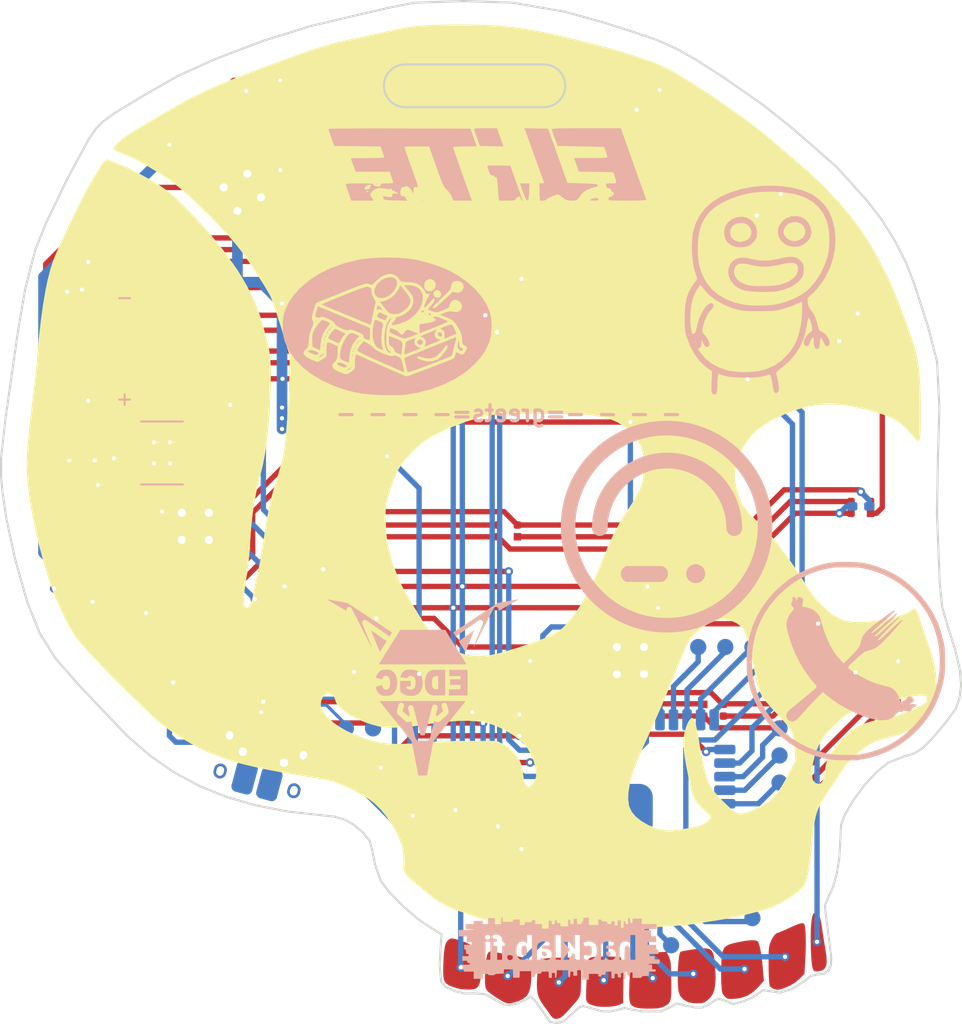
<source format=kicad_pcb>
(kicad_pcb (version 20171130) (host pcbnew 5.0.2-bee76a0~70~ubuntu18.04.1)
  (layers (0 F.Cu signal) (31 B.Cu signal) (34 B.Paste user) (35 F.Paste user) (36 B.SilkS user hide) (37 F.SilkS user hide) (38 B.Mask user) (39 F.Mask user) (44 Edge.Cuts user))
  (net 0 "")
  (net 1 "/LED strip/LED_strip_data")
  (net 2 "Net-(D1-Pad1)")
  (net 3 "Net-(D2-Pad1)")
  (net 4 "Net-(D3-Pad1)")
  (net 5 "Net-(D4-Pad1)")
  (net 6 "Net-(D5-Pad1)")
  (net 7 "Net-(D6-Pad1)")
  (net 8 "Net-(D7-Pad1)")
  (net 9 "Net-(D8-Pad1)")
  (net 10 "Net-(D10-Pad3)")
  (net 11 "Net-(D10-Pad1)")
  (net 12 "Net-(D11-Pad1)")
  (net 13 "Net-(D12-Pad1)")
  (net 14 "Net-(D13-Pad1)")
  (net 15 "Net-(D14-Pad1)")
  (net 16 "Net-(D15-Pad1)")
  (net 17 "Net-(D16-Pad1)")
  (net 18 "Net-(D17-Pad1)")
  (net 19 "Net-(D18-Pad1)")
  (net 20 "Net-(D19-Pad1)")
  (net 21 "Net-(D20-Pad1)")
  (net 22 "Net-(D21-Pad1)")
  (net 23 "Net-(D22-Pad1)")
  (net 24 "Net-(D23-Pad1)")
  (net 25 "Net-(D24-Pad1)")
  (net 26 "Net-(D25-Pad1)")
  (net 27 GND)
  (net 28 "Net-(IC1-Pad4)")
  (net 29 "Net-(IC1-Pad5)")
  (net 30 "Net-(IC1-Pad10)")
  (net 31 "Net-(IC1-Pad11)")
  (net 32 "Net-(IC1-Pad12)")
  (net 33 "Net-(IC1-Pad25)")
  (net 34 "Net-(IC1-Pad26)")
  (net 35 "Net-(IC1-Pad32)")
  (net 36 "Net-(IC1-Pad17)")
  (net 37 "Net-(IC1-Pad18)")
  (net 38 "Net-(IC1-Pad19)")
  (net 39 "Net-(IC1-Pad20)")
  (net 40 "Net-(IC1-Pad21)")
  (net 41 "Net-(IC1-Pad22)")
  (net 42 "Net-(IC1-Pad23)")
  (net 43 "Net-(IC1-Pad24)")
  (net 44 /esp32/MISO)
  (net 45 /esp32/RX2)
  (net 46 /esp32/TX2)
  (net 47 /esp32/SDA)
  (net 48 /esp32/SCL)
  (net 49 /esp32/MOSI)
  (net 50 "/USB interface/USB_power")
  (net 51 "/LED strip/LED_strip_enable")
  (net 52 "/USB interface/RX")
  (net 53 "/USB interface/TX")
  (net 54 +5V_USB)
  (net 55 +3V3)
  (net 56 "Net-(R3-Pad2)")
  (net 57 "/LED strip/+V_LEDs")
  (net 58 VCC)
  (net 59 "Net-(BAT1-Pad2)")
  (net 60 "Net-(C10-Pad1)")
  (net 61 /esp32/battery_charging)
  (net 62 "Net-(IC1-Pad13)")
  (net 63 "Net-(IC1-Pad14)")
  (net 64 "Net-(IC1-Pad29)")
  (net 65 /esp32/SCK)
  (net 66 "Net-(IC1-Pad16)")
  (net 67 "Net-(IC3-Pad2)")
  (net 68 "Net-(IC3-Pad1)")
  (net 69 "Net-(IC4-Pad2)")
  (net 70 "Net-(IC4-Pad1)")
  (net 71 "Net-(IC4-Pad3)")
  (net 72 "Net-(IC4-Pad4)")
  (net 73 "Net-(T3-Pad1)")
  (net 74 "Net-(IC3-Pad6)")
  (net 75 "Net-(C12-Pad1)")
  (net 76 "Net-(IC5-Pad2)")
  (net 77 "Net-(IC5-Pad6)")
  (net 78 "Net-(IC5-Pad15)")
  (net 79 "Net-(IC5-Pad14)")
  (net 80 "Net-(IC5-Pad7)")
  (net 81 "Net-(IC5-Pad16)")
  (net 82 "/USB interface/USBN")
  (net 83 "/USB interface/USBP")
  (net 84 "Net-(CN1-Pad0)")
  (module SOP:SOP-8 (layer B.Cu) (at 61.5 88.5 180)
    (fp_text reference IC3 hide)
    (fp_text value TP4056 hide)
    (pad 0 smd rect (at 0.75 -1 180) (size 1.5 2) (layers B.Cu B.Paste B.Mask) (net 27 GND))
    (pad 0 smd rect (at 0.75 1 180) (size 1.5 2) (layers B.Cu B.Paste B.Mask) (net 27 GND))
    (pad 0 smd rect (at -0.75 -1 180) (size 1.5 2) (layers B.Cu B.Paste B.Mask) (net 27 GND))
    (pad 0 smd rect (at -0.75 1 180) (size 1.5 2) (layers B.Cu B.Paste B.Mask) (net 27 GND))
    (pad 8 smd roundrect (at 2.75 1.905 180) (size 1.3 0.7) (layers B.Cu B.Paste B.Mask) (net 54 +5V_USB))
    (pad 7 smd roundrect (at 2.75 0.635 180) (size 1.3 0.7) (layers B.Cu B.Paste B.Mask) (net 61 /esp32/battery_charging))
    (pad 6 smd roundrect (at 2.75 -0.635 180) (size 1.3 0.7) (layers B.Cu B.Paste B.Mask) (net 74 "Net-(IC3-Pad6)"))
    (pad 5 smd roundrect (at 2.75 -1.905 180) (size 1.3 0.7) (layers B.Cu B.Paste B.Mask) (net 58 VCC))
    (pad 4 smd roundrect (at -2.75 -1.905 180) (size 1.3 0.7) (layers B.Cu B.Paste B.Mask) (net 54 +5V_USB))
    (pad 3 smd roundrect (at -2.75 -0.635 180) (size 1.3 0.7) (layers B.Cu B.Paste B.Mask) (net 27 GND))
    (pad 2 smd roundrect (at -2.75 0.635 180) (size 1.3 0.7) (layers B.Cu B.Paste B.Mask) (net 67 "Net-(IC3-Pad2)"))
    (pad 1 smd rect (at -2.75 1.905 180) (size 1.3 0.7) (layers B.Cu B.Paste B.Mask) (net 68 "Net-(IC3-Pad1)"))
  )
  (module SMT:2020 (layer F.Cu) (at 71.5 55.1)
    (fp_text reference D25 hide)
    (fp_text value WS2812B hide)
    (pad 1 smd rect (at -0.915 -0.55) (size 0.7 0.7) (layers F.Cu F.Paste F.Mask) (net 26 "Net-(D25-Pad1)"))
    (pad 2 smd roundrect (at -0.915 0.55) (size 0.7 0.7) (layers F.Cu F.Paste F.Mask) (net 27 GND))
    (pad 3 smd roundrect (at 0.915 0.55) (size 0.7 0.7) (layers F.Cu F.Paste F.Mask) (net 25 "Net-(D24-Pad1)"))
    (pad 4 smd roundrect (at 0.915 -0.55) (size 0.7 0.7) (layers F.Cu F.Paste F.Mask) (net 57 "/LED strip/+V_LEDs"))
  )
  (module SMT:2020 (layer F.Cu) (at 78.5 70 180)
    (fp_text reference D20 hide)
    (fp_text value WS2812B hide)
    (pad 1 smd rect (at -0.915 -0.55 180) (size 0.7 0.7) (layers F.Cu F.Paste F.Mask) (net 21 "Net-(D20-Pad1)"))
    (pad 2 smd roundrect (at -0.915 0.55 180) (size 0.7 0.7) (layers F.Cu F.Paste F.Mask) (net 27 GND))
    (pad 3 smd roundrect (at 0.915 0.55 180) (size 0.7 0.7) (layers F.Cu F.Paste F.Mask) (net 20 "Net-(D19-Pad1)"))
    (pad 4 smd roundrect (at 0.915 -0.55 180) (size 0.7 0.7) (layers F.Cu F.Paste F.Mask) (net 57 "/LED strip/+V_LEDs"))
  )
  (module SMT:2020 (layer F.Cu) (at 92 63)
    (fp_text reference D24 hide)
    (fp_text value WS2812B hide)
    (pad 1 smd rect (at -0.915 -0.55) (size 0.7 0.7) (layers F.Cu F.Paste F.Mask) (net 25 "Net-(D24-Pad1)"))
    (pad 2 smd roundrect (at -0.915 0.55) (size 0.7 0.7) (layers F.Cu F.Paste F.Mask) (net 27 GND))
    (pad 3 smd roundrect (at 0.915 0.55) (size 0.7 0.7) (layers F.Cu F.Paste F.Mask) (net 24 "Net-(D23-Pad1)"))
    (pad 4 smd roundrect (at 0.915 -0.55) (size 0.7 0.7) (layers F.Cu F.Paste F.Mask) (net 57 "/LED strip/+V_LEDs"))
  )
  (module SMT:2020 (layer F.Cu) (at 108 55.8)
    (fp_text reference D23 hide)
    (fp_text value WS2812B hide)
    (pad 1 smd rect (at -0.915 -0.55) (size 0.7 0.7) (layers F.Cu F.Paste F.Mask) (net 24 "Net-(D23-Pad1)"))
    (pad 2 smd roundrect (at -0.915 0.55) (size 0.7 0.7) (layers F.Cu F.Paste F.Mask) (net 27 GND))
    (pad 3 smd roundrect (at 0.915 0.55) (size 0.7 0.7) (layers F.Cu F.Paste F.Mask) (net 23 "Net-(D22-Pad1)"))
    (pad 4 smd roundrect (at 0.915 -0.55) (size 0.7 0.7) (layers F.Cu F.Paste F.Mask) (net 57 "/LED strip/+V_LEDs"))
  )
  (module SMT:2020 (layer F.Cu) (at 55.5 68.9 180)
    (fp_text reference D19 hide)
    (fp_text value WS2812B hide)
    (pad 1 smd rect (at -0.915 -0.55 180) (size 0.7 0.7) (layers F.Cu F.Paste F.Mask) (net 20 "Net-(D19-Pad1)"))
    (pad 2 smd roundrect (at -0.915 0.55 180) (size 0.7 0.7) (layers F.Cu F.Paste F.Mask) (net 27 GND))
    (pad 3 smd roundrect (at 0.915 0.55 180) (size 0.7 0.7) (layers F.Cu F.Paste F.Mask) (net 19 "Net-(D18-Pad1)"))
    (pad 4 smd roundrect (at 0.915 -0.55 180) (size 0.7 0.7) (layers F.Cu F.Paste F.Mask) (net 57 "/LED strip/+V_LEDs"))
  )
  (module SMT:2020 (layer F.Cu) (at 68 79.5)
    (fp_text reference D17 hide)
    (fp_text value WS2812B hide)
    (pad 1 smd rect (at -0.915 -0.55) (size 0.7 0.7) (layers F.Cu F.Paste F.Mask) (net 18 "Net-(D17-Pad1)"))
    (pad 2 smd roundrect (at -0.915 0.55) (size 0.7 0.7) (layers F.Cu F.Paste F.Mask) (net 27 GND))
    (pad 3 smd roundrect (at 0.915 0.55) (size 0.7 0.7) (layers F.Cu F.Paste F.Mask) (net 17 "Net-(D16-Pad1)"))
    (pad 4 smd roundrect (at 0.915 -0.55) (size 0.7 0.7) (layers F.Cu F.Paste F.Mask) (net 57 "/LED strip/+V_LEDs"))
  )
  (module SMT:2020 (layer F.Cu) (at 105.5 72 180)
    (fp_text reference D21 hide)
    (fp_text value WS2812B hide)
    (pad 1 smd rect (at -0.915 -0.55 180) (size 0.7 0.7) (layers F.Cu F.Paste F.Mask) (net 22 "Net-(D21-Pad1)"))
    (pad 2 smd roundrect (at -0.915 0.55 180) (size 0.7 0.7) (layers F.Cu F.Paste F.Mask) (net 27 GND))
    (pad 3 smd roundrect (at 0.915 0.55 180) (size 0.7 0.7) (layers F.Cu F.Paste F.Mask) (net 21 "Net-(D20-Pad1)"))
    (pad 4 smd roundrect (at 0.915 -0.55 180) (size 0.7 0.7) (layers F.Cu F.Paste F.Mask) (net 57 "/LED strip/+V_LEDs"))
  )
  (module SMT:2020 (layer F.Cu) (at 119.5 65.7 180)
    (fp_text reference D22 hide)
    (fp_text value WS2812B hide)
    (pad 1 smd rect (at -0.915 -0.55 180) (size 0.7 0.7) (layers F.Cu F.Paste F.Mask) (net 23 "Net-(D22-Pad1)"))
    (pad 2 smd roundrect (at -0.915 0.55 180) (size 0.7 0.7) (layers F.Cu F.Paste F.Mask) (net 27 GND))
    (pad 3 smd roundrect (at 0.915 0.55 180) (size 0.7 0.7) (layers F.Cu F.Paste F.Mask) (net 22 "Net-(D21-Pad1)"))
    (pad 4 smd roundrect (at 0.915 -0.55 180) (size 0.7 0.7) (layers F.Cu F.Paste F.Mask) (net 57 "/LED strip/+V_LEDs"))
  )
  (module SMT:2020 (layer F.Cu) (at 52.5 86)
    (fp_text reference D18 hide)
    (fp_text value WS2812B hide)
    (pad 1 smd rect (at -0.915 -0.55) (size 0.7 0.7) (layers F.Cu F.Paste F.Mask) (net 19 "Net-(D18-Pad1)"))
    (pad 2 smd roundrect (at -0.915 0.55) (size 0.7 0.7) (layers F.Cu F.Paste F.Mask) (net 27 GND))
    (pad 3 smd roundrect (at 0.915 0.55) (size 0.7 0.7) (layers F.Cu F.Paste F.Mask) (net 18 "Net-(D17-Pad1)"))
    (pad 4 smd roundrect (at 0.915 -0.55) (size 0.7 0.7) (layers F.Cu F.Paste F.Mask) (net 57 "/LED strip/+V_LEDs"))
  )
  (module SMT:2020 (layer F.Cu) (at 89.5 81)
    (fp_text reference D16 hide)
    (fp_text value WS2812B hide)
    (pad 1 smd rect (at -0.915 -0.55) (size 0.7 0.7) (layers F.Cu F.Paste F.Mask) (net 17 "Net-(D16-Pad1)"))
    (pad 2 smd roundrect (at -0.915 0.55) (size 0.7 0.7) (layers F.Cu F.Paste F.Mask) (net 27 GND))
    (pad 3 smd roundrect (at 0.915 0.55) (size 0.7 0.7) (layers F.Cu F.Paste F.Mask) (net 16 "Net-(D15-Pad1)"))
    (pad 4 smd roundrect (at 0.915 -0.55) (size 0.7 0.7) (layers F.Cu F.Paste F.Mask) (net 57 "/LED strip/+V_LEDs"))
  )
  (module SMT:2020 (layer F.Cu) (at 112.1 84.3)
    (fp_text reference D15 hide)
    (fp_text value WS2812B hide)
    (pad 1 smd rect (at -0.915 -0.55) (size 0.7 0.7) (layers F.Cu F.Paste F.Mask) (net 16 "Net-(D15-Pad1)"))
    (pad 2 smd roundrect (at -0.915 0.55) (size 0.7 0.7) (layers F.Cu F.Paste F.Mask) (net 27 GND))
    (pad 3 smd roundrect (at 0.915 0.55) (size 0.7 0.7) (layers F.Cu F.Paste F.Mask) (net 15 "Net-(D14-Pad1)"))
    (pad 4 smd roundrect (at 0.915 -0.55) (size 0.7 0.7) (layers F.Cu F.Paste F.Mask) (net 57 "/LED strip/+V_LEDs"))
  )
  (module SMT:2020 (layer F.Cu) (at 126.9 77.1)
    (fp_text reference D14 hide)
    (fp_text value WS2812B hide)
    (pad 1 smd rect (at -0.915 -0.55) (size 0.7 0.7) (layers F.Cu F.Paste F.Mask) (net 15 "Net-(D14-Pad1)"))
    (pad 2 smd roundrect (at -0.915 0.55) (size 0.7 0.7) (layers F.Cu F.Paste F.Mask) (net 27 GND))
    (pad 3 smd roundrect (at 0.915 0.55) (size 0.7 0.7) (layers F.Cu F.Paste F.Mask) (net 14 "Net-(D13-Pad1)"))
    (pad 4 smd roundrect (at 0.915 -0.55) (size 0.7 0.7) (layers F.Cu F.Paste F.Mask) (net 57 "/LED strip/+V_LEDs"))
  )
  (module SMT:2020 (layer F.Cu) (at 55 100.5 180)
    (fp_text reference D9 hide)
    (fp_text value WS2812B hide)
    (pad 1 smd rect (at -0.915 -0.55 180) (size 0.7 0.7) (layers F.Cu F.Paste F.Mask) (net 10 "Net-(D10-Pad3)"))
    (pad 2 smd roundrect (at -0.915 0.55 180) (size 0.7 0.7) (layers F.Cu F.Paste F.Mask) (net 27 GND))
    (pad 3 smd roundrect (at 0.915 0.55 180) (size 0.7 0.7) (layers F.Cu F.Paste F.Mask) (net 9 "Net-(D8-Pad1)"))
    (pad 4 smd roundrect (at 0.915 -0.55 180) (size 0.7 0.7) (layers F.Cu F.Paste F.Mask) (net 57 "/LED strip/+V_LEDs"))
  )
  (module SMT:2020 (layer F.Cu) (at 76 91.5 180)
    (fp_text reference D10 hide)
    (fp_text value WS2812B hide)
    (pad 4 smd roundrect (at 0.915 -0.55 180) (size 0.7 0.7) (layers F.Cu F.Paste F.Mask) (net 57 "/LED strip/+V_LEDs"))
    (pad 3 smd roundrect (at 0.915 0.55 180) (size 0.7 0.7) (layers F.Cu F.Paste F.Mask) (net 10 "Net-(D10-Pad3)"))
    (pad 2 smd roundrect (at -0.915 0.55 180) (size 0.7 0.7) (layers F.Cu F.Paste F.Mask) (net 27 GND))
    (pad 1 smd rect (at -0.915 -0.55 180) (size 0.7 0.7) (layers F.Cu F.Paste F.Mask) (net 11 "Net-(D10-Pad1)"))
  )
  (module SMT:2020 (layer F.Cu) (at 93.9 95.8 180)
    (fp_text reference D11 hide)
    (fp_text value WS2812B hide)
    (pad 1 smd rect (at -0.915 -0.55 180) (size 0.7 0.7) (layers F.Cu F.Paste F.Mask) (net 12 "Net-(D11-Pad1)"))
    (pad 2 smd roundrect (at -0.915 0.55 180) (size 0.7 0.7) (layers F.Cu F.Paste F.Mask) (net 27 GND))
    (pad 3 smd roundrect (at 0.915 0.55 180) (size 0.7 0.7) (layers F.Cu F.Paste F.Mask) (net 11 "Net-(D10-Pad1)"))
    (pad 4 smd roundrect (at 0.915 -0.55 180) (size 0.7 0.7) (layers F.Cu F.Paste F.Mask) (net 57 "/LED strip/+V_LEDs"))
  )
  (module SMT:2020 (layer F.Cu) (at 112.4 99 180)
    (fp_text reference D12 hide)
    (fp_text value WS2812B hide)
    (pad 1 smd rect (at -0.915 -0.55 180) (size 0.7 0.7) (layers F.Cu F.Paste F.Mask) (net 13 "Net-(D12-Pad1)"))
    (pad 2 smd roundrect (at -0.915 0.55 180) (size 0.7 0.7) (layers F.Cu F.Paste F.Mask) (net 27 GND))
    (pad 3 smd roundrect (at 0.915 0.55 180) (size 0.7 0.7) (layers F.Cu F.Paste F.Mask) (net 12 "Net-(D11-Pad1)"))
    (pad 4 smd roundrect (at 0.915 -0.55 180) (size 0.7 0.7) (layers F.Cu F.Paste F.Mask) (net 57 "/LED strip/+V_LEDs"))
  )
  (module SMT:2020 (layer F.Cu) (at 127 93.6 180)
    (fp_text reference D13 hide)
    (fp_text value WS2812B hide)
    (pad 1 smd rect (at -0.915 -0.55 180) (size 0.7 0.7) (layers F.Cu F.Paste F.Mask) (net 14 "Net-(D13-Pad1)"))
    (pad 2 smd roundrect (at -0.915 0.55 180) (size 0.7 0.7) (layers F.Cu F.Paste F.Mask) (net 27 GND))
    (pad 3 smd roundrect (at 0.915 0.55 180) (size 0.7 0.7) (layers F.Cu F.Paste F.Mask) (net 13 "Net-(D12-Pad1)"))
    (pad 4 smd roundrect (at 0.915 -0.55 180) (size 0.7 0.7) (layers F.Cu F.Paste F.Mask) (net 57 "/LED strip/+V_LEDs"))
  )
  (module SMT:2020 (layer F.Cu) (at 65.4 111.7)
    (fp_text reference D8 hide)
    (fp_text value WS2812B hide)
    (pad 1 smd rect (at -0.915 -0.55) (size 0.7 0.7) (layers F.Cu F.Paste F.Mask) (net 9 "Net-(D8-Pad1)"))
    (pad 2 smd roundrect (at -0.915 0.55) (size 0.7 0.7) (layers F.Cu F.Paste F.Mask) (net 27 GND))
    (pad 3 smd roundrect (at 0.915 0.55) (size 0.7 0.7) (layers F.Cu F.Paste F.Mask) (net 8 "Net-(D7-Pad1)"))
    (pad 4 smd roundrect (at 0.915 -0.55) (size 0.7 0.7) (layers F.Cu F.Paste F.Mask) (net 57 "/LED strip/+V_LEDs"))
  )
  (module SMT:2020 (layer F.Cu) (at 80.585 107.05)
    (fp_text reference D7 hide)
    (fp_text value WS2812B hide)
    (pad 1 smd rect (at -0.915 -0.55) (size 0.7 0.7) (layers F.Cu F.Paste F.Mask) (net 8 "Net-(D7-Pad1)"))
    (pad 2 smd roundrect (at -0.915 0.55) (size 0.7 0.7) (layers F.Cu F.Paste F.Mask) (net 27 GND))
    (pad 3 smd roundrect (at 0.915 0.55) (size 0.7 0.7) (layers F.Cu F.Paste F.Mask) (net 7 "Net-(D6-Pad1)"))
    (pad 4 smd roundrect (at 0.915 -0.55) (size 0.7 0.7) (layers F.Cu F.Paste F.Mask) (net 57 "/LED strip/+V_LEDs"))
  )
  (module SMT:2020 (layer F.Cu) (at 97 111)
    (fp_text reference D6 hide)
    (fp_text value WS2812B hide)
    (pad 1 smd rect (at -0.915 -0.55) (size 0.7 0.7) (layers F.Cu F.Paste F.Mask) (net 7 "Net-(D6-Pad1)"))
    (pad 2 smd roundrect (at -0.915 0.55) (size 0.7 0.7) (layers F.Cu F.Paste F.Mask) (net 27 GND))
    (pad 3 smd roundrect (at 0.915 0.55) (size 0.7 0.7) (layers F.Cu F.Paste F.Mask) (net 6 "Net-(D5-Pad1)"))
    (pad 4 smd roundrect (at 0.915 -0.55) (size 0.7 0.7) (layers F.Cu F.Paste F.Mask) (net 57 "/LED strip/+V_LEDs"))
  )
  (module SMT:2020 (layer F.Cu) (at 113.2 112.6)
    (fp_text reference D5 hide)
    (fp_text value WS2812B hide)
    (pad 1 smd rect (at -0.915 -0.55) (size 0.7 0.7) (layers F.Cu F.Paste F.Mask) (net 6 "Net-(D5-Pad1)"))
    (pad 2 smd roundrect (at -0.915 0.55) (size 0.7 0.7) (layers F.Cu F.Paste F.Mask) (net 27 GND))
    (pad 3 smd roundrect (at 0.915 0.55) (size 0.7 0.7) (layers F.Cu F.Paste F.Mask) (net 5 "Net-(D4-Pad1)"))
    (pad 4 smd roundrect (at 0.915 -0.55) (size 0.7 0.7) (layers F.Cu F.Paste F.Mask) (net 57 "/LED strip/+V_LEDs"))
  )
  (module SMT:2020 (layer F.Cu) (at 128.3 108.5)
    (fp_text reference D4 hide)
    (fp_text value WS2812B hide)
    (pad 1 smd rect (at -0.915 -0.55) (size 0.7 0.7) (layers F.Cu F.Paste F.Mask) (net 5 "Net-(D4-Pad1)"))
    (pad 2 smd roundrect (at -0.915 0.55) (size 0.7 0.7) (layers F.Cu F.Paste F.Mask) (net 27 GND))
    (pad 3 smd roundrect (at 0.915 0.55) (size 0.7 0.7) (layers F.Cu F.Paste F.Mask) (net 4 "Net-(D3-Pad1)"))
    (pad 4 smd roundrect (at 0.915 -0.55) (size 0.7 0.7) (layers F.Cu F.Paste F.Mask) (net 57 "/LED strip/+V_LEDs"))
  )
  (module SMT:2020 (layer F.Cu) (at 87 122.5 180)
    (fp_text reference D1 hide)
    (fp_text value WS2812B hide)
    (pad 1 smd rect (at -0.915 -0.55 180) (size 0.7 0.7) (layers F.Cu F.Paste F.Mask) (net 2 "Net-(D1-Pad1)"))
    (pad 2 smd roundrect (at -0.915 0.55 180) (size 0.7 0.7) (layers F.Cu F.Paste F.Mask) (net 27 GND))
    (pad 3 smd roundrect (at 0.915 0.55 180) (size 0.7 0.7) (layers F.Cu F.Paste F.Mask) (net 1 "/LED strip/LED_strip_data"))
    (pad 4 smd roundrect (at 0.915 -0.55 180) (size 0.7 0.7) (layers F.Cu F.Paste F.Mask) (net 57 "/LED strip/+V_LEDs"))
  )
  (module SMT:2020 (layer F.Cu) (at 101 128.5 180)
    (fp_text reference D2 hide)
    (fp_text value WS2812B hide)
    (pad 1 smd rect (at -0.915 -0.55 180) (size 0.7 0.7) (layers F.Cu F.Paste F.Mask) (net 3 "Net-(D2-Pad1)"))
    (pad 2 smd roundrect (at -0.915 0.55 180) (size 0.7 0.7) (layers F.Cu F.Paste F.Mask) (net 27 GND))
    (pad 3 smd roundrect (at 0.915 0.55 180) (size 0.7 0.7) (layers F.Cu F.Paste F.Mask) (net 2 "Net-(D1-Pad1)"))
    (pad 4 smd roundrect (at 0.915 -0.55 180) (size 0.7 0.7) (layers F.Cu F.Paste F.Mask) (net 57 "/LED strip/+V_LEDs"))
  )
  (module SMT:2020 (layer F.Cu) (at 116 126.7 180)
    (fp_text reference D3 hide)
    (fp_text value WS2812B hide)
    (pad 1 smd rect (at -0.915 -0.55 180) (size 0.7 0.7) (layers F.Cu F.Paste F.Mask) (net 4 "Net-(D3-Pad1)"))
    (pad 2 smd roundrect (at -0.915 0.55 180) (size 0.7 0.7) (layers F.Cu F.Paste F.Mask) (net 27 GND))
    (pad 3 smd roundrect (at 0.915 0.55 180) (size 0.7 0.7) (layers F.Cu F.Paste F.Mask) (net 3 "Net-(D2-Pad1)"))
    (pad 4 smd roundrect (at 0.915 -0.55 180) (size 0.7 0.7) (layers F.Cu F.Paste F.Mask) (net 57 "/LED strip/+V_LEDs"))
  )
  (module buttons:sw_3x4 (layer F.Cu) (at 61 74.1 180)
    (fp_text reference SW1 hide)
    (fp_text value switch_3x4 hide)
    (pad 3 smd roundrect (at -2.1 1.1 180) (size 1.5 1.2) (layers F.Cu F.Paste F.Mask) (net 27 GND))
    (pad 4 smd roundrect (at 2.1 1.1 180) (size 1.5 1.2) (layers F.Cu F.Paste F.Mask) (net 27 GND))
    (pad 2 smd roundrect (at 2.1 -1.1 180) (size 1.5 1.2) (layers F.Cu F.Paste F.Mask) (net 33 "Net-(IC1-Pad25)"))
    (pad 1 smd roundrect (at -2.1 -1.1 180) (size 1.5 1.2) (layers F.Cu F.Paste F.Mask) (net 33 "Net-(IC1-Pad25)"))
  )
  (module buttons:sw_3x4 (layer F.Cu) (at 91.3 71.1 180)
    (fp_text reference SW2 hide)
    (fp_text value switch_3x4 hide)
    (pad 3 smd roundrect (at -2.1 1.1 180) (size 1.5 1.2) (layers F.Cu F.Paste F.Mask) (net 27 GND))
    (pad 4 smd roundrect (at 2.1 1.1 180) (size 1.5 1.2) (layers F.Cu F.Paste F.Mask) (net 27 GND))
    (pad 2 smd roundrect (at 2.1 -1.1 180) (size 1.5 1.2) (layers F.Cu F.Paste F.Mask) (net 66 "Net-(IC1-Pad16)"))
    (pad 1 smd roundrect (at -2.1 -1.1 180) (size 1.5 1.2) (layers F.Cu F.Paste F.Mask) (net 66 "Net-(IC1-Pad16)"))
  )
  (module buttons:sw_3x4 (layer F.Cu) (at 120 74.1 180)
    (fp_text reference SW3 hide)
    (fp_text value switch_3x4 hide)
    (pad 3 smd roundrect (at -2.1 1.1 180) (size 1.5 1.2) (layers F.Cu F.Paste F.Mask) (net 27 GND))
    (pad 4 smd roundrect (at 2.1 1.1 180) (size 1.5 1.2) (layers F.Cu F.Paste F.Mask) (net 27 GND))
    (pad 2 smd roundrect (at 2.1 -1.1 180) (size 1.5 1.2) (layers F.Cu F.Paste F.Mask) (net 42 "Net-(IC1-Pad23)"))
    (pad 1 smd roundrect (at -2.1 -1.1 180) (size 1.5 1.2) (layers F.Cu F.Paste F.Mask) (net 42 "Net-(IC1-Pad23)"))
  )
  (module skull:skull (layer F.Cu) (at 91.3 94.1)
    (fp_text reference SKL666 hide)
    (fp_text value Skull hide)
    (pad 1 smd custom (at -1.8 42.6) (size 1.524 1.524) (layers F.Cu F.Paste F.Mask) (net 27 GND) (options (clearance outline) (anchor circle)) (primitives (gr_poly (pts (xy -0.738183 -2.70715) (xy -0.497349 -2.652892) (xy -0.336066 -2.610988) (xy 0.40491 -2.372332) (xy 1.002061 -2.084436) (xy 1.449018 -1.751466) (xy 1.739412 -1.377588) (xy 1.814961 -1.204103) (xy 1.860162 -0.97201) (xy 1.889914 -0.616091) (xy 1.90376 -0.181192) (xy 1.901248 0.287845) (xy 1.881921 0.746177) (xy 1.845324 1.148959) (xy 1.8393 1.194719) (xy 1.761171 1.508672) (xy 1.635485 1.771237) (xy 1.596499 1.82314) (xy 1.47037 1.942604) (xy 1.314298 2.013954) (xy 1.077328 2.05356) (xy 0.822017 2.071942) (xy 0.049417 2.033455) (xy -0.316667 1.955318) (xy -0.655616 1.849208) (xy -0.974154 1.725798) (xy -1.163334 1.63346) (xy -1.346647 1.505267) (xy -1.480178 1.348744) (xy -1.569812 1.138268) (xy -1.621433 0.848219) (xy -1.640924 0.452974) (xy -1.634169 -0.073087) (xy -1.62367 -0.371085) (xy -1.589884 -1.034689) (xy -1.544377 -1.550857) (xy -1.482385 -1.941345) (xy -1.399144 -2.227908) (xy -1.289891 -2.4323) (xy -1.149864 -2.576276) (xy -1.139054 -2.584456) (xy -1.007793 -2.674625) (xy -0.89125 -2.714958) (xy -0.738183 -2.70715)) (width 0.01))))
    (pad 2 smd custom (at 2.6 43.4) (size 1.524 1.524) (layers F.Cu F.Paste F.Mask) (net 48 /esp32/SCL) (options (clearance outline) (anchor circle)) (primitives (gr_poly (pts (xy -1.246104 -2.252221) (xy -1.058279 -2.20759) (xy -0.742552 -2.142404) (xy -0.337981 -2.064347) (xy 0.116372 -1.981099) (xy 0.275954 -1.952854) (xy 0.869158 -1.846354) (xy 1.317028 -1.758171) (xy 1.641639 -1.681181) (xy 1.865068 -1.608258) (xy 2.009391 -1.53228) (xy 2.096686 -1.446122) (xy 2.146584 -1.349189) (xy 2.189131 -1.137734) (xy 2.214611 -0.802014) (xy 2.223297 -0.386206) (xy 2.215464 0.065511) (xy 2.191388 0.508961) (xy 2.151342 0.899965) (xy 2.1318 1.026732) (xy 2.003544 1.497294) (xy 1.789037 1.860371) (xy 1.46598 2.137662) (xy 1.012071 2.350866) (xy 0.659666 2.459184) (xy 0.305517 2.54209) (xy 0.048104 2.562779) (xy -0.174739 2.517555) (xy -0.425176 2.402717) (xy -0.442254 2.39363) (xy -0.877012 2.138295) (xy -1.345912 1.826801) (xy -1.759595 1.51884) (xy -1.795667 1.489568) (xy -1.929077 1.356315) (xy -2.025011 1.191337) (xy -2.086891 0.969798) (xy -2.118135 0.666866) (xy -2.122164 0.257706) (xy -2.102397 -0.282516) (xy -2.084678 -0.60921) (xy -2.042123 -1.214742) (xy -1.988294 -1.668091) (xy -1.914446 -1.986385) (xy -1.811839 -2.186755) (xy -1.671727 -2.286332) (xy -1.485369 -2.302244) (xy -1.246104 -2.252221)) (width 0.01))))
    (pad 3 smd custom (at 7.4 44) (size 1.524 1.524) (layers F.Cu F.Paste F.Mask) (net 47 /esp32/SDA) (options (clearance outline) (anchor circle)) (primitives (gr_poly (pts (xy 0.915084 -2.316409) (xy 1.269949 -2.266548) (xy 1.538729 -2.173497) (xy 1.748452 -2.031875) (xy 1.872897 -1.902971) (xy 2.098822 -1.634475) (xy 2.069577 -0.18789) (xy 2.06101 0.329141) (xy 2.049871 0.717971) (xy 2.022048 1.013897) (xy 1.963426 1.252215) (xy 1.859893 1.468221) (xy 1.697334 1.697212) (xy 1.461637 1.974485) (xy 1.138688 2.335335) (xy 0.997373 2.493596) (xy 0.655934 2.866997) (xy 0.390882 3.126013) (xy 0.174897 3.290118) (xy -0.019341 3.378788) (xy -0.219151 3.411499) (xy -0.292789 3.413334) (xy -0.479795 3.37853) (xy -0.641893 3.250009) (xy -0.775638 3.07392) (xy -0.937531 2.84221) (xy -1.158172 2.532995) (xy -1.395637 2.204928) (xy -1.448134 2.133098) (xy -1.692264 1.771929) (xy -1.866531 1.433063) (xy -1.979298 1.07896) (xy -2.038928 0.672079) (xy -2.053785 0.174881) (xy -2.03223 -0.450174) (xy -2.030569 -0.481333) (xy -2.001776 -0.919342) (xy -1.965849 -1.324119) (xy -1.927422 -1.64995) (xy -1.892 -1.847887) (xy -1.851759 -1.978528) (xy -1.79416 -2.076436) (xy -1.695567 -2.147896) (xy -1.532347 -2.199189) (xy -1.280867 -2.2366) (xy -0.91749 -2.266413) (xy -0.418585 -2.29491) (xy -0.161 -2.308097) (xy 0.447109 -2.328464) (xy 0.915084 -2.316409)) (width 0.01))))
    (pad 4 smd custom (at 11.6 43.8) (size 1.524 1.524) (layers F.Cu F.Paste F.Mask) (net 49 /esp32/MOSI) (options (clearance outline) (anchor circle)) (primitives (gr_poly (pts (xy 0.54423 -2.212474) (xy 1.554795 -2.186333) (xy 1.710133 -1.736484) (xy 1.764282 -1.558591) (xy 1.80354 -1.36618) (xy 1.829638 -1.131009) (xy 1.84431 -0.824835) (xy 1.849288 -0.419416) (xy 1.846306 0.113491) (xy 1.842569 0.421917) (xy 1.819666 2.13047) (xy 1.481 2.294479) (xy 1.182448 2.388969) (xy 0.770787 2.453911) (xy 0.300046 2.486934) (xy -0.175748 2.485662) (xy -0.602563 2.447724) (xy -0.847816 2.396776) (xy -1.212232 2.277663) (xy -1.442052 2.15941) (xy -1.570127 2.017681) (xy -1.629308 1.828141) (xy -1.631116 1.816515) (xy -1.642104 1.627749) (xy -1.641965 1.310936) (xy -1.632375 0.898625) (xy -1.615011 0.423368) (xy -1.591547 -0.082286) (xy -1.56366 -0.585785) (xy -1.533027 -1.054579) (xy -1.501322 -1.456117) (xy -1.470222 -1.75785) (xy -1.441403 -1.927225) (xy -1.437795 -1.938133) (xy -1.351894 -2.049691) (xy -1.179519 -2.131424) (xy -0.903511 -2.185708) (xy -0.506708 -2.214916) (xy 0.02805 -2.221426) (xy 0.54423 -2.212474)) (width 0.01))))
    (pad 5 smd custom (at 16.2 43.6) (size 1.524 1.524) (layers F.Cu F.Paste F.Mask) (net 44 /esp32/MISO) (options (clearance outline) (anchor circle)) (primitives (gr_poly (pts (xy 1.500119 -2.016329) (xy 1.570892 -1.846677) (xy 1.623831 -1.679853) (xy 1.662129 -1.486889) (xy 1.688981 -1.238818) (xy 1.70758 -0.906673) (xy 1.721119 -0.461485) (xy 1.732123 0.088) (xy 1.741013 0.763451) (xy 1.737126 1.291832) (xy 1.715084 1.695245) (xy 1.669507 1.995793) (xy 1.595016 2.215578) (xy 1.486231 2.376701) (xy 1.337774 2.501264) (xy 1.144266 2.61137) (xy 1.114333 2.626364) (xy 0.878338 2.72961) (xy 0.639972 2.795404) (xy 0.347342 2.833062) (xy -0.051445 2.851901) (xy -0.155667 2.854384) (xy -0.565858 2.854372) (xy -0.956473 2.839287) (xy -1.267505 2.812053) (xy -1.373152 2.79506) (xy -1.737353 2.698102) (xy -1.968436 2.565305) (xy -2.102478 2.356828) (xy -2.175555 2.032831) (xy -2.192865 1.889816) (xy -2.20761 1.590894) (xy -2.205812 1.166203) (xy -2.189921 0.657179) (xy -2.162387 0.105255) (xy -2.125661 -0.448134) (xy -2.082194 -0.961553) (xy -2.034436 -1.393568) (xy -1.984838 -1.702745) (xy -1.978776 -1.730066) (xy -1.896485 -1.969806) (xy -1.790399 -2.142509) (xy -1.764625 -2.165923) (xy -1.622856 -2.215642) (xy -1.358427 -2.26466) (xy -1.017864 -2.305202) (xy -0.849805 -2.318773) (xy -0.391029 -2.350452) (xy 0.108626 -2.385307) (xy 0.552237 -2.416571) (xy 0.613275 -2.420912) (xy 1.297551 -2.469658) (xy 1.500119 -2.016329)) (width 0.01))))
    (pad 6 smd custom (at 20 43.2) (size 1.524 1.524) (layers F.Cu F.Paste F.Mask) (net 65 /esp32/SCK) (options (clearance outline) (anchor circle)) (primitives (gr_poly (pts (xy 1.311137 -2.369449) (xy 1.542759 -2.299077) (xy 1.717923 -2.159176) (xy 1.846564 -1.93062) (xy 1.938614 -1.594282) (xy 2.004005 -1.131037) (xy 2.05267 -0.521758) (xy 2.0619 -0.36995) (xy 2.08452 0.397743) (xy 2.051371 1.022611) (xy 1.959247 1.522795) (xy 1.80494 1.91644) (xy 1.608174 2.196926) (xy 1.38585 2.416417) (xy 1.162793 2.595774) (xy 1.0714 2.652481) (xy 0.796964 2.732783) (xy 0.423649 2.762996) (xy 0.01415 2.743713) (xy -0.368842 2.675525) (xy -0.492159 2.637708) (xy -0.917273 2.408581) (xy -1.215241 2.073423) (xy -1.375757 1.644116) (xy -1.381254 1.612832) (xy -1.424634 1.237909) (xy -1.448627 0.784801) (xy -1.454802 0.283618) (xy -1.444729 -0.235534) (xy -1.419975 -0.742545) (xy -1.382109 -1.207309) (xy -1.3327 -1.599717) (xy -1.273316 -1.889661) (xy -1.205525 -2.047034) (xy -1.189868 -2.060734) (xy -1.055759 -2.103753) (xy -0.794915 -2.158389) (xy -0.448991 -2.218427) (xy -0.059643 -2.277652) (xy 0.331471 -2.329849) (xy 0.682697 -2.368803) (xy 0.952378 -2.388298) (xy 1.013125 -2.389418) (xy 1.311137 -2.369449)) (width 0.01))))
    (pad 7 smd custom (at 24.8 42.6) (size 1.524 1.524) (layers F.Cu F.Paste F.Mask) (net 46 /esp32/TX2) (options (clearance outline) (anchor circle)) (primitives (gr_poly (pts (xy 0.989825 -2.53711) (xy 1.208503 -2.461787) (xy 1.273794 -2.389945) (xy 1.38285 -2.102849) (xy 1.486954 -1.66787) (xy 1.58226 -1.106457) (xy 1.664925 -0.440058) (xy 1.710782 0.04796) (xy 1.810781 1.251902) (xy 1.327984 1.801815) (xy 0.806261 2.305213) (xy 0.250998 2.653318) (xy -0.36557 2.860073) (xy -0.92535 2.933292) (xy -1.262749 2.949503) (xy -1.479611 2.942814) (xy -1.624321 2.902103) (xy -1.745264 2.816248) (xy -1.842563 2.722463) (xy -1.976283 2.568074) (xy -2.060739 2.398792) (xy -2.1141 2.162218) (xy -2.1524 1.828914) (xy -2.172187 1.500943) (xy -2.183805 1.057155) (xy -2.186563 0.550898) (xy -2.179769 0.035524) (xy -2.17703 -0.070077) (xy -2.152889 -0.702797) (xy -2.109738 -1.189921) (xy -2.03056 -1.555174) (xy -1.898335 -1.822281) (xy -1.696044 -2.014967) (xy -1.40667 -2.156956) (xy -1.013193 -2.271976) (xy -0.52059 -2.379273) (xy 0.13143 -2.495889) (xy 0.632851 -2.548489) (xy 0.989825 -2.53711)) (width 0.01))))
    (pad 8 smd custom (at 28.6 41.6) (size 1.524 1.524) (layers F.Cu F.Paste F.Mask) (net 45 /esp32/RX2) (options (clearance outline) (anchor circle)) (primitives (gr_poly (pts (xy 1.773353 -3.086619) (xy 1.830083 -2.973231) (xy 1.830783 -2.970833) (xy 1.882702 -2.685339) (xy 1.918686 -2.26) (xy 1.938132 -1.723606) (xy 1.940434 -1.104952) (xy 1.924986 -0.432828) (xy 1.896794 0.170321) (xy 1.81393 1.596975) (xy 1.444798 1.976245) (xy 0.962665 2.398257) (xy 0.419363 2.720629) (xy -0.108521 2.934272) (xy -0.40531 3.033054) (xy -0.603954 3.080461) (xy -0.766059 3.081266) (xy -0.953234 3.040242) (xy -1.065513 3.00841) (xy -1.329514 2.859934) (xy -1.436049 2.698546) (xy -1.468072 2.533978) (xy -1.495769 2.225371) (xy -1.517763 1.797994) (xy -1.532678 1.277116) (xy -1.538537 0.818) (xy -1.540111 0.220074) (xy -1.534909 -0.23747) (xy -1.520929 -0.583514) (xy -1.496169 -0.846942) (xy -1.458629 -1.056638) (xy -1.406307 -1.241484) (xy -1.393157 -1.280128) (xy -1.252113 -1.607217) (xy -1.078608 -1.899303) (xy -0.900124 -2.11806) (xy -0.744144 -2.225162) (xy -0.712033 -2.23) (xy -0.600381 -2.263821) (xy -0.367666 -2.356327) (xy -0.046033 -2.494085) (xy 0.332374 -2.663659) (xy 0.402171 -2.695666) (xy 0.891772 -2.915128) (xy 1.252583 -3.059889) (xy 1.505711 -3.134013) (xy 1.672266 -3.141568) (xy 1.773353 -3.086619)) (width 0.01))))
    (pad 9 smd custom (at 31.6 40.2) (size 1 1) (layers F.Cu F.Paste F.Mask) (net 55 +3V3) (options (clearance outline) (anchor circle)) (primitives (gr_poly (pts (xy 0.008197 -2.756431) (xy 0.129847 -2.642522) (xy 0.236111 -2.405739) (xy 0.333542 -2.033288) (xy 0.428695 -1.512377) (xy 0.488997 -1.1122) (xy 0.562736 -0.610823) (xy 0.641694 -0.099202) (xy 0.716656 0.36435) (xy 0.778407 0.721522) (xy 0.781128 0.736334) (xy 0.876565 1.365761) (xy 0.901932 1.855529) (xy 0.855647 2.220843) (xy 0.736127 2.47691) (xy 0.585695 2.613964) (xy 0.344153 2.711561) (xy 0.050322 2.764682) (xy -0.197587 2.75604) (xy -0.207441 2.753563) (xy -0.307551 2.687818) (xy -0.387914 2.53893) (xy -0.451449 2.290231) (xy -0.50107 1.925055) (xy -0.539693 1.426736) (xy -0.570235 0.778607) (xy -0.574769 0.654167) (xy -0.592431 -0.154524) (xy -0.586636 -0.877982) (xy -0.55861 -1.500952) (xy -0.509581 -2.008181) (xy -0.440778 -2.384415) (xy -0.353427 -2.614399) (xy -0.30748 -2.66679) (xy -0.135394 -2.760256) (xy 0.008197 -2.756431)) (width 0.01))))
  )
  (module espressif:ESP-23-WROOM (layer B.Cu) (at 105 122 270)
    (fp_text reference IC1 hide)
    (fp_text value ESP-32-WROOM)
    (pad 1 smd roundrect (at -8.5 8.255 270) (size 2 0.9) (layers B.Cu B.Paste B.Mask) (net 27 GND))
    (pad 2 smd roundrect (at -8.5 6.985 270) (size 2 0.9) (layers B.Cu B.Paste B.Mask) (net 55 +3V3))
    (pad 3 smd roundrect (at -8.5 5.715 270) (size 2 0.9) (layers B.Cu B.Paste B.Mask) (net 55 +3V3))
    (pad 4 smd roundrect (at -8.5 4.445 270) (size 2 0.9) (layers B.Cu B.Paste B.Mask) (net 28 "Net-(IC1-Pad4)"))
    (pad 5 smd roundrect (at -8.5 3.175 270) (size 2 0.9) (layers B.Cu B.Paste B.Mask) (net 29 "Net-(IC1-Pad5)"))
    (pad 6 smd roundrect (at -8.5 1.905 270) (size 2 0.9) (layers B.Cu B.Paste B.Mask) (net 50 "/USB interface/USB_power"))
    (pad 7 smd roundrect (at -8.5 0.635 270) (size 2 0.9) (layers B.Cu B.Paste B.Mask) (net 61 /esp32/battery_charging))
    (pad 8 smd roundrect (at -8.5 -0.635 270) (size 2 0.9) (layers B.Cu B.Paste B.Mask) (net 1 "/LED strip/LED_strip_data"))
    (pad 9 smd roundrect (at -8.5 -1.905 270) (size 2 0.9) (layers B.Cu B.Paste B.Mask) (net 51 "/LED strip/LED_strip_enable"))
    (pad 10 smd roundrect (at -8.5 -3.175 270) (size 2 0.9) (layers B.Cu B.Paste B.Mask) (net 30 "Net-(IC1-Pad10)"))
    (pad 11 smd roundrect (at -8.5 -4.445 270) (size 2 0.9) (layers B.Cu B.Paste B.Mask) (net 31 "Net-(IC1-Pad11)"))
    (pad 12 smd roundrect (at -8.5 -5.715 270) (size 2 0.9) (layers B.Cu B.Paste B.Mask) (net 32 "Net-(IC1-Pad12)"))
    (pad 13 smd roundrect (at -8.5 -6.985 270) (size 2 0.9) (layers B.Cu B.Paste B.Mask) (net 62 "Net-(IC1-Pad13)"))
    (pad 14 smd roundrect (at -8.5 -8.255 270) (size 2 0.9) (layers B.Cu B.Paste B.Mask) (net 63 "Net-(IC1-Pad14)"))
    (pad 25 smd roundrect (at 8.5 -8.255 270) (size 2 0.9) (layers B.Cu B.Paste B.Mask) (net 33 "Net-(IC1-Pad25)"))
    (pad 26 smd roundrect (at 8.5 -6.985 270) (size 2 0.9) (layers B.Cu B.Paste B.Mask) (net 34 "Net-(IC1-Pad26)"))
    (pad 27 smd roundrect (at 8.5 -5.715 270) (size 2 0.9) (layers B.Cu B.Paste B.Mask) (net 45 /esp32/RX2))
    (pad 28 smd roundrect (at 8.5 -4.445 270) (size 2 0.9) (layers B.Cu B.Paste B.Mask) (net 46 /esp32/TX2))
    (pad 29 smd roundrect (at 8.5 -3.175 270) (size 2 0.9) (layers B.Cu B.Paste B.Mask) (net 64 "Net-(IC1-Pad29)"))
    (pad 30 smd roundrect (at 8.5 -1.905 270) (size 2 0.9) (layers B.Cu B.Paste B.Mask) (net 65 /esp32/SCK))
    (pad 31 smd roundrect (at 8.5 -0.635 270) (size 2 0.9) (layers B.Cu B.Paste B.Mask) (net 44 /esp32/MISO))
    (pad 32 smd roundrect (at 8.5 0.635 270) (size 2 0.9) (layers B.Cu B.Paste B.Mask) (net 35 "Net-(IC1-Pad32)"))
    (pad 33 smd roundrect (at 8.5 1.905 270) (size 2 0.9) (layers B.Cu B.Paste B.Mask) (net 49 /esp32/MOSI))
    (pad 34 smd roundrect (at 8.5 3.175 270) (size 2 0.9) (layers B.Cu B.Paste B.Mask) (net 52 "/USB interface/RX"))
    (pad 35 smd roundrect (at 8.5 4.445 270) (size 2 0.9) (layers B.Cu B.Paste B.Mask) (net 53 "/USB interface/TX"))
    (pad 36 smd roundrect (at 8.5 5.715 270) (size 2 0.9) (layers B.Cu B.Paste B.Mask) (net 47 /esp32/SDA))
    (pad 37 smd roundrect (at 8.5 6.985 270) (size 2 0.9) (layers B.Cu B.Paste B.Mask) (net 48 /esp32/SCL))
    (pad 38 smd roundrect (at 8.5 8.255 270) (size 2 0.9) (layers B.Cu B.Paste B.Mask) (net 27 GND))
    (pad 39 smd roundrect (at 0 0 270) (size 5 5) (layers B.Cu B.Paste B.Mask) (net 27 GND))
    (pad 15 smd roundrect (at -5.715 -9.255 270) (size 0.9 2) (layers B.Cu B.Paste B.Mask) (net 27 GND))
    (pad 16 smd roundrect (at -4.445 -9.255 270) (size 0.9 2) (layers B.Cu B.Paste B.Mask) (net 66 "Net-(IC1-Pad16)"))
    (pad 17 smd roundrect (at -3.175 -9.255 270) (size 0.9 2) (layers B.Cu B.Paste B.Mask) (net 36 "Net-(IC1-Pad17)"))
    (pad 18 smd roundrect (at -1.905 -9.255 270) (size 0.9 2) (layers B.Cu B.Paste B.Mask) (net 37 "Net-(IC1-Pad18)"))
    (pad 19 smd roundrect (at -0.635 -9.255 270) (size 0.9 2) (layers B.Cu B.Paste B.Mask) (net 38 "Net-(IC1-Pad19)"))
    (pad 20 smd roundrect (at 0.635 -9.255 270) (size 0.9 2) (layers B.Cu B.Paste B.Mask) (net 39 "Net-(IC1-Pad20)"))
    (pad 21 smd roundrect (at 1.905 -9.255 270) (size 0.9 2) (layers B.Cu B.Paste B.Mask) (net 40 "Net-(IC1-Pad21)"))
    (pad 22 smd roundrect (at 3.175 -9.255 270) (size 0.9 2) (layers B.Cu B.Paste B.Mask) (net 41 "Net-(IC1-Pad22)"))
    (pad 23 smd roundrect (at 4.445 -9.255 270) (size 0.9 2) (layers B.Cu B.Paste B.Mask) (net 42 "Net-(IC1-Pad23)"))
    (pad 24 smd roundrect (at 5.715 -9.255 270) (size 0.9 2) (layers B.Cu B.Paste B.Mask) (net 43 "Net-(IC1-Pad24)"))
  )
  (module pin_headers:2x2 (layer F.Cu) (at 67.3 63.62 30)
    (fp_text reference CN2 hide)
    (fp_text value 2x2 hide)
    (pad 1 thru_hole roundrect (at 0 0 30) (size 1.524 1.524) (drill 0.762) (layers *.Cu *.Mask) (net 55 +3V3))
    (pad 2 thru_hole circle (at 2.54 0 30) (size 1.524 1.524) (drill 0.762) (layers *.Cu *.Mask) (net 47 /esp32/SDA))
    (pad 3 thru_hole circle (at 0 2.54 30) (size 1.524 1.524) (drill 0.762) (layers *.Cu *.Mask) (net 27 GND))
    (pad 4 thru_hole circle (at 2.54 2.540001 30) (size 1.524 1.524) (drill 0.762) (layers *.Cu *.Mask) (net 48 /esp32/SCL))
  )
  (module pin_headers:2x2 (layer F.Cu) (at 104.14 106.68)
    (fp_text reference CN3 hide)
    (fp_text value 2x2 hide)
    (pad 4 thru_hole circle (at 2.54 2.54) (size 1.524 1.524) (drill 0.762) (layers *.Cu *.Mask) (net 48 /esp32/SCL))
    (pad 3 thru_hole circle (at 0 2.54) (size 1.524 1.524) (drill 0.762) (layers *.Cu *.Mask) (net 27 GND))
    (pad 2 thru_hole circle (at 2.54 0) (size 1.524 1.524) (drill 0.762) (layers *.Cu *.Mask) (net 47 /esp32/SDA))
    (pad 1 thru_hole roundrect (at 0 0) (size 1.524 1.524) (drill 0.762) (layers *.Cu *.Mask) (net 55 +3V3))
  )
  (module pin_headers:2x2 (layer F.Cu) (at 63.36 94.1)
    (fp_text reference CN4 hide)
    (fp_text value 2x2 hide)
    (pad 1 thru_hole roundrect (at 0 0) (size 1.524 1.524) (drill 0.762) (layers *.Cu *.Mask) (net 55 +3V3))
    (pad 2 thru_hole circle (at 2.54 0) (size 1.524 1.524) (drill 0.762) (layers *.Cu *.Mask) (net 47 /esp32/SDA))
    (pad 3 thru_hole circle (at 0 2.54) (size 1.524 1.524) (drill 0.762) (layers *.Cu *.Mask) (net 27 GND))
    (pad 4 thru_hole circle (at 2.54 2.54) (size 1.524 1.524) (drill 0.762) (layers *.Cu *.Mask) (net 48 /esp32/SCL))
  )
  (module PCB:test_point (layer B.Cu) (at 68.58 55.88)
    (fp_text reference TP1 hide)
    (fp_text value test_point hide)
    (pad 1 connect circle (at 0 0) (size 1.524 1.524) (layers B.Cu B.Mask) (net 26 "Net-(D25-Pad1)"))
  )
  (module PCB:test_point (layer B.Cu) (at 99.06 106.68)
    (fp_text reference TP2 hide)
    (fp_text value test_point hide)
    (pad 1 connect circle (at 0 0) (size 1.524 1.524) (layers B.Cu B.Mask) (net 28 "Net-(IC1-Pad4)"))
  )
  (module PCB:test_point (layer B.Cu) (at 101.6 106.68)
    (fp_text reference TP3 hide)
    (fp_text value test_point hide)
    (pad 1 connect circle (at 0 0) (size 1.524 1.524) (layers B.Cu B.Mask) (net 29 "Net-(IC1-Pad5)"))
  )
  (module PCB:test_point (layer B.Cu) (at 119.38 114.3)
    (fp_text reference TP4 hide)
    (fp_text value test_point hide)
    (pad 1 connect circle (at 0 0) (size 1.524 1.524) (layers B.Cu B.Mask) (net 36 "Net-(IC1-Pad17)"))
  )
  (module PCB:test_point (layer B.Cu) (at 119.38 116.84)
    (fp_text reference TP5 hide)
    (fp_text value test_point hide)
    (pad 1 connect circle (at 0 0) (size 1.524 1.524) (layers B.Cu B.Mask) (net 37 "Net-(IC1-Pad18)"))
  )
  (module PCB:test_point (layer B.Cu) (at 119.38 119.38)
    (fp_text reference TP6 hide)
    (fp_text value test_point hide)
    (pad 1 connect circle (at 0 0) (size 1.524 1.524) (layers B.Cu B.Mask) (net 38 "Net-(IC1-Pad19)"))
  )
  (module PCB:test_point (layer B.Cu) (at 119.38 121.92)
    (fp_text reference TP7 hide)
    (fp_text value test_point hide)
    (pad 1 connect circle (at 0 0) (size 1.524 1.524) (layers B.Cu B.Mask) (net 39 "Net-(IC1-Pad20)"))
  )
  (module PCB:test_point (layer B.Cu) (at 119.38 124.46)
    (fp_text reference TP8 hide)
    (fp_text value test_point hide)
    (pad 1 connect circle (at 0 0) (size 1.524 1.524) (layers B.Cu B.Mask) (net 40 "Net-(IC1-Pad21)"))
  )
  (module PCB:test_point (layer B.Cu) (at 119.38 127)
    (fp_text reference TP9 hide)
    (fp_text value test_point hide)
    (pad 1 connect circle (at 0 0) (size 1.524 1.524) (layers B.Cu B.Mask) (net 41 "Net-(IC1-Pad22)"))
  )
  (module PCB:test_point (layer B.Cu) (at 109.22 106.68)
    (fp_text reference TP10 hide)
    (fp_text value test_point hide)
    (pad 1 connect circle (at 0 0) (size 1.524 1.524) (layers B.Cu B.Mask) (net 30 "Net-(IC1-Pad10)"))
  )
  (module PCB:test_point (layer B.Cu) (at 111.76 106.68)
    (fp_text reference TP11 hide)
    (fp_text value test_point hide)
    (pad 1 connect circle (at 0 0) (size 1.524 1.524) (layers B.Cu B.Mask) (net 31 "Net-(IC1-Pad11)"))
  )
  (module PCB:test_point (layer B.Cu) (at 114.3 106.68)
    (fp_text reference TP12 hide)
    (fp_text value test_point hide)
    (pad 1 connect circle (at 0 0) (size 1.524 1.524) (layers B.Cu B.Mask) (net 32 "Net-(IC1-Pad12)"))
  )
  (module PCB:test_point (layer B.Cu) (at 116.84 132.08)
    (fp_text reference TP13 hide)
    (fp_text value test_point hide)
    (pad 1 connect circle (at 0 0) (size 1.524 1.524) (layers B.Cu B.Mask) (net 34 "Net-(IC1-Pad26)"))
  )
  (module PCB:test_point (layer B.Cu) (at 119.38 129.54)
    (fp_text reference TP14 hide)
    (fp_text value test_point hide)
    (pad 1 connect circle (at 0 0) (size 1.524 1.524) (layers B.Cu B.Mask) (net 43 "Net-(IC1-Pad24)"))
  )
  (module PCB:test_point (layer B.Cu) (at 119.38 106.68)
    (fp_text reference TP15 hide)
    (fp_text value test_point hide)
    (pad 1 connect circle (at 0 0) (size 1.524 1.524) (layers B.Cu B.Mask) (net 63 "Net-(IC1-Pad14)"))
  )
  (module PCB:test_point (layer B.Cu) (at 116.84 106.68)
    (fp_text reference TP16 hide)
    (fp_text value test_point hide)
    (pad 1 connect circle (at 0 0) (size 1.524 1.524) (layers B.Cu B.Mask) (net 62 "Net-(IC1-Pad13)"))
  )
  (module PCB:test_point (layer B.Cu) (at 109.22 134.62)
    (fp_text reference TP17 hide)
    (fp_text value test_point hide)
    (pad 1 connect circle (at 0 0) (size 1.524 1.524) (layers B.Cu B.Mask) (net 64 "Net-(IC1-Pad29)"))
  )
  (module PCB:test_point (layer B.Cu) (at 71.12 55.88)
    (fp_text reference TP18 hide)
    (fp_text value test_point hide)
    (pad 1 connect circle (at 0 0) (size 1.524 1.524) (layers B.Cu B.Mask) (net 57 "/LED strip/+V_LEDs"))
  )
  (module SMT:0603 (layer B.Cu) (at 60 95 90)
    (fp_text reference C1 hide)
    (fp_text value C hide)
    (pad 2 smd roundrect (at 0.8 0 90) (size 0.97 0.8) (layers B.Cu B.Paste B.Mask) (net 27 GND))
    (pad 1 smd roundrect (at -0.8 0 90) (size 0.97 0.8) (layers B.Cu B.Paste B.Mask) (net 55 +3V3))
  )
  (module SMT:0603 (layer B.Cu) (at 108 55.8 180)
    (fp_text reference C3 hide)
    (fp_text value C hide)
    (pad 2 smd roundrect (at 0.799999 0 180) (size 0.97 0.8) (layers B.Cu B.Paste B.Mask) (net 27 GND))
    (pad 1 smd roundrect (at -0.799999 0 180) (size 0.97 0.8) (layers B.Cu B.Paste B.Mask) (net 57 "/LED strip/+V_LEDs"))
  )
  (module SMT:0603 (layer B.Cu) (at 119.5 65.5)
    (fp_text reference C4 hide)
    (fp_text value C hide)
    (pad 1 smd roundrect (at -0.799999 0) (size 0.97 0.8) (layers B.Cu B.Paste B.Mask) (net 57 "/LED strip/+V_LEDs"))
    (pad 2 smd roundrect (at 0.799999 0) (size 0.97 0.8) (layers B.Cu B.Paste B.Mask) (net 27 GND))
  )
  (module SMT:0603 (layer B.Cu) (at 127 77 180)
    (fp_text reference C5 hide)
    (fp_text value C hide)
    (pad 2 smd roundrect (at 0.799999 0 180) (size 0.97 0.8) (layers B.Cu B.Paste B.Mask) (net 27 GND))
    (pad 1 smd roundrect (at -0.799999 0 180) (size 0.97 0.8) (layers B.Cu B.Paste B.Mask) (net 57 "/LED strip/+V_LEDs"))
  )
  (module SMT:0603 (layer B.Cu) (at 127 93.5)
    (fp_text reference C6 hide)
    (fp_text value C hide)
    (pad 1 smd roundrect (at -0.799999 0) (size 0.97 0.8) (layers B.Cu B.Paste B.Mask) (net 57 "/LED strip/+V_LEDs"))
    (pad 2 smd roundrect (at 0.799999 0) (size 0.97 0.8) (layers B.Cu B.Paste B.Mask) (net 27 GND))
  )
  (module SMT:0603 (layer B.Cu) (at 128.5 108.5 180)
    (fp_text reference C7 hide)
    (fp_text value C hide)
    (pad 2 smd roundrect (at 0.799999 0 180) (size 0.97 0.8) (layers B.Cu B.Paste B.Mask) (net 27 GND))
    (pad 1 smd roundrect (at -0.799999 0 180) (size 0.97 0.8) (layers B.Cu B.Paste B.Mask) (net 57 "/LED strip/+V_LEDs"))
  )
  (module SMT:0603 (layer B.Cu) (at 87 122.5)
    (fp_text reference C8 hide)
    (fp_text value C hide)
    (pad 1 smd roundrect (at -0.799999 0) (size 0.97 0.8) (layers B.Cu B.Paste B.Mask) (net 57 "/LED strip/+V_LEDs"))
    (pad 2 smd roundrect (at 0.799999 0) (size 0.97 0.8) (layers B.Cu B.Paste B.Mask) (net 27 GND))
  )
  (module SMT:0603 (layer B.Cu) (at 79 116.5)
    (fp_text reference R1 hide)
    (fp_text value R hide)
    (pad 1 smd roundrect (at -0.8 0) (size 0.97 0.8) (layers B.Cu B.Paste B.Mask) (net 54 +5V_USB))
    (pad 2 smd roundrect (at 0.8 0) (size 0.97 0.8) (layers B.Cu B.Paste B.Mask) (net 50 "/USB interface/USB_power"))
  )
  (module SMT:0603 (layer B.Cu) (at 82.5 116.5)
    (fp_text reference R2 hide)
    (fp_text value R hide)
    (pad 2 smd roundrect (at 0.8 0) (size 0.97 0.8) (layers B.Cu B.Paste B.Mask) (net 27 GND))
    (pad 1 smd roundrect (at -0.8 0) (size 0.97 0.8) (layers B.Cu B.Paste B.Mask) (net 50 "/USB interface/USB_power"))
  )
  (module SMT:0603 (layer B.Cu) (at 53 79.5 180)
    (fp_text reference R3 hide)
    (fp_text value R hide)
    (pad 1 smd roundrect (at -0.8 0 180) (size 0.97 0.8) (layers B.Cu B.Paste B.Mask) (net 58 VCC))
    (pad 2 smd roundrect (at 0.8 0 180) (size 0.97 0.8) (layers B.Cu B.Paste B.Mask) (net 56 "Net-(R3-Pad2)"))
  )
  (module SMT:0603 (layer B.Cu) (at 66 60 30)
    (fp_text reference R6 hide)
    (fp_text value R hide)
    (pad 1 smd roundrect (at -0.8 0 30) (size 0.97 0.8) (layers B.Cu B.Paste B.Mask) (net 55 +3V3))
    (pad 2 smd roundrect (at 0.8 0 30) (size 0.97 0.8) (layers B.Cu B.Paste B.Mask) (net 48 /esp32/SCL))
  )
  (module SMT:0603 (layer B.Cu) (at 67 61.5 30)
    (fp_text reference R7 hide)
    (fp_text value R hide)
    (pad 2 smd roundrect (at 0.8 0 30) (size 0.97 0.8) (layers B.Cu B.Paste B.Mask) (net 47 /esp32/SDA))
    (pad 1 smd roundrect (at -0.8 0 30) (size 0.97 0.8) (layers B.Cu B.Paste B.Mask) (net 55 +3V3))
  )
  (module SMT:0603 (layer B.Cu) (at 97.5 111 180)
    (fp_text reference C2 hide)
    (fp_text value C hide)
    (pad 1 smd roundrect (at -0.8 0 180) (size 0.97 0.8) (layers B.Cu B.Paste B.Mask) (net 55 +3V3))
    (pad 2 smd roundrect (at 0.8 0 180) (size 0.97 0.8) (layers B.Cu B.Paste B.Mask) (net 27 GND))
  )
  (module SOT:SOT-23 (layer B.Cu) (at 53 82.5)
    (fp_text reference T1 hide)
    (fp_text value AO3401 hide)
    (pad 3 smd roundrect (at 0 1.1) (size 1 1.4) (layers B.Cu B.Paste B.Mask) (net 57 "/LED strip/+V_LEDs"))
    (pad 2 smd roundrect (at 0.95 -1.1) (size 1 1.4) (layers B.Cu B.Paste B.Mask) (net 58 VCC))
    (pad 1 smd roundrect (at -0.95 -1.1) (size 1 1.4) (layers B.Cu B.Paste B.Mask) (net 56 "Net-(R3-Pad2)"))
  )
  (module SOT:SOT-23 (layer B.Cu) (at 53 76.5)
    (fp_text reference T2 hide)
    (fp_text value AO3400 hide)
    (pad 1 smd roundrect (at -0.95 -1.1) (size 1 1.4) (layers B.Cu B.Paste B.Mask) (net 51 "/LED strip/LED_strip_enable"))
    (pad 2 smd roundrect (at 0.95 -1.1) (size 1 1.4) (layers B.Cu B.Paste B.Mask) (net 27 GND))
    (pad 3 smd roundrect (at 0 1.1) (size 1 1.4) (layers B.Cu B.Paste B.Mask) (net 56 "Net-(R3-Pad2)"))
  )
  (module elite_dekkerz:hardware_crew (layer B.Cu) (at 82.6 76.6 180)
    (fp_text reference G*** hide)
    (fp_text value LOGO hide)
  )
  (module elite_dekkerz:ELITE_dekkerz (layer B.Cu) (at 92 63.5 180)
    (fp_text reference G*** hide)
    (fp_text value LOGO hide)
  )
  (module SMT:0603 (layer B.Cu) (at 56 90.5 180)
    (fp_text reference C9 hide)
    (fp_text value C hide)
    (pad 1 smd roundrect (at -0.8 0 180) (size 0.97 0.8) (layers B.Cu B.Paste B.Mask) (net 58 VCC))
    (pad 2 smd roundrect (at 0.8 0 180) (size 0.97 0.8) (layers B.Cu B.Paste B.Mask) (net 27 GND))
  )
  (module SMT:0603 (layer B.Cu) (at 63 79.5 180)
    (fp_text reference C10 hide)
    (fp_text value C hide)
    (pad 2 smd roundrect (at 0.8 0 180) (size 0.97 0.8) (layers B.Cu B.Paste B.Mask) (net 59 "Net-(BAT1-Pad2)"))
    (pad 1 smd roundrect (at -0.8 0 180) (size 0.97 0.8) (layers B.Cu B.Paste B.Mask) (net 60 "Net-(C10-Pad1)"))
  )
  (module SMT:0603 (layer B.Cu) (at 56 88)
    (fp_text reference R4 hide)
    (fp_text value R hide)
    (pad 1 smd roundrect (at -0.8 0) (size 0.97 0.8) (layers B.Cu B.Paste B.Mask) (net 55 +3V3))
    (pad 2 smd roundrect (at 0.8 0) (size 0.97 0.8) (layers B.Cu B.Paste B.Mask) (net 61 /esp32/battery_charging))
  )
  (module SMT:0603 (layer B.Cu) (at 67 88)
    (fp_text reference R5 hide)
    (fp_text value R hide)
    (pad 1 smd roundrect (at -0.8 0) (size 0.97 0.8) (layers B.Cu B.Paste B.Mask) (net 67 "Net-(IC3-Pad2)"))
    (pad 2 smd roundrect (at 0.8 0) (size 0.97 0.8) (layers B.Cu B.Paste B.Mask) (net 27 GND))
  )
  (module SMT:0603 (layer B.Cu) (at 61.5 84.5)
    (fp_text reference R8 hide)
    (fp_text value R hide)
    (pad 2 smd roundrect (at 0.8 0) (size 0.97 0.8) (layers B.Cu B.Paste B.Mask) (net 68 "Net-(IC3-Pad1)"))
    (pad 1 smd roundrect (at -0.8 0) (size 0.97 0.8) (layers B.Cu B.Paste B.Mask) (net 54 +5V_USB))
  )
  (module SMT:0603 (layer B.Cu) (at 67 86.5)
    (fp_text reference R9 hide)
    (fp_text value R hide)
    (pad 2 smd roundrect (at 0.8 0) (size 0.97 0.8) (layers B.Cu B.Paste B.Mask) (net 27 GND))
    (pad 1 smd roundrect (at -0.8 0) (size 0.97 0.8) (layers B.Cu B.Paste B.Mask) (net 68 "Net-(IC3-Pad1)"))
  )
  (module SMT:0603 (layer B.Cu) (at 67 85)
    (fp_text reference R10 hide)
    (fp_text value R hide)
    (pad 1 smd roundrect (at -0.8 0) (size 0.97 0.8) (layers B.Cu B.Paste B.Mask) (net 68 "Net-(IC3-Pad1)"))
    (pad 2 smd roundrect (at 0.8 0) (size 0.97 0.8) (layers B.Cu B.Paste B.Mask) (net 27 GND))
  )
  (module SMT:0603 (layer B.Cu) (at 63 81)
    (fp_text reference R11 hide)
    (fp_text value R hide)
    (pad 1 smd roundrect (at -0.8 0) (size 0.97 0.8) (layers B.Cu B.Paste B.Mask) (net 58 VCC))
    (pad 2 smd roundrect (at 0.8 0) (size 0.97 0.8) (layers B.Cu B.Paste B.Mask) (net 60 "Net-(C10-Pad1)"))
  )
  (module SMT:0603 (layer B.Cu) (at 67 76.5)
    (fp_text reference R12 hide)
    (fp_text value R hide)
    (pad 1 smd roundrect (at -0.8 0) (size 0.97 0.8) (layers B.Cu B.Paste B.Mask) (net 69 "Net-(IC4-Pad2)"))
    (pad 2 smd roundrect (at 0.8 0) (size 0.97 0.8) (layers B.Cu B.Paste B.Mask) (net 27 GND))
  )
  (module PCB:test_point (layer B.Cu) (at 66.04 55.88)
    (fp_text reference TP19 hide)
    (fp_text value test_point hide)
    (pad 1 connect circle (at 0 0) (size 1.524 1.524) (layers B.Cu B.Mask) (net 27 GND))
  )
  (module SOT:SOT-23 (layer B.Cu) (at 57 95 270)
    (fp_text reference IC2 hide)
    (fp_text value XC6206P332MR hide)
    (pad 1 smd roundrect (at -0.95 -1.1 270) (size 1 1.4) (layers B.Cu B.Paste B.Mask) (net 27 GND))
    (pad 2 smd roundrect (at 0.95 -1.1 270) (size 1 1.4) (layers B.Cu B.Paste B.Mask) (net 55 +3V3))
    (pad 3 smd roundrect (at 0 1.1 270) (size 1 1.4) (layers B.Cu B.Paste B.Mask) (net 58 VCC))
  )
  (module SOT:SOT-23-6 (layer B.Cu) (at 63.5 76.5 270)
    (fp_text reference IC4 hide)
    (fp_text value DW01 hide)
    (pad 1 smd roundrect (at -1.2 0.95 270) (size 1.4 0.7) (layers B.Cu B.Paste B.Mask) (net 70 "Net-(IC4-Pad1)"))
    (pad 2 smd roundrect (at -1.2 0 270) (size 1.4 0.7) (layers B.Cu B.Paste B.Mask) (net 69 "Net-(IC4-Pad2)"))
    (pad 3 smd roundrect (at -1.2 -0.95 270) (size 1.4 0.7) (layers B.Cu B.Paste B.Mask) (net 71 "Net-(IC4-Pad3)"))
    (pad 4 smd roundrect (at 1.2 -0.95 270) (size 1.4 0.7) (layers B.Cu B.Paste B.Mask) (net 72 "Net-(IC4-Pad4)"))
    (pad 5 smd roundrect (at 1.2 0 270) (size 1.4 0.7) (layers B.Cu B.Paste B.Mask) (net 60 "Net-(C10-Pad1)"))
    (pad 6 smd roundrect (at 1.2 0.95 270) (size 1.4 0.7) (layers B.Cu B.Paste B.Mask) (net 59 "Net-(BAT1-Pad2)"))
  )
  (module TSSOP:TSSOP-8 (layer B.Cu) (at 63.5 72.5)
    (fp_text reference T3 hide)
    (fp_text value FS8205A hide)
    (pad 1 smd rect (at -2.97 0.975) (size 1.78 0.45) (layers B.Cu B.Paste B.Mask) (net 73 "Net-(T3-Pad1)"))
    (pad 2 smd roundrect (at -2.97 0.325) (size 1.78 0.45) (layers B.Cu B.Paste B.Mask) (net 59 "Net-(BAT1-Pad2)"))
    (pad 3 smd roundrect (at -2.97 -0.325) (size 1.78 0.45) (layers B.Cu B.Paste B.Mask) (net 59 "Net-(BAT1-Pad2)"))
    (pad 4 smd roundrect (at -2.97 -0.975) (size 1.78 0.45) (layers B.Cu B.Paste B.Mask) (net 70 "Net-(IC4-Pad1)"))
    (pad 5 smd roundrect (at 2.97 -0.975) (size 1.78 0.45) (layers B.Cu B.Paste B.Mask) (net 71 "Net-(IC4-Pad3)"))
    (pad 6 smd roundrect (at 2.97 -0.325) (size 1.78 0.45) (layers B.Cu B.Paste B.Mask) (net 27 GND))
    (pad 7 smd roundrect (at 2.97 0.325) (size 1.78 0.45) (layers B.Cu B.Paste B.Mask) (net 27 GND))
    (pad 8 smd roundrect (at 2.97 0.975) (size 1.78 0.45) (layers B.Cu B.Paste B.Mask) (net 73 "Net-(T3-Pad1)"))
  )
  (module PCB:battery_wires (layer B.Cu) (at 58 78.5 90)
    (fp_text reference BAT1 hide)
    (fp_text value Battery hide)
    (pad 1 smd rect (at -2.54 0 90) (size 2.54 5) (layers B.Cu B.Paste B.Mask) (net 58 VCC))
    (pad 2 smd roundrect (at 2.54 0 90) (size 2.54 5) (layers B.Cu B.Paste B.Mask) (net 59 "Net-(BAT1-Pad2)"))
  )
  (module USB:micro_usb (layer B.Cu) (at 71 117 165)
    (fp_text reference CN1 hide)
    (fp_text value USB-Micro hide)
    (pad 0 thru_hole oval (at -3.575 -2.3 165) (size 1.2 1.4) (drill oval 0.7 0.9) (layers *.Cu *.Mask) (net 84 "Net-(CN1-Pad0)"))
    (pad 0 thru_hole oval (at 3.575 -2.3 165) (size 1.2 1.4) (drill oval 0.7 0.9) (layers *.Cu *.Mask) (net 84 "Net-(CN1-Pad0)"))
    (pad 0 thru_hole oval (at -3.575 1.15 165) (size 1.2 1.3) (drill oval 0.7 0.8) (layers *.Cu *.Mask) (net 84 "Net-(CN1-Pad0)"))
    (pad 0 thru_hole oval (at 3.575 1.15 165) (size 1.2 1.3) (drill oval 0.7 0.8) (layers *.Cu *.Mask) (net 84 "Net-(CN1-Pad0)"))
    (pad "" np_thru_hole circle (at -2 0 165) (size 0.8 0.8) (drill 0.8) (layers *.Cu *.Mask))
    (pad "" np_thru_hole circle (at 2 0 165) (size 0.8 0.8) (drill 0.8) (layers *.Cu *.Mask))
    (pad 1 smd roundrect (at -1.3 0.8 165) (size 0.4 1.85) (layers B.Cu B.Paste B.Mask) (net 54 +5V_USB))
    (pad 2 smd roundrect (at -0.65 0.8 165) (size 0.4 1.85) (layers B.Cu B.Paste B.Mask) (net 82 "/USB interface/USBN"))
    (pad 3 smd roundrect (at 0 0.8 165) (size 0.4 1.85) (layers B.Cu B.Paste B.Mask) (net 83 "/USB interface/USBP"))
    (pad 4 smd roundrect (at 0.65 0.8 165) (size 0.4 1.85) (layers B.Cu B.Paste B.Mask) (net 27 GND))
    (pad 5 smd roundrect (at 1.3 0.8 165) (size 0.4 1.85) (layers B.Cu B.Paste B.Mask) (net 27 GND))
    (pad 0 smd roundrect (at -1.2 -2.3 165) (size 2 3) (layers B.Cu B.Paste B.Mask) (net 84 "Net-(CN1-Pad0)"))
    (pad 0 smd roundrect (at 1.2 -2.3 165) (size 2 3) (layers B.Cu B.Paste B.Mask) (net 84 "Net-(CN1-Pad0)"))
  )
  (module SMT:0603 (layer B.Cu) (at 79 110)
    (fp_text reference C11 hide)
    (fp_text value C hide)
    (pad 2 smd roundrect (at 0.8 0) (size 0.97 0.8) (layers B.Cu B.Paste B.Mask) (net 27 GND))
    (pad 1 smd roundrect (at -0.8 0) (size 0.97 0.8) (layers B.Cu B.Paste B.Mask) (net 54 +5V_USB))
  )
  (module SMT:0603 (layer B.Cu) (at 66.4 111.6 180)
    (fp_text reference C12 hide)
    (fp_text value C hide)
    (pad 1 smd roundrect (at -0.8 0 180) (size 0.97 0.8) (layers B.Cu B.Paste B.Mask) (net 75 "Net-(C12-Pad1)"))
    (pad 2 smd roundrect (at 0.8 0 180) (size 0.97 0.8) (layers B.Cu B.Paste B.Mask) (net 27 GND))
  )
  (module PCB:test_point (layer B.Cu) (at 63.5 114.3)
    (fp_text reference TP20 hide)
    (fp_text value test_point hide)
    (pad 1 connect circle (at 0 0) (size 1.524 1.524) (layers B.Cu B.Mask) (net 76 "Net-(IC5-Pad2)"))
  )
  (module PCB:test_point (layer B.Cu) (at 66.04 109.22)
    (fp_text reference TP21 hide)
    (fp_text value test_point hide)
    (pad 1 connect circle (at 0 0) (size 1.524 1.524) (layers B.Cu B.Mask) (net 77 "Net-(IC5-Pad6)"))
  )
  (module PCB:test_point (layer B.Cu) (at 78.74 114.3)
    (fp_text reference TP22 hide)
    (fp_text value test_point hide)
    (pad 1 connect circle (at 0 0) (size 1.524 1.524) (layers B.Cu B.Mask) (net 78 "Net-(IC5-Pad15)"))
  )
  (module PCB:test_point (layer B.Cu) (at 81.28 114.3)
    (fp_text reference TP23 hide)
    (fp_text value test_point hide)
    (pad 1 connect circle (at 0 0) (size 1.524 1.524) (layers B.Cu B.Mask) (net 79 "Net-(IC5-Pad14)"))
  )
  (module PCB:test_point (layer B.Cu) (at 66.04 106.68)
    (fp_text reference TP24 hide)
    (fp_text value test_point hide)
    (pad 1 connect circle (at 0 0) (size 1.524 1.524) (layers B.Cu B.Mask) (net 80 "Net-(IC5-Pad7)"))
  )
  (module PCB:test_point (layer B.Cu) (at 76.2 114.3)
    (fp_text reference TP25 hide)
    (fp_text value test_point hide)
    (pad 1 connect circle (at 0 0) (size 1.524 1.524) (layers B.Cu B.Mask) (net 81 "Net-(IC5-Pad16)"))
  )
  (module SSOP:SSOP-16 (layer B.Cu) (at 72.5 110.5)
    (fp_text reference IC5 hide)
    (fp_text value FT230XS hide)
    (pad 1 smd rect (at -3.375 2.275) (size 1.25 0.42) (layers B.Cu B.Paste B.Mask) (net 52 "/USB interface/RX"))
    (pad 2 smd roundrect (at -3.375 1.625) (size 1.25 0.42) (layers B.Cu B.Paste B.Mask) (net 76 "Net-(IC5-Pad2)"))
    (pad 3 smd roundrect (at -3.375 0.975) (size 1.25 0.42) (layers B.Cu B.Paste B.Mask) (net 75 "Net-(C12-Pad1)"))
    (pad 4 smd roundrect (at -3.375 0.325) (size 1.25 0.42) (layers B.Cu B.Paste B.Mask) (net 53 "/USB interface/TX"))
    (pad 5 smd roundrect (at -3.375 -0.325) (size 1.25 0.42) (layers B.Cu B.Paste B.Mask) (net 27 GND))
    (pad 6 smd roundrect (at -3.375 -0.975) (size 1.25 0.42) (layers B.Cu B.Paste B.Mask) (net 77 "Net-(IC5-Pad6)"))
    (pad 7 smd roundrect (at -3.375 -1.625) (size 1.25 0.42) (layers B.Cu B.Paste B.Mask) (net 80 "Net-(IC5-Pad7)"))
    (pad 8 smd roundrect (at -3.375 -2.275) (size 1.25 0.42) (layers B.Cu B.Paste B.Mask) (net 83 "/USB interface/USBP"))
    (pad 9 smd roundrect (at 3.375 -2.275) (size 1.25 0.42) (layers B.Cu B.Paste B.Mask) (net 82 "/USB interface/USBN"))
    (pad 10 smd roundrect (at 3.375 -1.625) (size 1.25 0.42) (layers B.Cu B.Paste B.Mask) (net 75 "Net-(C12-Pad1)"))
    (pad 11 smd roundrect (at 3.375 -0.975) (size 1.25 0.42) (layers B.Cu B.Paste B.Mask) (net 75 "Net-(C12-Pad1)"))
    (pad 12 smd roundrect (at 3.375 -0.325) (size 1.25 0.42) (layers B.Cu B.Paste B.Mask) (net 54 +5V_USB))
    (pad 13 smd roundrect (at 3.375 0.325) (size 1.25 0.42) (layers B.Cu B.Paste B.Mask) (net 27 GND))
    (pad 14 smd roundrect (at 3.375 0.975) (size 1.25 0.42) (layers B.Cu B.Paste B.Mask) (net 79 "Net-(IC5-Pad14)"))
    (pad 15 smd roundrect (at 3.375 1.625) (size 1.25 0.42) (layers B.Cu B.Paste B.Mask) (net 78 "Net-(IC5-Pad15)"))
    (pad 16 smd roundrect (at 3.375 2.275) (size 1.25 0.42) (layers B.Cu B.Paste B.Mask) (net 81 "Net-(IC5-Pad16)"))
  )
  (module logos:nakkiservo (layer B.Cu) (at 125.6 108 180)
    (fp_text reference G*** hide)
    (fp_text value LOGO hide)
  )
  (module logos:netl (layer B.Cu) (at 117.6 73.2 180)
    (fp_text reference G*** hide)
    (fp_text value LOGO hide)
  )
  (module logos:hacklabfi (layer B.Cu) (at 98.8 134.8 180)
    (fp_text reference G*** hide)
    (fp_text value LOGO hide)
  )
  (module logos:disobey (layer B.Cu) (at 108.8 95.4 180)
    (fp_text reference G*** hide)
    (fp_text value LOGO hide)
  )
  (module logos:edgc (layer B.Cu) (at 86 110.5 180)
    (fp_text reference G*** hide)
    (fp_text value LOGO hide)
  )
  (gr_text "- - - -=greets=- - - -" (at 94 84.8) (layer B.SilkS) (effects (font (size 1.5 1.5) (thickness 0.3)) (justify mirror)))
  (gr_arc (start 97.3 54.1) (end 97.3 56.1) (angle -180) (layer Edge.Cuts) (width 0.2))
  (gr_line (start 84.3 56.1) (end 97.3 56.1) (layer Edge.Cuts) (width 0.2))
  (gr_line (start 84.3 52.1) (end 97.3 52.1) (layer Edge.Cuts) (width 0.2))
  (gr_arc (start 84.3 54.1) (end 84.3 52.1) (angle -180) (layer Edge.Cuts) (width 0.2))
  (gr_line (start 81.99658 128.575856) (end 81.460268 127.037771) (layer Edge.Cuts) (width 0.2))
  (gr_line (start 88.094657 138.542403) (end 87.668735 138.068906) (layer Edge.Cuts) (width 0.2))
  (gr_line (start 113.69238 139.624946) (end 113.306011 139.794166) (layer Edge.Cuts) (width 0.2))
  (gr_line (start 114.351801 139.848066) (end 113.69238 139.624946) (layer Edge.Cuts) (width 0.2))
  (gr_line (start 89.807285 46.161496) (end 94.309395 46.306156) (layer Edge.Cuts) (width 0.2))
  (gr_line (start 124.219321 135.674796) (end 124.206646 136.463871) (layer Edge.Cuts) (width 0.2))
  (gr_line (start 123.704291 131.578336) (end 124.219321 135.674796) (layer Edge.Cuts) (width 0.2))
  (gr_line (start 135.870088 107.013943) (end 136.286204 108.82926) (layer Edge.Cuts) (width 0.2))
  (gr_line (start 87.521673 136.464105) (end 87.644015 134.425016) (layer Edge.Cuts) (width 0.2))
  (gr_line (start 134.409791 100.801226) (end 134.639192 102.98003) (layer Edge.Cuts) (width 0.2))
  (gr_line (start 102.782167 48.131146) (end 105.788308 49.088536) (layer Edge.Cuts) (width 0.2))
  (gr_line (start 81.460268 127.037771) (end 81.179834 125.605916) (layer Edge.Cuts) (width 0.2))
  (gr_line (start 46.554737 92.174026) (end 46.416266 90.694667) (layer Edge.Cuts) (width 0.2))
  (gr_line (start 136.286204 108.82926) (end 136.398318 110.280375) (layer Edge.Cuts) (width 0.2))
  (gr_line (start 94.309395 46.306156) (end 99.224897 47.157226) (layer Edge.Cuts) (width 0.2))
  (gr_line (start 128.475417 118.40011) (end 127.368534 119.59223) (layer Edge.Cuts) (width 0.2))
  (gr_line (start 48.691547 73.068906) (end 49.625178 69.469766) (layer Edge.Cuts) (width 0.2))
  (gr_line (start 135.058771 113.616006) (end 133.705621 115.244627) (layer Edge.Cuts) (width 0.2))
  (gr_line (start 56.008279 112.674436) (end 53.557031 110.076516) (layer Edge.Cuts) (width 0.2))
  (gr_line (start 132.79934 116.165058) (end 132.019641 116.642934) (layer Edge.Cuts) (width 0.2))
  (gr_line (start 105.788308 49.088536) (end 107.864419 49.799024) (layer Edge.Cuts) (width 0.2))
  (gr_line (start 134.228901 89.003146) (end 134.140509 94.215343) (layer Edge.Cuts) (width 0.2))
  (gr_line (start 50.042516 105.392235) (end 48.881144 102.499831) (layer Edge.Cuts) (width 0.2))
  (gr_line (start 133.263141 76.542396) (end 134.147501 79.926126) (layer Edge.Cuts) (width 0.2))
  (gr_line (start 132.019641 116.642934) (end 131.046241 116.943886) (layer Edge.Cuts) (width 0.2))
  (gr_line (start 115.060331 140.141726) (end 114.351801 139.848066) (layer Edge.Cuts) (width 0.2))
  (gr_line (start 115.999281 139.859456) (end 115.060331 140.141726) (layer Edge.Cuts) (width 0.2))
  (gr_line (start 82.861186 46.770356) (end 85.173287 46.315156) (layer Edge.Cuts) (width 0.2))
  (gr_line (start 124.393125 129.173429) (end 123.890981 130.284776) (layer Edge.Cuts) (width 0.2))
  (gr_line (start 100.965926 140.306636) (end 100.609187 140.446685) (layer Edge.Cuts) (width 0.2))
  (gr_line (start 102.74741 140.80939) (end 100.965926 140.306636) (layer Edge.Cuts) (width 0.2))
  (gr_line (start 103.511728 140.83197) (end 102.74741 140.80939) (layer Edge.Cuts) (width 0.2))
  (gr_line (start 55.933329 57.478586) (end 57.055073 56.655876) (layer Edge.Cuts) (width 0.2))
  (gr_line (start 93.538407 140.154275) (end 93.026366 139.902506) (layer Edge.Cuts) (width 0.2))
  (gr_line (start 77.648945 122.572941) (end 76.393688 122.431996) (layer Edge.Cuts) (width 0.2))
  (gr_line (start 49.625178 69.469766) (end 50.666074 66.884676) (layer Edge.Cuts) (width 0.2))
  (gr_line (start 46.907518 94.629366) (end 46.554737 92.174026) (layer Edge.Cuts) (width 0.2))
  (gr_line (start 108.247463 140.824596) (end 106.620693 140.824577) (layer Edge.Cuts) (width 0.2))
  (gr_line (start 109.202316 140.401986) (end 108.247463 140.824596) (layer Edge.Cuts) (width 0.2))
  (gr_line (start 97.41377 141.152776) (end 96.602333 139.985816) (layer Edge.Cuts) (width 0.2))
  (gr_line (start 85.532869 132.198346) (end 84.086427 130.953937) (layer Edge.Cuts) (width 0.2))
  (gr_line (start 133.705621 115.244627) (end 132.79934 116.165058) (layer Edge.Cuts) (width 0.2))
  (gr_line (start 136.398318 110.280375) (end 136.235381 111.546316) (layer Edge.Cuts) (width 0.2))
  (gr_line (start 121.737981 137.952696) (end 120.554065 138.721188) (layer Edge.Cuts) (width 0.2))
  (gr_line (start 122.333722 137.49322) (end 121.737981 137.952696) (layer Edge.Cuts) (width 0.2))
  (gr_line (start 134.140509 94.215343) (end 134.409791 100.801226) (layer Edge.Cuts) (width 0.2))
  (gr_line (start 123.631729 130.898507) (end 123.704291 131.578336) (layer Edge.Cuts) (width 0.2))
  (gr_line (start 76.393688 122.431996) (end 73.290179 122.093126) (layer Edge.Cuts) (width 0.2))
  (gr_line (start 70.960766 49.894956) (end 75.397721 48.51462) (layer Edge.Cuts) (width 0.2))
  (gr_line (start 114.100751 53.287286) (end 117.868465 55.911411) (layer Edge.Cuts) (width 0.2))
  (gr_line (start 129.561691 117.511266) (end 128.475417 118.40011) (layer Edge.Cuts) (width 0.2))
  (gr_line (start 84.086427 130.953937) (end 82.778706 129.625995) (layer Edge.Cuts) (width 0.2))
  (gr_line (start 109.698201 140.065466) (end 109.202316 140.401986) (layer Edge.Cuts) (width 0.2))
  (gr_line (start 110.605901 140.277706) (end 109.698201 140.065466) (layer Edge.Cuts) (width 0.2))
  (gr_line (start 99.224897 47.157226) (end 102.782167 48.131146) (layer Edge.Cuts) (width 0.2))
  (gr_line (start 128.967489 66.658061) (end 130.211609 68.648411) (layer Edge.Cuts) (width 0.2))
  (gr_line (start 89.037607 138.939656) (end 88.094657 138.542403) (layer Edge.Cuts) (width 0.2))
  (gr_line (start 86.731157 132.997886) (end 85.532869 132.198346) (layer Edge.Cuts) (width 0.2))
  (gr_line (start 97.895063 141.821686) (end 97.41377 141.152776) (layer Edge.Cuts) (width 0.2))
  (gr_line (start 97.894997 141.822676) (end 97.895063 141.821686) (layer Edge.Cuts) (width 0.2))
  (gr_line (start 98.565265 141.899376) (end 97.894997 141.822676) (layer Edge.Cuts) (width 0.2))
  (gr_line (start 81.179834 125.605916) (end 80.974856 124.840832) (layer Edge.Cuts) (width 0.2))
  (gr_line (start 87.644015 134.425016) (end 87.703855 133.598886) (layer Edge.Cuts) (width 0.2))
  (gr_line (start 119.402631 139.063636) (end 118.441341 138.911466) (layer Edge.Cuts) (width 0.2))
  (gr_line (start 120.554065 138.721188) (end 119.402631 139.063636) (layer Edge.Cuts) (width 0.2))
  (gr_line (start 111.577694 51.674661) (end 114.100751 53.287286) (layer Edge.Cuts) (width 0.2))
  (gr_line (start 123.989011 136.992688) (end 123.543826 137.289362) (layer Edge.Cuts) (width 0.2))
  (gr_line (start 124.206646 136.463871) (end 123.989011 136.992688) (layer Edge.Cuts) (width 0.2))
  (gr_line (start 125.073041 124.865406) (end 124.982422 126.471781) (layer Edge.Cuts) (width 0.2))
  (gr_line (start 73.290179 122.093126) (end 70.312686 121.516498) (layer Edge.Cuts) (width 0.2))
  (gr_line (start 75.397721 48.51462) (end 79.821336 47.466646) (layer Edge.Cuts) (width 0.2))
  (gr_line (start 134.367942 84.302036) (end 134.228901 89.003146) (layer Edge.Cuts) (width 0.2))
  (gr_line (start 79.444518 123.311096) (end 78.610469 122.843191) (layer Edge.Cuts) (width 0.2))
  (gr_line (start 80.317347 124.045006) (end 79.444518 123.311096) (layer Edge.Cuts) (width 0.2))
  (gr_line (start 65.06925 119.729546) (end 62.651231 118.432688) (layer Edge.Cuts) (width 0.2))
  (gr_line (start 91.764038 139.198942) (end 90.666732 139.125026) (layer Edge.Cuts) (width 0.2))
  (gr_line (start 104.127938 140.694226) (end 103.511728 140.83197) (layer Edge.Cuts) (width 0.2))
  (gr_line (start 104.86504 140.495801) (end 104.127938 140.694226) (layer Edge.Cuts) (width 0.2))
  (gr_line (start 95.351459 139.824106) (end 94.67897 140.115819) (layer Edge.Cuts) (width 0.2))
  (gr_line (start 54.635241 59.097722) (end 55.347676 58.065973) (layer Edge.Cuts) (width 0.2))
  (gr_line (start 126.346936 120.960253) (end 125.516521 122.376806) (layer Edge.Cuts) (width 0.2))
  (gr_line (start 94.081948 140.225627) (end 93.538407 140.154275) (layer Edge.Cuts) (width 0.2))
  (gr_line (start 122.379491 59.632566) (end 124.796144 61.765005) (layer Edge.Cuts) (width 0.2))
  (gr_line (start 111.481566 140.457955) (end 110.605901 140.277706) (layer Edge.Cuts) (width 0.2))
  (gr_line (start 112.077565 140.463578) (end 111.481566 140.457955) (layer Edge.Cuts) (width 0.2))
  (gr_line (start 70.312686 121.516498) (end 67.544585 120.722007) (layer Edge.Cuts) (width 0.2))
  (gr_line (start 78.610469 122.843191) (end 77.648945 122.572941) (layer Edge.Cuts) (width 0.2))
  (gr_line (start 63.020215 53.160886) (end 66.497703 51.591757) (layer Edge.Cuts) (width 0.2))
  (gr_line (start 46.416266 90.694667) (end 46.418353 88.983541) (layer Edge.Cuts) (width 0.2))
  (gr_line (start 124.756361 127.90511) (end 124.393125 129.173429) (layer Edge.Cuts) (width 0.2))
  (gr_line (start 46.826383 85.315786) (end 47.998228 77.112886) (layer Edge.Cuts) (width 0.2))
  (gr_line (start 48.881144 102.499831) (end 47.750266 98.510026) (layer Edge.Cuts) (width 0.2))
  (gr_line (start 132.023591 72.704376) (end 133.263141 76.542396) (layer Edge.Cuts) (width 0.2))
  (gr_line (start 80.974856 124.840832) (end 80.317347 124.045006) (layer Edge.Cuts) (width 0.2))
  (gr_line (start 82.778706 129.625995) (end 81.99658 128.575856) (layer Edge.Cuts) (width 0.2))
  (gr_line (start 107.864419 49.799024) (end 109.646566 50.586486) (layer Edge.Cuts) (width 0.2))
  (gr_line (start 79.821336 47.466646) (end 82.861186 46.770356) (layer Edge.Cuts) (width 0.2))
  (gr_line (start 127.368534 119.59223) (end 126.346936 120.960253) (layer Edge.Cuts) (width 0.2))
  (gr_line (start 55.347676 58.065973) (end 55.933329 57.478586) (layer Edge.Cuts) (width 0.2))
  (gr_line (start 120.503851 58.017766) (end 122.379491 59.632566) (layer Edge.Cuts) (width 0.2))
  (gr_line (start 131.256517 70.710244) (end 132.023591 72.704376) (layer Edge.Cuts) (width 0.2))
  (gr_line (start 90.666732 139.125026) (end 89.848154 139.141267) (layer Edge.Cuts) (width 0.2))
  (gr_line (start 130.211609 68.648411) (end 131.256517 70.710244) (layer Edge.Cuts) (width 0.2))
  (gr_line (start 125.151872 123.33116) (end 125.073041 124.865406) (layer Edge.Cuts) (width 0.2))
  (gr_line (start 58.231548 114.991405) (end 56.008279 112.674436) (layer Edge.Cuts) (width 0.2))
  (gr_line (start 105.317015 140.615526) (end 104.86504 140.495801) (layer Edge.Cuts) (width 0.2))
  (gr_line (start 106.620693 140.824577) (end 105.317015 140.615526) (layer Edge.Cuts) (width 0.2))
  (gr_line (start 47.998228 77.112886) (end 48.691547 73.068906) (layer Edge.Cuts) (width 0.2))
  (gr_line (start 66.497703 51.591757) (end 70.960766 49.894956) (layer Edge.Cuts) (width 0.2))
  (gr_line (start 87.703855 133.598886) (end 86.731157 132.997886) (layer Edge.Cuts) (width 0.2))
  (gr_line (start 52.60946 62.850796) (end 54.635241 59.097722) (layer Edge.Cuts) (width 0.2))
  (gr_line (start 117.868465 55.911411) (end 120.503851 58.017766) (layer Edge.Cuts) (width 0.2))
  (gr_line (start 51.509454 107.735157) (end 50.042516 105.392235) (layer Edge.Cuts) (width 0.2))
  (gr_line (start 135.121021 104.655396) (end 135.870088 107.013943) (layer Edge.Cuts) (width 0.2))
  (gr_line (start 57.055073 56.655876) (end 59.836213 54.976126) (layer Edge.Cuts) (width 0.2))
  (gr_line (start 46.418353 88.983541) (end 46.826383 85.315786) (layer Edge.Cuts) (width 0.2))
  (gr_line (start 59.836213 54.976126) (end 63.020215 53.160886) (layer Edge.Cuts) (width 0.2))
  (gr_line (start 117.812822 138.83201) (end 117.360141 139.168226) (layer Edge.Cuts) (width 0.2))
  (gr_line (start 118.441341 138.911466) (end 117.812822 138.83201) (layer Edge.Cuts) (width 0.2))
  (gr_line (start 99.125823 141.77056) (end 98.565265 141.899376) (layer Edge.Cuts) (width 0.2))
  (gr_line (start 99.918286 141.065346) (end 99.125823 141.77056) (layer Edge.Cuts) (width 0.2))
  (gr_line (start 100.609187 140.446685) (end 99.918286 141.065346) (layer Edge.Cuts) (width 0.2))
  (gr_line (start 116.808681 139.545442) (end 115.999281 139.859456) (layer Edge.Cuts) (width 0.2))
  (gr_line (start 117.360141 139.168226) (end 116.808681 139.545442) (layer Edge.Cuts) (width 0.2))
  (gr_line (start 47.750266 98.510026) (end 46.907518 94.629366) (layer Edge.Cuts) (width 0.2))
  (gr_line (start 123.890981 130.284776) (end 123.631729 130.898507) (layer Edge.Cuts) (width 0.2))
  (gr_line (start 67.544585 120.722007) (end 65.06925 119.729546) (layer Edge.Cuts) (width 0.2))
  (gr_line (start 131.046241 116.943886) (end 129.561691 117.511266) (layer Edge.Cuts) (width 0.2))
  (gr_line (start 50.666074 66.884676) (end 52.60946 62.850796) (layer Edge.Cuts) (width 0.2))
  (gr_line (start 134.147501 79.926126) (end 134.367942 84.302036) (layer Edge.Cuts) (width 0.2))
  (gr_line (start 136.235381 111.546316) (end 135.8959 112.477717) (layer Edge.Cuts) (width 0.2))
  (gr_line (start 89.848154 139.141267) (end 89.037607 138.939656) (layer Edge.Cuts) (width 0.2))
  (gr_line (start 60.408931 116.882065) (end 58.231548 114.991405) (layer Edge.Cuts) (width 0.2))
  (gr_line (start 134.639192 102.98003) (end 135.121021 104.655396) (layer Edge.Cuts) (width 0.2))
  (gr_line (start 124.796144 61.765005) (end 127.602781 64.878376) (layer Edge.Cuts) (width 0.2))
  (gr_line (start 125.516521 122.376806) (end 125.151872 123.33116) (layer Edge.Cuts) (width 0.2))
  (gr_line (start 112.612759 140.25538) (end 112.077565 140.463578) (layer Edge.Cuts) (width 0.2))
  (gr_line (start 113.306011 139.794166) (end 112.612759 140.25538) (layer Edge.Cuts) (width 0.2))
  (gr_line (start 87.668735 138.068906) (end 87.521673 136.464105) (layer Edge.Cuts) (width 0.2))
  (gr_line (start 94.67897 140.115819) (end 94.081948 140.225627) (layer Edge.Cuts) (width 0.2))
  (gr_line (start 96.106545 139.421176) (end 95.351459 139.824106) (layer Edge.Cuts) (width 0.2))
  (gr_line (start 96.602333 139.985816) (end 96.106545 139.421176) (layer Edge.Cuts) (width 0.2))
  (gr_line (start 62.651231 118.432688) (end 60.408931 116.882065) (layer Edge.Cuts) (width 0.2))
  (gr_line (start 85.173287 46.315156) (end 89.807285 46.161496) (layer Edge.Cuts) (width 0.2))
  (gr_line (start 127.602781 64.878376) (end 128.967489 66.658061) (layer Edge.Cuts) (width 0.2))
  (gr_line (start 135.8959 112.477717) (end 135.058771 113.616006) (layer Edge.Cuts) (width 0.2))
  (gr_line (start 93.026366 139.902506) (end 91.764038 139.198942) (layer Edge.Cuts) (width 0.2))
  (gr_line (start 124.982422 126.471781) (end 124.756361 127.90511) (layer Edge.Cuts) (width 0.2))
  (gr_line (start 109.646566 50.586486) (end 111.577694 51.674661) (layer Edge.Cuts) (width 0.2))
  (gr_line (start 53.557031 110.076516) (end 51.509454 107.735157) (layer Edge.Cuts) (width 0.2))
  (gr_line (start 122.848501 137.382006) (end 122.333722 137.49322) (layer Edge.Cuts) (width 0.2))
  (gr_line (start 123.543826 137.289362) (end 122.848501 137.382006) (layer Edge.Cuts) (width 0.2))
  (via (at 96 117.5) (size 0.8) (drill 0.4) (layers F.Cu B.Cu) (net 1))
  (segment (start 103.565684 117.5) (end 96.565685 117.5) (width 0.5) (layer B.Cu) (net 1))
  (segment (start 96.565685 117.5) (end 96 117.5) (width 0.5) (layer B.Cu) (net 1))
  (segment (start 105.635 115.430684) (end 103.565684 117.5) (width 0.5) (layer B.Cu) (net 1))
  (segment (start 105.635 113.5) (end 105.635 115.430684) (width 0.5) (layer B.Cu) (net 1))
  (segment (start 95.434315 117.5) (end 96 117.5) (width 0.5) (layer F.Cu) (net 1))
  (segment (start 86.085 121.95) (end 86.085 121.415) (width 0.5) (layer F.Cu) (net 1))
  (segment (start 90 117.5) (end 95.434315 117.5) (width 0.5) (layer F.Cu) (net 1))
  (segment (start 86.085 121.415) (end 90 117.5) (width 0.5) (layer F.Cu) (net 1))
  (segment (start 89.964228 123.05) (end 88.365 123.05) (width 0.5) (layer F.Cu) (net 2))
  (segment (start 88.365 123.05) (end 87.915 123.05) (width 0.5) (layer F.Cu) (net 2))
  (segment (start 94.864228 127.95) (end 89.964228 123.05) (width 0.5) (layer F.Cu) (net 2))
  (segment (start 100.085 127.95) (end 94.864228 127.95) (width 0.5) (layer F.Cu) (net 2))
  (segment (start 102.365 129.05) (end 101.915 129.05) (width 0.5) (layer F.Cu) (net 3))
  (segment (start 109.035772 129.05) (end 102.365 129.05) (width 0.5) (layer F.Cu) (net 3))
  (segment (start 115.085 126.15) (end 111.935772 126.15) (width 0.5) (layer F.Cu) (net 3))
  (segment (start 111.935772 126.15) (end 109.035772 129.05) (width 0.5) (layer F.Cu) (net 3))
  (segment (start 117.365 127.25) (end 116.915 127.25) (width 0.5) (layer F.Cu) (net 4))
  (segment (start 119.5 125.223164) (end 117.473164 127.25) (width 0.5) (layer F.Cu) (net 4))
  (segment (start 119.5 122) (end 119.5 125.223164) (width 0.5) (layer F.Cu) (net 4))
  (segment (start 129.215 112.285) (end 119.5 122) (width 0.5) (layer F.Cu) (net 4))
  (segment (start 117.473164 127.25) (end 117.365 127.25) (width 0.5) (layer F.Cu) (net 4))
  (segment (start 129.215 109.05) (end 129.215 112.285) (width 0.5) (layer F.Cu) (net 4))
  (segment (start 123.964228 107.95) (end 126.935 107.95) (width 0.5) (layer F.Cu) (net 5))
  (segment (start 126.935 107.95) (end 127.385 107.95) (width 0.5) (layer F.Cu) (net 5))
  (segment (start 118.764228 113.15) (end 123.964228 107.95) (width 0.5) (layer F.Cu) (net 5))
  (segment (start 114.115 113.15) (end 118.764228 113.15) (width 0.5) (layer F.Cu) (net 5))
  (segment (start 112.235 112) (end 112.285 112.05) (width 0.5) (layer F.Cu) (net 6))
  (segment (start 97.915 111.55) (end 98.365 112) (width 0.5) (layer F.Cu) (net 6))
  (segment (start 98.365 112) (end 112.235 112) (width 0.5) (layer F.Cu) (net 6))
  (segment (start 89.95 110.45) (end 96.085 110.45) (width 0.5) (layer F.Cu) (net 7))
  (segment (start 81.5 107.6) (end 87.1 107.6) (width 0.5) (layer F.Cu) (net 7))
  (segment (start 87.1 107.6) (end 89.95 110.45) (width 0.5) (layer F.Cu) (net 7))
  (segment (start 78.82 106.5) (end 79.67 106.5) (width 0.5) (layer F.Cu) (net 8))
  (segment (start 73.5 106.5) (end 78.82 106.5) (width 0.5) (layer F.Cu) (net 8))
  (segment (start 67.75 112.25) (end 73.5 106.5) (width 0.5) (layer F.Cu) (net 8))
  (segment (start 66.315 112.25) (end 67.75 112.25) (width 0.5) (layer F.Cu) (net 8))
  (segment (start 53.05 99.95) (end 54.085 99.95) (width 0.5) (layer F.Cu) (net 9))
  (segment (start 52.5 100.5) (end 53.05 99.95) (width 0.5) (layer F.Cu) (net 9))
  (segment (start 52.5 102) (end 52.5 100.5) (width 0.5) (layer F.Cu) (net 9))
  (segment (start 64.485 111.15) (end 61.65 111.15) (width 0.5) (layer F.Cu) (net 9))
  (segment (start 61.65 111.15) (end 52.5 102) (width 0.5) (layer F.Cu) (net 9))
  (segment (start 73.135771 90.95) (end 69.999989 94.085782) (width 0.5) (layer F.Cu) (net 10))
  (segment (start 66.864229 101.05) (end 56.365 101.05) (width 0.5) (layer F.Cu) (net 10))
  (segment (start 69.999989 94.085782) (end 69.999989 97.91424) (width 0.5) (layer F.Cu) (net 10))
  (segment (start 69.999989 97.91424) (end 66.864229 101.05) (width 0.5) (layer F.Cu) (net 10))
  (segment (start 75.085 90.95) (end 73.135771 90.95) (width 0.5) (layer F.Cu) (net 10))
  (segment (start 56.365 101.05) (end 55.915 101.05) (width 0.5) (layer F.Cu) (net 10))
  (segment (start 80.25 95.25) (end 77.05 92.05) (width 0.5) (layer F.Cu) (net 11))
  (segment (start 92.985 95.25) (end 80.25 95.25) (width 0.5) (layer F.Cu) (net 11))
  (segment (start 77.05 92.05) (end 76.915 92.05) (width 0.5) (layer F.Cu) (net 11))
  (segment (start 94.81501 96.35001) (end 94.815 96.35) (width 0.5) (layer F.Cu) (net 12))
  (segment (start 111.485 98.45) (end 109.38501 96.35001) (width 0.5) (layer F.Cu) (net 12))
  (segment (start 109.38501 96.35001) (end 94.81501 96.35001) (width 0.5) (layer F.Cu) (net 12))
  (segment (start 113.873164 99.55) (end 113.765 99.55) (width 0.5) (layer F.Cu) (net 13))
  (segment (start 120.373164 93.05) (end 113.873164 99.55) (width 0.5) (layer F.Cu) (net 13))
  (segment (start 113.765 99.55) (end 113.315 99.55) (width 0.5) (layer F.Cu) (net 13))
  (segment (start 126.085 93.05) (end 120.373164 93.05) (width 0.5) (layer F.Cu) (net 13))
  (segment (start 128.365 94.15) (end 127.915 94.15) (width 0.5) (layer F.Cu) (net 14))
  (segment (start 128.473164 94.15) (end 128.365 94.15) (width 0.5) (layer F.Cu) (net 14))
  (segment (start 129.01501 93.608154) (end 128.473164 94.15) (width 0.5) (layer F.Cu) (net 14))
  (segment (start 129.01501 79.70001) (end 129.01501 93.608154) (width 0.5) (layer F.Cu) (net 14))
  (segment (start 127.815 78.5) (end 129.01501 79.70001) (width 0.5) (layer F.Cu) (net 14))
  (segment (start 127.815 77.65) (end 127.815 78.5) (width 0.5) (layer F.Cu) (net 14))
  (segment (start 116.65 84.85) (end 113.865 84.85) (width 0.5) (layer F.Cu) (net 15))
  (segment (start 125.985 76.55) (end 124.95 76.55) (width 0.5) (layer F.Cu) (net 15))
  (segment (start 124.95 76.55) (end 116.65 84.85) (width 0.5) (layer F.Cu) (net 15))
  (segment (start 113.865 84.85) (end 113.015 84.85) (width 0.5) (layer F.Cu) (net 15))
  (segment (start 108.985 81.55) (end 90.415 81.55) (width 0.5) (layer F.Cu) (net 16))
  (segment (start 111.185 83.75) (end 108.985 81.55) (width 0.5) (layer F.Cu) (net 16))
  (segment (start 68.915 80.05) (end 88.185 80.05) (width 0.5) (layer F.Cu) (net 17))
  (segment (start 88.185 80.05) (end 88.585 80.45) (width 0.5) (layer F.Cu) (net 17))
  (segment (start 53.415 86.55) (end 54.45 86.55) (width 0.5) (layer F.Cu) (net 18))
  (segment (start 62.05 78.95) (end 67.085 78.95) (width 0.5) (layer F.Cu) (net 18))
  (segment (start 54.45 86.55) (end 62.05 78.95) (width 0.5) (layer F.Cu) (net 18))
  (segment (start 51.585 71.015) (end 51.585 85.45) (width 0.5) (layer F.Cu) (net 19))
  (segment (start 54.585 68.35) (end 54.25 68.35) (width 0.5) (layer F.Cu) (net 19))
  (segment (start 54.25 68.35) (end 51.585 71.015) (width 0.5) (layer F.Cu) (net 19))
  (segment (start 77.585 69.45) (end 56.415 69.45) (width 0.5) (layer F.Cu) (net 20))
  (segment (start 79.865 70.55) (end 79.415 70.55) (width 0.5) (layer F.Cu) (net 21))
  (segment (start 82.45 70.55) (end 79.865 70.55) (width 0.5) (layer F.Cu) (net 21))
  (segment (start 85 68) (end 82.45 70.55) (width 0.5) (layer F.Cu) (net 21))
  (segment (start 98.5 68) (end 85 68) (width 0.5) (layer F.Cu) (net 21))
  (segment (start 104.585 71.45) (end 101.95 71.45) (width 0.5) (layer F.Cu) (net 21))
  (segment (start 101.95 71.45) (end 98.5 68) (width 0.5) (layer F.Cu) (net 21))
  (segment (start 109.364228 72.55) (end 106.865 72.55) (width 0.5) (layer F.Cu) (net 22))
  (segment (start 106.865 72.55) (end 106.415 72.55) (width 0.5) (layer F.Cu) (net 22))
  (segment (start 118.585 65.15) (end 116.764228 65.15) (width 0.5) (layer F.Cu) (net 22))
  (segment (start 116.764228 65.15) (end 109.364228 72.55) (width 0.5) (layer F.Cu) (net 22))
  (segment (start 121.265 66.25) (end 120.415 66.25) (width 0.5) (layer F.Cu) (net 23))
  (segment (start 121.650018 65.864982) (end 121.265 66.25) (width 0.5) (layer F.Cu) (net 23))
  (segment (start 121.650018 62.948014) (end 121.650018 65.864982) (width 0.5) (layer F.Cu) (net 23))
  (segment (start 120.202004 61.5) (end 121.650018 62.948014) (width 0.5) (layer F.Cu) (net 23))
  (segment (start 114.065 61.5) (end 120.202004 61.5) (width 0.5) (layer F.Cu) (net 23))
  (segment (start 108.915 56.35) (end 114.065 61.5) (width 0.5) (layer F.Cu) (net 23))
  (segment (start 92.915 63.55) (end 96.035772 63.55) (width 0.5) (layer F.Cu) (net 24))
  (segment (start 106.635 55.25) (end 107.085 55.25) (width 0.5) (layer F.Cu) (net 24))
  (segment (start 96.035772 63.55) (end 104.335772 55.25) (width 0.5) (layer F.Cu) (net 24))
  (segment (start 104.335772 55.25) (end 106.635 55.25) (width 0.5) (layer F.Cu) (net 24))
  (segment (start 87 60.5) (end 88.95 62.45) (width 0.5) (layer F.Cu) (net 25))
  (segment (start 88.95 62.45) (end 91.085 62.45) (width 0.5) (layer F.Cu) (net 25))
  (segment (start 78.115 60.5) (end 87 60.5) (width 0.5) (layer F.Cu) (net 25))
  (segment (start 73.265 55.65) (end 78.115 60.5) (width 0.5) (layer F.Cu) (net 25))
  (segment (start 72.415 55.65) (end 73.265 55.65) (width 0.5) (layer F.Cu) (net 25))
  (via (at 69.4 54.6) (size 0.8) (drill 0.4) (layers F.Cu B.Cu) (net 26))
  (segment (start 70.585 54.55) (end 69.45 54.55) (width 0.5) (layer F.Cu) (net 26))
  (segment (start 69.45 54.55) (end 69.4 54.6) (width 0.5) (layer F.Cu) (net 26))
  (segment (start 69.4 55.06) (end 68.58 55.88) (width 0.5) (layer B.Cu) (net 26))
  (segment (start 69.4 54.6) (end 69.4 55.06) (width 0.5) (layer B.Cu) (net 26))
  (segment (start 89.2 70) (end 93.4 70) (width 0.5) (layer F.Cu) (net 27))
  (segment (start 97.685 113.15) (end 96.085 111.55) (width 0.5) (layer F.Cu) (net 27))
  (segment (start 112.285 113.15) (end 97.685 113.15) (width 0.5) (layer F.Cu) (net 27))
  (segment (start 113.684454 98.080546) (end 113.315 98.45) (width 0.5) (layer F.Cu) (net 27))
  (segment (start 119.815001 91.949999) (end 113.684454 98.080546) (width 0.5) (layer F.Cu) (net 27))
  (segment (start 126.814999 91.949999) (end 119.815001 91.949999) (width 0.5) (layer F.Cu) (net 27))
  (segment (start 51.585 86.55) (end 52.685001 87.650001) (width 0.5) (layer F.Cu) (net 27))
  (segment (start 62.45 80.05) (end 67.085 80.05) (width 0.5) (layer F.Cu) (net 27))
  (segment (start 52.685001 87.650001) (end 54.849999 87.650001) (width 0.5) (layer F.Cu) (net 27))
  (segment (start 79.415 69.45) (end 79.415 69.415) (width 0.5) (layer F.Cu) (net 27))
  (segment (start 79.415 69.415) (end 78.35 68.35) (width 0.5) (layer F.Cu) (net 27))
  (segment (start 76.915 90.95) (end 75.814999 89.849999) (width 0.5) (layer F.Cu) (net 27))
  (segment (start 68.999978 93.671564) (end 68.999978 97.500022) (width 0.5) (layer F.Cu) (net 27))
  (segment (start 75.814999 89.849999) (end 72.821543 89.849999) (width 0.5) (layer F.Cu) (net 27))
  (segment (start 68.999978 97.500022) (end 66.55 99.95) (width 0.5) (layer F.Cu) (net 27))
  (segment (start 56.365 99.95) (end 55.915 99.95) (width 0.5) (layer F.Cu) (net 27))
  (segment (start 66.55 99.95) (end 56.365 99.95) (width 0.5) (layer F.Cu) (net 27))
  (segment (start 72.821543 89.849999) (end 68.999978 93.671564) (width 0.5) (layer F.Cu) (net 27))
  (segment (start 93.565 94) (end 81 94) (width 0.5) (layer F.Cu) (net 27))
  (segment (start 94.815 95.25) (end 93.565 94) (width 0.5) (layer F.Cu) (net 27))
  (segment (start 81 94) (end 77.95 90.95) (width 0.5) (layer F.Cu) (net 27))
  (segment (start 77.95 90.95) (end 76.915 90.95) (width 0.5) (layer F.Cu) (net 27))
  (segment (start 110.115 95.25) (end 95.265 95.25) (width 0.5) (layer F.Cu) (net 27))
  (segment (start 95.265 95.25) (end 94.815 95.25) (width 0.5) (layer F.Cu) (net 27))
  (segment (start 113.315 98.45) (end 110.115 95.25) (width 0.5) (layer F.Cu) (net 27))
  (segment (start 112.285001 85.950001) (end 117.049999 85.950001) (width 0.5) (layer F.Cu) (net 27))
  (segment (start 117.049999 85.950001) (end 124.980546 78.019454) (width 0.5) (layer F.Cu) (net 27))
  (segment (start 125.615546 78.019454) (end 125.985 77.65) (width 0.5) (layer F.Cu) (net 27))
  (segment (start 124.980546 78.019454) (end 125.615546 78.019454) (width 0.5) (layer F.Cu) (net 27))
  (segment (start 111.185 84.85) (end 112.285001 85.950001) (width 0.5) (layer F.Cu) (net 27))
  (segment (start 116.450001 64.049999) (end 119.314999 64.049999) (width 0.5) (layer F.Cu) (net 27))
  (segment (start 106.415 71.45) (end 109.05 71.45) (width 0.5) (layer F.Cu) (net 27))
  (segment (start 109.05 71.45) (end 116.450001 64.049999) (width 0.5) (layer F.Cu) (net 27))
  (segment (start 92.185001 64.650001) (end 91.085 63.55) (width 0.5) (layer F.Cu) (net 27))
  (segment (start 96.349999 64.650001) (end 92.185001 64.650001) (width 0.5) (layer F.Cu) (net 27))
  (segment (start 104.65 56.35) (end 96.349999 64.650001) (width 0.5) (layer F.Cu) (net 27))
  (segment (start 88.026846 81.55001) (end 88.585 81.55001) (width 0.5) (layer F.Cu) (net 27))
  (segment (start 67.085 80.05) (end 68.58501 81.55001) (width 0.5) (layer F.Cu) (net 27))
  (segment (start 86.5 61.5) (end 76.435 61.5) (width 0.5) (layer F.Cu) (net 27))
  (segment (start 91.085 63.55) (end 88.55 63.55) (width 0.5) (layer F.Cu) (net 27))
  (segment (start 88.55 63.55) (end 86.5 61.5) (width 0.5) (layer F.Cu) (net 27))
  (segment (start 100.465 126.5) (end 101.915 127.95) (width 0.5) (layer F.Cu) (net 27))
  (segment (start 95 126.5) (end 100.465 126.5) (width 0.5) (layer F.Cu) (net 27))
  (segment (start 90.5 121.95) (end 90.5 122) (width 0.5) (layer F.Cu) (net 27))
  (segment (start 116.545546 125.780546) (end 116.915 126.15) (width 0.5) (layer F.Cu) (net 27))
  (segment (start 111.450001 125.049999) (end 115.814999 125.049999) (width 0.5) (layer F.Cu) (net 27))
  (segment (start 115.814999 125.049999) (end 116.545546 125.780546) (width 0.5) (layer F.Cu) (net 27))
  (segment (start 101.915 127.95) (end 108.55 127.95) (width 0.5) (layer F.Cu) (net 27))
  (segment (start 108.55 127.95) (end 111.450001 125.049999) (width 0.5) (layer F.Cu) (net 27))
  (segment (start 112.654454 113.519454) (end 112.285 113.15) (width 0.5) (layer F.Cu) (net 27))
  (segment (start 113.385001 114.250001) (end 112.654454 113.519454) (width 0.5) (layer F.Cu) (net 27))
  (segment (start 119.249999 114.250001) (end 113.385001 114.250001) (width 0.5) (layer F.Cu) (net 27))
  (segment (start 124.45 109.05) (end 119.249999 114.250001) (width 0.5) (layer F.Cu) (net 27))
  (segment (start 127.915 93.05) (end 127 92.135) (width 0.5) (layer F.Cu) (net 27))
  (segment (start 127 92.135) (end 126.814999 91.949999) (width 0.5) (layer F.Cu) (net 27))
  (segment (start 119.314999 64.049999) (end 119.5 64.235) (width 0.5) (layer F.Cu) (net 27))
  (segment (start 119.5 64.235) (end 120.415 65.15) (width 0.5) (layer F.Cu) (net 27))
  (segment (start 127.93682 109.60182) (end 127.93682 109.871135) (width 0.5) (layer F.Cu) (net 27))
  (segment (start 127.385 109.05) (end 127.93682 109.60182) (width 0.5) (layer F.Cu) (net 27))
  (segment (start 127.93682 109.871135) (end 127.93682 110.43682) (width 0.5) (layer F.Cu) (net 27))
  (segment (start 127.93682 112.06318) (end 127.93682 110.43682) (width 0.5) (layer F.Cu) (net 27))
  (segment (start 118.5 121.5) (end 127.93682 112.06318) (width 0.5) (layer F.Cu) (net 27))
  (segment (start 116.915 126.15) (end 118.5 124.565) (width 0.5) (layer F.Cu) (net 27))
  (segment (start 118.5 124.565) (end 118.5 121.5) (width 0.5) (layer F.Cu) (net 27))
  (segment (start 111.184991 84.850001) (end 111.185 84.85001) (width 0.5) (layer F.Cu) (net 27))
  (segment (start 88.585 81.55) (end 90.035 83) (width 0.5) (layer F.Cu) (net 27))
  (segment (start 110.350001 84.850001) (end 111.184991 84.850001) (width 0.5) (layer F.Cu) (net 27))
  (segment (start 108.5 83) (end 110.350001 84.850001) (width 0.5) (layer F.Cu) (net 27))
  (segment (start 90.035 83) (end 108.5 83) (width 0.5) (layer F.Cu) (net 27))
  (segment (start 96.745 111.045) (end 96.7 111) (width 0.5) (layer B.Cu) (net 27))
  (segment (start 96.745 113.5) (end 96.745 111.045) (width 0.5) (layer B.Cu) (net 27))
  (segment (start 58.1 94.05) (end 59.85 94.05) (width 0.5) (layer B.Cu) (net 27))
  (segment (start 59.85 94.05) (end 60 94.2) (width 0.5) (layer B.Cu) (net 27))
  (segment (start 62.135 89.135) (end 61.5 88.5) (width 0.5) (layer B.Cu) (net 27))
  (segment (start 64.25 89.135) (end 62.135 89.135) (width 0.5) (layer B.Cu) (net 27))
  (segment (start 66.47 72.825) (end 66.795 72.5) (width 0.3) (layer B.Cu) (net 27))
  (segment (start 66.47 72.175) (end 66.795 72.5) (width 0.3) (layer B.Cu) (net 27))
  (via (at 62.25 89.5) (size 0.8) (drill 0.4) (layers F.Cu B.Cu) (net 27))
  (via (at 62.25 87.5) (size 0.8) (drill 0.4) (layers F.Cu B.Cu) (net 27))
  (via (at 60.75 87.5) (size 0.8) (drill 0.4) (layers F.Cu B.Cu) (net 27))
  (via (at 60.75 89.5) (size 0.8) (drill 0.4) (layers F.Cu B.Cu) (net 27))
  (segment (start 66.795 72.5) (end 68 72.5) (width 1) (layer B.Cu) (net 27))
  (segment (start 67.8 88.7) (end 67.8 88) (width 0.5) (layer B.Cu) (net 27))
  (segment (start 64.25 89.135) (end 67.365 89.135) (width 0.5) (layer B.Cu) (net 27))
  (segment (start 67.365 89.135) (end 67.8 88.7) (width 0.5) (layer B.Cu) (net 27))
  (segment (start 67.8 86.5) (end 67.8 88) (width 0.5) (layer B.Cu) (net 27))
  (segment (start 67.8 85) (end 67.8 86.5) (width 0.5) (layer B.Cu) (net 27))
  (via (at 67.9 84) (size 0.8) (drill 0.4) (layers F.Cu B.Cu) (net 27))
  (segment (start 67.8 85) (end 67.8 84.1) (width 0.5) (layer B.Cu) (net 27))
  (segment (start 67.8 84.1) (end 67.9 84) (width 0.5) (layer B.Cu) (net 27))
  (segment (start 72.75 85.25) (end 72.75 86.25) (width 1) (layer B.Cu) (net 27))
  (via (at 72.75 86.25) (size 0.8) (drill 0.4) (layers F.Cu B.Cu) (net 27))
  (segment (start 72.75 84.25) (end 72.75 85.25) (width 1) (layer B.Cu) (net 27))
  (via (at 72.75 85.25) (size 0.8) (drill 0.4) (layers F.Cu B.Cu) (net 27))
  (segment (start 70.75 72.5) (end 72.75 74.5) (width 1) (layer B.Cu) (net 27))
  (via (at 72.75 84.25) (size 0.8) (drill 0.4) (layers F.Cu B.Cu) (net 27))
  (segment (start 60.1 94.1) (end 60 94.2) (width 0.5) (layer B.Cu) (net 27))
  (segment (start 55.915 99.95) (end 55.915 98.085) (width 0.5) (layer F.Cu) (net 27))
  (segment (start 56.2 86.3) (end 56.3 86.3) (width 0.5) (layer F.Cu) (net 27))
  (segment (start 56.2 86.3) (end 62.45 80.05) (width 0.5) (layer F.Cu) (net 27))
  (segment (start 54.849999 87.650001) (end 56.2 86.3) (width 0.5) (layer F.Cu) (net 27))
  (segment (start 56.3 86.3) (end 57.4 87.4) (width 0.5) (layer F.Cu) (net 27))
  (segment (start 68 74.5) (end 68 72.5) (width 0.5) (layer B.Cu) (net 27))
  (segment (start 67.8 76.5) (end 68 76.3) (width 0.5) (layer B.Cu) (net 27))
  (segment (start 68 76.3) (end 68 74.5) (width 0.5) (layer B.Cu) (net 27))
  (segment (start 80.5 108.5) (end 79.67 107.67) (width 0.5) (layer F.Cu) (net 27))
  (segment (start 79.67 107.67) (end 79.67 107.6) (width 0.5) (layer F.Cu) (net 27))
  (segment (start 69.951352 115.890795) (end 70.4 114.4) (width 0.3) (layer B.Cu) (net 27))
  (segment (start 71 114.6) (end 70.4 114.4) (width 0.3) (layer B.Cu) (net 27))
  (segment (start 70.579203 116.059027) (end 71 114.6) (width 0.3) (layer B.Cu) (net 27))
  (segment (start 64.854454 112.619454) (end 64.485 112.25) (width 0.5) (layer F.Cu) (net 27))
  (segment (start 65.384999 113.149999) (end 64.854454 112.619454) (width 0.5) (layer F.Cu) (net 27))
  (segment (start 68.250001 113.149999) (end 65.384999 113.149999) (width 0.5) (layer F.Cu) (net 27))
  (segment (start 79.67 107.6) (end 73.8 107.6) (width 0.5) (layer F.Cu) (net 27))
  (segment (start 73.8 107.6) (end 68.250001 113.149999) (width 0.5) (layer F.Cu) (net 27))
  (segment (start 78.975 110.825) (end 79.8 110) (width 0.3) (layer B.Cu) (net 27))
  (segment (start 75.875 110.825) (end 78.975 110.825) (width 0.3) (layer B.Cu) (net 27))
  (segment (start 71.750001 113.849999) (end 71.750001 111.350001) (width 0.3) (layer B.Cu) (net 27))
  (segment (start 71 114.6) (end 71.750001 113.849999) (width 0.3) (layer B.Cu) (net 27))
  (segment (start 70.575 110.175) (end 69.125 110.175) (width 0.3) (layer B.Cu) (net 27))
  (segment (start 71.750001 111.350001) (end 70.575 110.175) (width 0.3) (layer B.Cu) (net 27))
  (via (at 51.4 101.2) (size 0.8) (drill 0.4) (layers F.Cu B.Cu) (net 27))
  (segment (start 51.4 101.2) (end 62.2 112) (width 0.5) (layer B.Cu) (net 27))
  (segment (start 51.4 99.8) (end 53.2 98) (width 0.5) (layer F.Cu) (net 27))
  (segment (start 51.4 101.2) (end 51.4 99.8) (width 0.5) (layer F.Cu) (net 27))
  (segment (start 53.2 98) (end 62 98) (width 0.5) (layer F.Cu) (net 27))
  (segment (start 62 98) (end 63.36 96.64) (width 0.5) (layer F.Cu) (net 27))
  (segment (start 62.6 111.6) (end 62.2 112) (width 0.5) (layer B.Cu) (net 27))
  (segment (start 65.6 111.6) (end 62.6 111.6) (width 0.5) (layer B.Cu) (net 27))
  (segment (start 69.8 114.4) (end 70.4 114.4) (width 0.5) (layer B.Cu) (net 27))
  (segment (start 62.2 115) (end 62.8 115.6) (width 0.5) (layer B.Cu) (net 27))
  (segment (start 62.8 115.6) (end 64.4 115.6) (width 0.5) (layer B.Cu) (net 27))
  (segment (start 64.4 115.6) (end 66.2 113.8) (width 0.5) (layer B.Cu) (net 27))
  (segment (start 69.2 113.8) (end 69.8 114.4) (width 0.5) (layer B.Cu) (net 27))
  (segment (start 62.2 112) (end 62.2 115) (width 0.5) (layer B.Cu) (net 27))
  (segment (start 66.2 113.8) (end 69.2 113.8) (width 0.5) (layer B.Cu) (net 27))
  (segment (start 68.57 68.18) (end 68.57 65.819705) (width 0.5) (layer F.Cu) (net 27))
  (segment (start 68.4 68.35) (end 68.57 68.18) (width 0.5) (layer F.Cu) (net 27))
  (segment (start 68.4 68.35) (end 56.415 68.35) (width 0.5) (layer F.Cu) (net 27))
  (segment (start 78.35 68.35) (end 68.4 68.35) (width 0.5) (layer F.Cu) (net 27))
  (segment (start 68 72.5) (end 68.6 72.5) (width 1) (layer B.Cu) (net 27))
  (segment (start 68.6 72.5) (end 70.75 72.5) (width 1) (layer B.Cu) (net 27))
  (segment (start 72.75 74.5) (end 72.75 84.25) (width 1) (layer B.Cu) (net 27))
  (via (at 72.8 81.55001) (size 0.8) (drill 0.4) (layers F.Cu B.Cu) (net 27))
  (segment (start 72.8 81.55001) (end 88.026846 81.55001) (width 0.5) (layer F.Cu) (net 27))
  (segment (start 68.58501 81.55001) (end 72.8 81.55001) (width 0.5) (layer F.Cu) (net 27))
  (segment (start 85.6 108.5) (end 80.5 108.5) (width 0.5) (layer F.Cu) (net 27))
  (via (at 85.6 109.2) (size 0.8) (drill 0.4) (layers F.Cu B.Cu) (net 27))
  (segment (start 85.6 108.5) (end 85.6 109.2) (width 0.5) (layer F.Cu) (net 27))
  (segment (start 96.7 111) (end 96.7 108.7) (width 0.5) (layer B.Cu) (net 27))
  (via (at 96 108) (size 0.8) (drill 0.4) (layers F.Cu B.Cu) (net 27))
  (segment (start 96.7 108.7) (end 96 108) (width 0.5) (layer B.Cu) (net 27))
  (segment (start 102.92 108) (end 104.14 109.22) (width 0.5) (layer F.Cu) (net 27))
  (segment (start 96 108) (end 102.92 108) (width 0.5) (layer F.Cu) (net 27))
  (via (at 72.75 74.5) (size 0.8) (drill 0.4) (layers F.Cu B.Cu) (net 27))
  (segment (start 89.2 70) (end 84.7 74.5) (width 0.5) (layer F.Cu) (net 27))
  (segment (start 84.7 74.5) (end 72.75 74.5) (width 0.5) (layer F.Cu) (net 27))
  (segment (start 94.25 70) (end 93.4 70) (width 0.5) (layer F.Cu) (net 27))
  (segment (start 94.258002 70) (end 94.25 70) (width 0.5) (layer F.Cu) (net 27))
  (segment (start 98.608022 74.35002) (end 94.258002 70) (width 0.5) (layer F.Cu) (net 27))
  (segment (start 110.139943 74.35002) (end 98.608022 74.35002) (width 0.5) (layer F.Cu) (net 27))
  (segment (start 63.1 73) (end 58.9 73) (width 0.5) (layer F.Cu) (net 27))
  (segment (start 71.25 73) (end 72.75 74.5) (width 0.5) (layer F.Cu) (net 27))
  (segment (start 63.1 73) (end 71.25 73) (width 0.5) (layer F.Cu) (net 27))
  (via (at 54 73.200006) (size 0.8) (drill 0.4) (layers F.Cu B.Cu) (net 27))
  (segment (start 54.200006 73) (end 54 73.200006) (width 0.5) (layer F.Cu) (net 27))
  (segment (start 58.9 73) (end 54.200006 73) (width 0.5) (layer F.Cu) (net 27))
  (segment (start 53.95 73.250006) (end 54 73.200006) (width 0.5) (layer B.Cu) (net 27))
  (segment (start 53.95 75.4) (end 53.95 73.250006) (width 0.5) (layer B.Cu) (net 27))
  (segment (start 83.3 113.5) (end 79.8 110) (width 0.5) (layer B.Cu) (net 27))
  (segment (start 83.3 116.5) (end 83.3 113.5) (width 0.5) (layer B.Cu) (net 27))
  (segment (start 79.8 110) (end 79.8 109.3) (width 0.5) (layer B.Cu) (net 27))
  (via (at 79.5 109) (size 0.8) (drill 0.4) (layers F.Cu B.Cu) (net 27))
  (segment (start 79.8 109.3) (end 79.5 109) (width 0.5) (layer B.Cu) (net 27))
  (segment (start 80 108.5) (end 80.5 108.5) (width 0.5) (layer F.Cu) (net 27))
  (segment (start 79.5 109) (end 80 108.5) (width 0.5) (layer F.Cu) (net 27))
  (segment (start 75.5 60.565) (end 70.585 55.65) (width 0.5) (layer F.Cu) (net 27))
  (segment (start 76.435 61.5) (end 75.5 60.565) (width 0.5) (layer F.Cu) (net 27))
  (segment (start 68.57 72.47) (end 68.6 72.5) (width 1) (layer B.Cu) (net 27))
  (segment (start 68.57 65.819705) (end 68.57 72.47) (width 1) (layer B.Cu) (net 27))
  (segment (start 68.750295 66) (end 68.57 65.819705) (width 0.5) (layer F.Cu) (net 27))
  (segment (start 76.435 61.5) (end 71.935 66) (width 0.5) (layer F.Cu) (net 27))
  (segment (start 71.935 66) (end 68.750295 66) (width 0.5) (layer F.Cu) (net 27))
  (segment (start 117.9 73) (end 122.1 73) (width 0.5) (layer F.Cu) (net 27))
  (segment (start 111.489963 73) (end 110.139943 74.35002) (width 0.5) (layer F.Cu) (net 27))
  (segment (start 117.9 73) (end 111.489963 73) (width 0.5) (layer F.Cu) (net 27))
  (segment (start 79.465 69.5) (end 79.415 69.45) (width 0.5) (layer F.Cu) (net 27))
  (segment (start 82.5 69.5) (end 79.465 69.5) (width 0.5) (layer F.Cu) (net 27))
  (segment (start 84.700011 67.299989) (end 82.5 69.5) (width 0.5) (layer F.Cu) (net 27))
  (segment (start 106.415 71.45) (end 102.264989 67.299989) (width 0.5) (layer F.Cu) (net 27))
  (segment (start 102.264989 67.299989) (end 84.700011 67.299989) (width 0.5) (layer F.Cu) (net 27))
  (segment (start 60 94.2) (end 61.3 94.2) (width 0.5) (layer B.Cu) (net 27))
  (via (at 61.5 94) (size 0.8) (drill 0.4) (layers F.Cu B.Cu) (net 27))
  (segment (start 61.3 94.2) (end 61.5 94) (width 0.5) (layer B.Cu) (net 27))
  (via (at 55.5 91.5) (size 0.8) (drill 0.4) (layers F.Cu B.Cu) (net 27))
  (segment (start 55.2 90.5) (end 55.2 91.2) (width 0.5) (layer B.Cu) (net 27))
  (segment (start 55.2 91.2) (end 55.5 91.5) (width 0.5) (layer B.Cu) (net 27))
  (via (at 112.5 116.5) (size 0.8) (drill 0.4) (layers F.Cu B.Cu) (net 27))
  (segment (start 114.255 116.285) (end 112.715 116.285) (width 0.5) (layer B.Cu) (net 27))
  (segment (start 112.715 116.285) (end 112.5 116.5) (width 0.5) (layer B.Cu) (net 27))
  (segment (start 110.850001 114.850001) (end 96.850001 114.850001) (width 0.5) (layer F.Cu) (net 27))
  (segment (start 112.5 116.5) (end 110.850001 114.850001) (width 0.5) (layer F.Cu) (net 27))
  (segment (start 96.850001 114.850001) (end 95.399999 113.399999) (width 0.5) (layer F.Cu) (net 27))
  (via (at 95 113) (size 0.8) (drill 0.4) (layers F.Cu B.Cu) (net 27))
  (segment (start 95.399999 113.399999) (end 95 113) (width 0.5) (layer F.Cu) (net 27))
  (segment (start 95 111.55) (end 95 113) (width 0.5) (layer B.Cu) (net 27))
  (segment (start 96.7 111) (end 95.55 111) (width 0.5) (layer B.Cu) (net 27))
  (segment (start 95.55 111) (end 95 111.55) (width 0.5) (layer B.Cu) (net 27))
  (via (at 89.5 136.7) (size 0.8) (drill 0.4) (layers F.Cu B.Cu) (net 27))
  (via (at 93 123.5) (size 0.8) (drill 0.4) (layers F.Cu B.Cu) (net 27))
  (segment (start 89.5 136.7) (end 89.5 127) (width 0.5) (layer B.Cu) (net 27))
  (segment (start 89.5 127) (end 93 123.5) (width 0.5) (layer B.Cu) (net 27))
  (segment (start 93 123.5) (end 92.5 124) (width 0.5) (layer F.Cu) (net 27))
  (segment (start 90.5 122) (end 92.5 124) (width 0.5) (layer F.Cu) (net 27))
  (segment (start 92.5 124) (end 95 126.5) (width 0.5) (layer F.Cu) (net 27))
  (segment (start 96.745 127.145) (end 95.599999 125.999999) (width 0.5) (layer B.Cu) (net 27))
  (via (at 95.2 125.6) (size 0.8) (drill 0.4) (layers F.Cu B.Cu) (net 27))
  (segment (start 96.745 130.5) (end 96.745 127.145) (width 0.5) (layer B.Cu) (net 27))
  (segment (start 96.850001 123.949999) (end 95.599999 125.200001) (width 0.5) (layer F.Cu) (net 27))
  (segment (start 95.599999 125.200001) (end 95.2 125.6) (width 0.5) (layer F.Cu) (net 27))
  (segment (start 96.850001 114.850001) (end 96.850001 123.949999) (width 0.5) (layer F.Cu) (net 27))
  (segment (start 95.599999 125.999999) (end 95.2 125.6) (width 0.5) (layer B.Cu) (net 27))
  (segment (start 89.808003 111.349999) (end 86.958004 108.5) (width 0.5) (layer F.Cu) (net 27))
  (segment (start 86.958004 108.5) (end 85.6 108.5) (width 0.5) (layer F.Cu) (net 27))
  (segment (start 95.635 111.55) (end 95.434999 111.349999) (width 0.5) (layer F.Cu) (net 27))
  (segment (start 95.434999 111.349999) (end 89.808003 111.349999) (width 0.5) (layer F.Cu) (net 27))
  (segment (start 96.085 111.55) (end 95.635 111.55) (width 0.5) (layer F.Cu) (net 27))
  (segment (start 105.400001 107.959999) (end 105.4 86.165685) (width 0.5) (layer B.Cu) (net 27))
  (via (at 105.4 85.6) (size 0.8) (drill 0.4) (layers F.Cu B.Cu) (net 27))
  (segment (start 105.4 86.165685) (end 105.4 85.6) (width 0.5) (layer B.Cu) (net 27))
  (segment (start 104.14 109.22) (end 105.400001 107.959999) (width 0.5) (layer B.Cu) (net 27))
  (segment (start 85.6 109.2) (end 85.6 91.800006) (width 0.5) (layer B.Cu) (net 27))
  (segment (start 85.6 91.800006) (end 82.999993 89.199999) (width 0.5) (layer B.Cu) (net 27))
  (via (at 82.599994 88.8) (size 0.8) (drill 0.4) (layers F.Cu B.Cu) (net 27))
  (segment (start 82.999993 89.199999) (end 82.599994 88.8) (width 0.5) (layer B.Cu) (net 27))
  (segment (start 67.49237 65.819705) (end 68.57 65.819705) (width 0.5) (layer B.Cu) (net 27))
  (segment (start 66.04 56.95763) (end 64.15001 58.84762) (width 0.5) (layer B.Cu) (net 27))
  (segment (start 66.04 55.88) (end 66.04 56.95763) (width 0.5) (layer B.Cu) (net 27))
  (segment (start 64.15001 62.477345) (end 67.49237 65.819705) (width 0.5) (layer B.Cu) (net 27))
  (segment (start 64.15001 58.84762) (end 64.15001 62.477345) (width 0.5) (layer B.Cu) (net 27))
  (segment (start 104.834315 85.6) (end 105.4 85.6) (width 0.5) (layer F.Cu) (net 27))
  (segment (start 82.2 88.2) (end 82.2 85.6) (width 0.5) (layer F.Cu) (net 27))
  (segment (start 82.2 85.6) (end 104.834315 85.6) (width 0.5) (layer F.Cu) (net 27))
  (segment (start 127.05 108.5) (end 126.5 109.05) (width 0.5) (layer B.Cu) (net 27))
  (via (at 126.5 109.05) (size 0.8) (drill 0.4) (layers F.Cu B.Cu) (net 27))
  (segment (start 127.700001 108.5) (end 127.05 108.5) (width 0.5) (layer B.Cu) (net 27))
  (segment (start 127.385 109.05) (end 126.5 109.05) (width 0.5) (layer F.Cu) (net 27))
  (segment (start 126.5 109.05) (end 124.45 109.05) (width 0.5) (layer F.Cu) (net 27))
  (via (at 127 92.135) (size 0.8) (drill 0.4) (layers F.Cu B.Cu) (net 27))
  (segment (start 127.799999 93.5) (end 127.799999 92.934999) (width 0.5) (layer B.Cu) (net 27))
  (segment (start 127.799999 92.934999) (end 127 92.135) (width 0.5) (layer B.Cu) (net 27))
  (via (at 124.980546 78.019454) (size 0.8) (drill 0.4) (layers F.Cu B.Cu) (net 27))
  (segment (start 126.200001 77) (end 126 77) (width 0.5) (layer B.Cu) (net 27))
  (segment (start 126 77) (end 124.980546 78.019454) (width 0.5) (layer B.Cu) (net 27))
  (via (at 119.5 64.235) (size 0.8) (drill 0.4) (layers F.Cu B.Cu) (net 27))
  (segment (start 120.299999 65.5) (end 120.299999 65.034999) (width 0.5) (layer B.Cu) (net 27))
  (segment (start 120.299999 65.034999) (end 119.5 64.235) (width 0.5) (layer B.Cu) (net 27))
  (segment (start 106.55 55.8) (end 106 56.35) (width 0.5) (layer B.Cu) (net 27))
  (segment (start 107.200001 55.8) (end 106.55 55.8) (width 0.5) (layer B.Cu) (net 27))
  (segment (start 107.085 56.35) (end 106 56.35) (width 0.5) (layer F.Cu) (net 27))
  (via (at 106 56.35) (size 0.8) (drill 0.4) (layers F.Cu B.Cu) (net 27))
  (segment (start 106 56.35) (end 104.65 56.35) (width 0.5) (layer F.Cu) (net 27))
  (via (at 89 121.95) (size 0.8) (drill 0.4) (layers F.Cu B.Cu) (net 27))
  (segment (start 87.799999 122.5) (end 88.45 122.5) (width 0.5) (layer B.Cu) (net 27))
  (segment (start 87.915 121.95) (end 89 121.95) (width 0.5) (layer F.Cu) (net 27))
  (segment (start 88.45 122.5) (end 89 121.95) (width 0.5) (layer B.Cu) (net 27))
  (segment (start 89 121.95) (end 90.5 121.95) (width 0.5) (layer F.Cu) (net 27))
  (segment (start 100.555 108.175) (end 99.06 106.68) (width 0.5) (layer B.Cu) (net 28))
  (segment (start 100.555 113.5) (end 100.555 108.175) (width 0.5) (layer B.Cu) (net 28))
  (segment (start 101.825 106.905) (end 101.6 106.68) (width 0.5) (layer B.Cu) (net 29))
  (segment (start 101.825 113.5) (end 101.825 106.905) (width 0.5) (layer B.Cu) (net 29))
  (segment (start 109.22 107.75763) (end 109.22 106.68) (width 0.5) (layer B.Cu) (net 30))
  (segment (start 109.22 109.18) (end 109.22 107.75763) (width 0.5) (layer B.Cu) (net 30))
  (segment (start 108.175 113.5) (end 108.175 110.225) (width 0.5) (layer B.Cu) (net 30))
  (segment (start 108.175 110.225) (end 109.22 109.18) (width 0.5) (layer B.Cu) (net 30))
  (segment (start 109.445 110.369228) (end 111.76 108.054228) (width 0.5) (layer B.Cu) (net 31))
  (segment (start 111.76 107.75763) (end 111.76 106.68) (width 0.5) (layer B.Cu) (net 31))
  (segment (start 109.445 113.5) (end 109.445 110.369228) (width 0.5) (layer B.Cu) (net 31))
  (segment (start 111.76 108.054228) (end 111.76 107.75763) (width 0.5) (layer B.Cu) (net 31))
  (segment (start 114.3 107.1) (end 114.3 106.68) (width 0.5) (layer B.Cu) (net 32))
  (segment (start 110.715 113.5) (end 110.715 110.685) (width 0.5) (layer B.Cu) (net 32))
  (segment (start 110.715 110.685) (end 114.3 107.1) (width 0.5) (layer B.Cu) (net 32))
  (segment (start 63.1 75.2) (end 58.9 75.2) (width 0.5) (layer F.Cu) (net 33))
  (via (at 91.800003 75.600003) (size 0.8) (drill 0.4) (layers F.Cu B.Cu) (net 33))
  (segment (start 110.355 126.5) (end 101.3 126.5) (width 0.5) (layer B.Cu) (net 33))
  (segment (start 92.450002 77.985741) (end 91.800003 77.335742) (width 0.5) (layer B.Cu) (net 33))
  (segment (start 63.1 75.2) (end 63.95 75.2) (width 0.5) (layer F.Cu) (net 33))
  (segment (start 63.95 75.2) (end 64.350003 75.600003) (width 0.5) (layer F.Cu) (net 33))
  (segment (start 64.350003 75.600003) (end 91.800003 75.600003) (width 0.5) (layer F.Cu) (net 33))
  (segment (start 92.450002 117.650002) (end 92.450002 77.985741) (width 0.5) (layer B.Cu) (net 33))
  (segment (start 113.255 129.4) (end 110.355 126.5) (width 0.5) (layer B.Cu) (net 33))
  (segment (start 113.255 130.5) (end 113.255 129.4) (width 0.5) (layer B.Cu) (net 33))
  (segment (start 91.800003 76.165688) (end 91.800003 75.600003) (width 0.5) (layer B.Cu) (net 33))
  (segment (start 91.800003 77.335742) (end 91.800003 76.165688) (width 0.5) (layer B.Cu) (net 33))
  (segment (start 101.3 126.5) (end 92.450002 117.650002) (width 0.5) (layer B.Cu) (net 33))
  (segment (start 111.985 131.6) (end 111.985 130.5) (width 0.5) (layer B.Cu) (net 34))
  (segment (start 111.985 131.985) (end 111.985 131.6) (width 0.5) (layer B.Cu) (net 34))
  (segment (start 112.4 132.4) (end 111.985 131.985) (width 0.5) (layer B.Cu) (net 34))
  (segment (start 116.84 132.08) (end 116.52 132.4) (width 0.5) (layer B.Cu) (net 34))
  (segment (start 116.52 132.4) (end 112.4 132.4) (width 0.5) (layer B.Cu) (net 34))
  (segment (start 117.8 115.88) (end 118.618001 115.061999) (width 0.5) (layer B.Cu) (net 36))
  (segment (start 118.618001 115.061999) (end 119.38 114.3) (width 0.5) (layer B.Cu) (net 36))
  (segment (start 115.975 118.825) (end 117.8 117) (width 0.5) (layer B.Cu) (net 36))
  (segment (start 114.255 118.825) (end 115.975 118.825) (width 0.5) (layer B.Cu) (net 36))
  (segment (start 117.8 117) (end 117.8 115.88) (width 0.5) (layer B.Cu) (net 36))
  (segment (start 116.125 120.095) (end 119.38 116.84) (width 0.5) (layer B.Cu) (net 37))
  (segment (start 114.255 120.095) (end 116.125 120.095) (width 0.5) (layer B.Cu) (net 37))
  (segment (start 117.395 121.365) (end 119.38 119.38) (width 0.5) (layer B.Cu) (net 38))
  (segment (start 114.255 121.365) (end 117.395 121.365) (width 0.5) (layer B.Cu) (net 38))
  (segment (start 118.565 122.635) (end 115.355 122.635) (width 0.5) (layer B.Cu) (net 39))
  (segment (start 119.38 121.92) (end 119.28 121.92) (width 0.5) (layer B.Cu) (net 39))
  (segment (start 115.355 122.635) (end 114.255 122.635) (width 0.5) (layer B.Cu) (net 39))
  (segment (start 119.28 121.92) (end 118.565 122.635) (width 0.5) (layer B.Cu) (net 39))
  (segment (start 118.825 123.905) (end 119.38 124.46) (width 0.5) (layer B.Cu) (net 40))
  (segment (start 114.255 123.905) (end 118.825 123.905) (width 0.5) (layer B.Cu) (net 40))
  (segment (start 115.355 125.175) (end 114.255 125.175) (width 0.5) (layer B.Cu) (net 41))
  (segment (start 117.575 125.175) (end 115.355 125.175) (width 0.5) (layer B.Cu) (net 41))
  (segment (start 119.38 127) (end 119.38 126.98) (width 0.5) (layer B.Cu) (net 41))
  (segment (start 119.38 126.98) (end 117.575 125.175) (width 0.5) (layer B.Cu) (net 41))
  (via (at 116.4 81.6) (size 0.8) (drill 0.4) (layers F.Cu B.Cu) (net 42))
  (segment (start 113.155 126.445) (end 114.255 126.445) (width 0.5) (layer B.Cu) (net 42))
  (segment (start 111.434962 126.445) (end 113.155 126.445) (width 0.5) (layer B.Cu) (net 42))
  (segment (start 110.6 125.610038) (end 111.434962 126.445) (width 0.5) (layer B.Cu) (net 42))
  (segment (start 110.6 116.2) (end 110.6 125.610038) (width 0.5) (layer B.Cu) (net 42))
  (segment (start 120.592001 85.792001) (end 120.592001 108.117609) (width 0.5) (layer B.Cu) (net 42))
  (segment (start 120.592001 108.117609) (end 113.32462 115.38499) (width 0.5) (layer B.Cu) (net 42))
  (segment (start 116.4 81.6) (end 120.592001 85.792001) (width 0.5) (layer B.Cu) (net 42))
  (segment (start 113.32462 115.38499) (end 111.41501 115.38499) (width 0.5) (layer B.Cu) (net 42))
  (segment (start 111.41501 115.38499) (end 110.6 116.2) (width 0.5) (layer B.Cu) (net 42))
  (segment (start 122.1 75.2) (end 117.9 75.2) (width 0.5) (layer F.Cu) (net 42))
  (segment (start 117.9 80.1) (end 116.4 81.6) (width 0.5) (layer F.Cu) (net 42))
  (segment (start 117.9 75.2) (end 117.9 80.1) (width 0.5) (layer F.Cu) (net 42))
  (segment (start 117.555 127.715) (end 114.255 127.715) (width 0.5) (layer B.Cu) (net 43))
  (segment (start 119.38 129.54) (end 117.555 127.715) (width 0.5) (layer B.Cu) (net 43))
  (via (at 107.5 137.7) (size 0.8) (drill 0.4) (layers F.Cu B.Cu) (net 44))
  (segment (start 105.635 131.6) (end 105.635 130.5) (width 0.5) (layer B.Cu) (net 44))
  (segment (start 107.5 137.7) (end 105.635 135.835) (width 0.5) (layer B.Cu) (net 44))
  (segment (start 105.635 135.835) (end 105.635 131.6) (width 0.5) (layer B.Cu) (net 44))
  (via (at 119.9 135.7) (size 0.8) (drill 0.4) (layers F.Cu B.Cu) (net 45))
  (segment (start 110.715 131.6) (end 110.715 130.5) (width 0.5) (layer B.Cu) (net 45))
  (segment (start 110.715 132.315) (end 110.715 131.6) (width 0.5) (layer B.Cu) (net 45))
  (segment (start 119.9 135.7) (end 114.1 135.7) (width 0.5) (layer B.Cu) (net 45))
  (segment (start 114.1 135.7) (end 110.715 132.315) (width 0.5) (layer B.Cu) (net 45))
  (via (at 116.1 136.85001) (size 0.8) (drill 0.4) (layers F.Cu B.Cu) (net 46))
  (segment (start 113.835781 136.85001) (end 115.534315 136.85001) (width 0.5) (layer B.Cu) (net 46))
  (segment (start 115.534315 136.85001) (end 116.1 136.85001) (width 0.5) (layer B.Cu) (net 46))
  (segment (start 109.445 132.459229) (end 113.835781 136.85001) (width 0.5) (layer B.Cu) (net 46))
  (segment (start 109.445 130.5) (end 109.445 132.459229) (width 0.5) (layer B.Cu) (net 46))
  (via (at 98.7 138.1) (size 0.8) (drill 0.4) (layers F.Cu B.Cu) (net 47))
  (segment (start 99.285 137.515) (end 98.7 138.1) (width 0.5) (layer B.Cu) (net 47))
  (segment (start 99.285 130.5) (end 99.285 137.515) (width 0.5) (layer B.Cu) (net 47))
  (segment (start 69.499705 61.999705) (end 69.499705 62.35) (width 0.5) (layer B.Cu) (net 47))
  (segment (start 67.69282 61.1) (end 68.6 61.1) (width 0.5) (layer B.Cu) (net 47))
  (segment (start 68.6 61.1) (end 69.499705 61.999705) (width 0.5) (layer B.Cu) (net 47))
  (via (at 73 101) (size 0.8) (drill 0.4) (layers F.Cu B.Cu) (net 47))
  (segment (start 65.9 94.1) (end 72.8 101) (width 0.5) (layer B.Cu) (net 47))
  (segment (start 72.8 101) (end 73 101) (width 0.5) (layer B.Cu) (net 47))
  (via (at 107.000006 101) (size 0.8) (drill 0.4) (layers F.Cu B.Cu) (net 47))
  (segment (start 106.68 101.320006) (end 107.000006 101) (width 0.5) (layer B.Cu) (net 47))
  (segment (start 106.68 106.68) (end 106.68 101.320006) (width 0.5) (layer B.Cu) (net 47))
  (via (at 72.6 62) (size 0.8) (drill 0.4) (layers F.Cu B.Cu) (net 47))
  (segment (start 69.499705 62.35) (end 72.25 62.35) (width 0.5) (layer F.Cu) (net 47))
  (segment (start 72.25 62.35) (end 72.6 62) (width 0.5) (layer F.Cu) (net 47))
  (segment (start 73 101) (end 89.650014 101) (width 0.5) (layer F.Cu) (net 47))
  (via (at 89.650014 101) (size 0.8) (drill 0.4) (layers F.Cu B.Cu) (net 47))
  (segment (start 107.000006 101) (end 89.650014 101) (width 0.5) (layer F.Cu) (net 47))
  (segment (start 99.285 130.5) (end 99.285 127.454894) (width 0.5) (layer B.Cu) (net 47))
  (segment (start 89.650014 101.565685) (end 89.650014 101) (width 0.5) (layer B.Cu) (net 47))
  (segment (start 89.650014 117.819908) (end 89.650014 101.565685) (width 0.5) (layer B.Cu) (net 47))
  (segment (start 99.285 127.454894) (end 89.650014 117.819908) (width 0.5) (layer B.Cu) (net 47))
  (segment (start 72.6 62) (end 89.650014 79.050014) (width 0.5) (layer B.Cu) (net 47))
  (segment (start 89.650014 100.434315) (end 89.650014 101) (width 0.5) (layer B.Cu) (net 47))
  (segment (start 89.650014 79.050014) (end 89.650014 100.434315) (width 0.5) (layer B.Cu) (net 47))
  (via (at 93.9 137.5) (size 0.8) (drill 0.4) (layers F.Cu B.Cu) (net 48))
  (segment (start 98.015 133.385) (end 98.015 130.5) (width 0.5) (layer B.Cu) (net 48))
  (segment (start 93.9 137.5) (end 98.015 133.385) (width 0.5) (layer B.Cu) (net 48))
  (segment (start 71 64.31941) (end 70.769705 64.549705) (width 0.5) (layer B.Cu) (net 48))
  (segment (start 66.69282 59.6) (end 70.1 59.6) (width 0.5) (layer B.Cu) (net 48))
  (segment (start 71 60.5) (end 71 64.31941) (width 0.5) (layer B.Cu) (net 48))
  (segment (start 70.1 59.6) (end 71 60.5) (width 0.5) (layer B.Cu) (net 48))
  (via (at 70.2 102.2) (size 0.8) (drill 0.4) (layers F.Cu B.Cu) (net 48))
  (segment (start 65.9 96.64) (end 65.9 97.9) (width 0.5) (layer B.Cu) (net 48))
  (segment (start 65.9 97.9) (end 70.2 102.2) (width 0.5) (layer B.Cu) (net 48))
  (segment (start 108 107.9) (end 108 103.565685) (width 0.5) (layer B.Cu) (net 48))
  (segment (start 106.68 109.22) (end 108 107.9) (width 0.5) (layer B.Cu) (net 48))
  (via (at 108 103) (size 0.8) (drill 0.4) (layers F.Cu B.Cu) (net 48))
  (segment (start 108 103.565685) (end 108 103) (width 0.5) (layer B.Cu) (net 48))
  (segment (start 71 103) (end 88.234319 103) (width 0.5) (layer F.Cu) (net 48))
  (segment (start 108 103) (end 88.800004 103) (width 0.5) (layer F.Cu) (net 48))
  (segment (start 88.234319 103) (end 88.800004 103) (width 0.5) (layer F.Cu) (net 48))
  (via (at 88.800004 103) (size 0.8) (drill 0.4) (layers F.Cu B.Cu) (net 48))
  (segment (start 70.2 102.2) (end 71 103) (width 0.5) (layer F.Cu) (net 48))
  (segment (start 88.800004 117.959863) (end 88.800004 103.565685) (width 0.5) (layer B.Cu) (net 48))
  (segment (start 88.800004 103.565685) (end 88.800004 103) (width 0.5) (layer B.Cu) (net 48))
  (segment (start 98.015 127.174859) (end 88.800004 117.959863) (width 0.5) (layer B.Cu) (net 48))
  (segment (start 98.015 130.5) (end 98.015 127.174859) (width 0.5) (layer B.Cu) (net 48))
  (segment (start 88.800004 102.434315) (end 88.800004 103) (width 0.5) (layer B.Cu) (net 48))
  (segment (start 70.769705 64.549705) (end 88.800004 82.580004) (width 0.5) (layer B.Cu) (net 48))
  (segment (start 88.800004 82.580004) (end 88.800004 102.434315) (width 0.5) (layer B.Cu) (net 48))
  (via (at 102.9 137.9) (size 0.8) (drill 0.4) (layers F.Cu B.Cu) (net 49))
  (segment (start 103.095 131.6) (end 103.095 130.5) (width 0.5) (layer B.Cu) (net 49))
  (segment (start 102.9 137.9) (end 103.095 137.705) (width 0.5) (layer B.Cu) (net 49))
  (segment (start 103.095 137.705) (end 103.095 131.6) (width 0.5) (layer B.Cu) (net 49))
  (segment (start 79.8 116.5) (end 81.7 116.5) (width 0.5) (layer B.Cu) (net 50))
  (via (at 82 118) (size 0.8) (drill 0.4) (layers F.Cu B.Cu) (net 50))
  (segment (start 81.7 116.5) (end 81.7 117.7) (width 0.5) (layer B.Cu) (net 50))
  (segment (start 81.7 117.7) (end 82 118) (width 0.5) (layer B.Cu) (net 50))
  (segment (start 82 118) (end 85.000006 114.999994) (width 0.5) (layer F.Cu) (net 50))
  (via (at 95 114.999994) (size 0.8) (drill 0.4) (layers F.Cu B.Cu) (net 50))
  (segment (start 85.000006 114.999994) (end 94.434315 114.999994) (width 0.5) (layer F.Cu) (net 50))
  (segment (start 94.434315 114.999994) (end 95 114.999994) (width 0.5) (layer F.Cu) (net 50))
  (segment (start 95.500006 115.5) (end 95 114.999994) (width 0.5) (layer B.Cu) (net 50))
  (segment (start 102.195 115.5) (end 95.500006 115.5) (width 0.5) (layer B.Cu) (net 50))
  (segment (start 103.095 113.5) (end 103.095 114.6) (width 0.5) (layer B.Cu) (net 50))
  (segment (start 103.095 114.6) (end 102.195 115.5) (width 0.5) (layer B.Cu) (net 50))
  (via (at 52.6 73.4) (size 0.8) (drill 0.4) (layers F.Cu B.Cu) (net 51))
  (segment (start 52 75.35) (end 52.05 75.4) (width 0.5) (layer B.Cu) (net 51))
  (segment (start 52.6 73.4) (end 52 74) (width 0.5) (layer B.Cu) (net 51))
  (segment (start 52 74) (end 52 75.35) (width 0.5) (layer B.Cu) (net 51))
  (segment (start 106.905 113.5) (end 106.905 115.574912) (width 0.5) (layer B.Cu) (net 51))
  (segment (start 106.905 115.574912) (end 103.67989 118.800022) (width 0.5) (layer B.Cu) (net 51))
  (segment (start 92.15658 77) (end 92.334318 77.177738) (width 0.5) (layer F.Cu) (net 51))
  (segment (start 103.67989 118.800022) (end 95.389986 118.800022) (width 0.5) (layer B.Cu) (net 51))
  (segment (start 92.334318 77.177738) (end 92.900003 77.177738) (width 0.5) (layer F.Cu) (net 51))
  (segment (start 95.389986 118.800022) (end 93.150013 116.560049) (width 0.5) (layer B.Cu) (net 51))
  (segment (start 93.150013 77.427748) (end 92.900003 77.177738) (width 0.5) (layer B.Cu) (net 51))
  (segment (start 93.150013 116.560049) (end 93.150013 77.427748) (width 0.5) (layer B.Cu) (net 51))
  (segment (start 52.6 73.4) (end 56.2 77) (width 0.5) (layer F.Cu) (net 51))
  (segment (start 56.2 77) (end 92.15658 77) (width 0.5) (layer F.Cu) (net 51))
  (via (at 92.900003 77.177738) (size 0.8) (drill 0.4) (layers F.Cu B.Cu) (net 51))
  (via (at 70.800012 112.8) (size 0.8) (drill 0.4) (layers F.Cu B.Cu) (net 52))
  (segment (start 69.125 112.775) (end 70.775012 112.775) (width 0.3) (layer B.Cu) (net 52))
  (segment (start 70.775012 112.775) (end 70.800012 112.8) (width 0.3) (layer B.Cu) (net 52))
  (segment (start 71.800012 113.8) (end 91.034315 113.8) (width 0.5) (layer F.Cu) (net 52))
  (via (at 91.6 113.8) (size 0.8) (drill 0.4) (layers F.Cu B.Cu) (net 52))
  (segment (start 91.034315 113.8) (end 91.6 113.8) (width 0.5) (layer F.Cu) (net 52))
  (segment (start 70.800012 112.8) (end 71.800012 113.8) (width 0.5) (layer F.Cu) (net 52))
  (segment (start 91.6 117.789965) (end 91.6 114.365685) (width 0.5) (layer B.Cu) (net 52))
  (segment (start 91.6 114.365685) (end 91.6 113.8) (width 0.5) (layer B.Cu) (net 52))
  (segment (start 101.825 130.5) (end 101.825 128.014965) (width 0.5) (layer B.Cu) (net 52))
  (segment (start 101.825 128.014965) (end 91.6 117.789965) (width 0.5) (layer B.Cu) (net 52))
  (via (at 71 111.8) (size 0.8) (drill 0.4) (layers F.Cu B.Cu) (net 53))
  (segment (start 70.025 110.825) (end 70.600001 111.400001) (width 0.3) (layer B.Cu) (net 53))
  (segment (start 70.600001 111.400001) (end 71 111.8) (width 0.3) (layer B.Cu) (net 53))
  (segment (start 69.125 110.825) (end 70.025 110.825) (width 0.3) (layer B.Cu) (net 53))
  (via (at 90.6 112.8) (size 0.8) (drill 0.4) (layers F.Cu B.Cu) (net 53))
  (segment (start 90.200001 112.400001) (end 90.6 112.8) (width 0.5) (layer F.Cu) (net 53))
  (segment (start 89.268039 111.8) (end 89.86804 112.400001) (width 0.5) (layer F.Cu) (net 53))
  (segment (start 71 111.8) (end 89.268039 111.8) (width 0.5) (layer F.Cu) (net 53))
  (segment (start 89.86804 112.400001) (end 90.200001 112.400001) (width 0.5) (layer F.Cu) (net 53))
  (segment (start 90.6 113.365685) (end 90.6 112.8) (width 0.5) (layer B.Cu) (net 53))
  (segment (start 100.555 130.5) (end 100.555 127.73493) (width 0.5) (layer B.Cu) (net 53))
  (segment (start 90.6 117.77993) (end 90.6 113.365685) (width 0.5) (layer B.Cu) (net 53))
  (segment (start 100.555 127.73493) (end 90.6 117.77993) (width 0.5) (layer B.Cu) (net 53))
  (segment (start 60 84.5) (end 60.7 84.5) (width 0.5) (layer B.Cu) (net 54))
  (segment (start 58.75 86.595) (end 58.75 85.75) (width 0.5) (layer B.Cu) (net 54))
  (segment (start 58.75 85.75) (end 60 84.5) (width 0.5) (layer B.Cu) (net 54))
  (segment (start 68.5 83) (end 69.1 83.6) (width 0.5) (layer B.Cu) (net 54))
  (segment (start 60.7 84.5) (end 62.2 83) (width 0.5) (layer B.Cu) (net 54))
  (segment (start 65 90.405) (end 64.25 90.405) (width 0.5) (layer B.Cu) (net 54))
  (segment (start 62.2 83) (end 68.5 83) (width 0.5) (layer B.Cu) (net 54))
  (segment (start 69.1 83.6) (end 69.1 88.9) (width 0.5) (layer B.Cu) (net 54))
  (segment (start 69.1 88.9) (end 67.595 90.405) (width 0.5) (layer B.Cu) (net 54))
  (segment (start 67.595 90.405) (end 65 90.405) (width 0.5) (layer B.Cu) (net 54))
  (segment (start 74.825 110.175) (end 75.875 110.175) (width 0.3) (layer B.Cu) (net 54))
  (segment (start 74.6 110.4) (end 74.825 110.175) (width 0.3) (layer B.Cu) (net 54))
  (segment (start 73 115.10712) (end 72.5 116.5) (width 0.3) (layer B.Cu) (net 54))
  (segment (start 73.60712 114.5) (end 73 115.10712) (width 0.3) (layer B.Cu) (net 54))
  (segment (start 73.70001 111.29999) (end 74.6 110.4) (width 0.3) (layer B.Cu) (net 54))
  (segment (start 73.70001 114.40711) (end 73.70001 111.29999) (width 0.3) (layer B.Cu) (net 54))
  (segment (start 73.60712 114.5) (end 73.70001 114.40711) (width 0.3) (layer B.Cu) (net 54))
  (segment (start 78.025 110.175) (end 78.2 110) (width 0.3) (layer B.Cu) (net 54))
  (segment (start 75.875 110.175) (end 78.025 110.175) (width 0.3) (layer B.Cu) (net 54))
  (segment (start 73.09288 115.2) (end 73 115.10712) (width 0.3) (layer B.Cu) (net 54))
  (segment (start 75 115.2) (end 73.09288 115.2) (width 0.5) (layer B.Cu) (net 54))
  (segment (start 76 115.8) (end 75.6 115.8) (width 0.5) (layer B.Cu) (net 54))
  (segment (start 75.6 115.8) (end 75 115.2) (width 0.5) (layer B.Cu) (net 54))
  (segment (start 78.2 116.5) (end 76.7 116.5) (width 0.5) (layer B.Cu) (net 54))
  (segment (start 76.7 116.5) (end 76 115.8) (width 0.5) (layer B.Cu) (net 54))
  (segment (start 86.2 126) (end 78.2 118) (width 0.5) (layer B.Cu) (net 54))
  (segment (start 88.5 126) (end 86.2 126) (width 0.5) (layer B.Cu) (net 54))
  (segment (start 67.595 92.795) (end 87 112.2) (width 0.5) (layer B.Cu) (net 54))
  (segment (start 67.595 90.405) (end 67.595 92.795) (width 0.5) (layer B.Cu) (net 54))
  (segment (start 87 118) (end 90 121) (width 0.5) (layer B.Cu) (net 54))
  (segment (start 87 112.2) (end 87 118) (width 0.5) (layer B.Cu) (net 54))
  (segment (start 78.2 118) (end 78.2 116.5) (width 0.5) (layer B.Cu) (net 54))
  (segment (start 90 121) (end 90 124.5) (width 0.5) (layer B.Cu) (net 54))
  (segment (start 90 124.5) (end 88.5 126) (width 0.5) (layer B.Cu) (net 54))
  (segment (start 98.015 111.285) (end 98.3 111) (width 0.5) (layer B.Cu) (net 55))
  (segment (start 98.015 113.5) (end 98.015 111.285) (width 0.5) (layer B.Cu) (net 55))
  (segment (start 99.285 111.985) (end 98.3 111) (width 0.5) (layer B.Cu) (net 55))
  (segment (start 99.285 113.5) (end 99.285 111.985) (width 0.5) (layer B.Cu) (net 55))
  (segment (start 60 95.8) (end 58.25 95.8) (width 0.5) (layer B.Cu) (net 55))
  (segment (start 58.25 95.8) (end 58.1 95.95) (width 0.5) (layer B.Cu) (net 55))
  (via (at 55.2 89.2) (size 0.8) (drill 0.4) (layers F.Cu B.Cu) (net 55))
  (segment (start 55.2 88) (end 55.2 89.2) (width 0.5) (layer B.Cu) (net 55))
  (via (at 52.8 89.2) (size 0.8) (drill 0.4) (layers F.Cu B.Cu) (net 55))
  (segment (start 55.2 89.2) (end 52.8 89.2) (width 0.5) (layer F.Cu) (net 55))
  (segment (start 57.65 96.4) (end 58.1 95.95) (width 0.5) (layer B.Cu) (net 55))
  (segment (start 54 96.4) (end 57.65 96.4) (width 0.5) (layer B.Cu) (net 55))
  (segment (start 52.8 89.2) (end 52.8 95.2) (width 0.5) (layer B.Cu) (net 55))
  (segment (start 52.8 95.2) (end 54 96.4) (width 0.5) (layer B.Cu) (net 55))
  (segment (start 98.3 108.649945) (end 97.2 107.549945) (width 0.5) (layer B.Cu) (net 55))
  (segment (start 98.3 111) (end 98.3 108.649945) (width 0.5) (layer B.Cu) (net 55))
  (segment (start 103.418882 105.958882) (end 104.14 106.68) (width 0.5) (layer B.Cu) (net 55))
  (segment (start 97.2 107.549945) (end 97.2 105.6) (width 0.5) (layer B.Cu) (net 55))
  (segment (start 97.2 105.6) (end 98 104.8) (width 0.5) (layer B.Cu) (net 55))
  (segment (start 102.26 104.8) (end 103.418882 105.958882) (width 0.5) (layer B.Cu) (net 55))
  (segment (start 98 104.8) (end 102.26 104.8) (width 0.5) (layer B.Cu) (net 55))
  (segment (start 61.66 95.8) (end 60 95.8) (width 0.5) (layer B.Cu) (net 55))
  (segment (start 63.36 94.1) (end 61.66 95.8) (width 0.5) (layer B.Cu) (net 55))
  (segment (start 66.30718 62.62718) (end 67.3 63.62) (width 0.5) (layer B.Cu) (net 55))
  (segment (start 66.30718 61.9) (end 66.30718 62.62718) (width 0.5) (layer B.Cu) (net 55))
  (segment (start 65.30718 60.9) (end 66.30718 61.9) (width 0.5) (layer B.Cu) (net 55))
  (segment (start 65.30718 60.4) (end 65.30718 60.9) (width 0.5) (layer B.Cu) (net 55))
  (segment (start 60 95.8) (end 60 103.5) (width 0.5) (layer B.Cu) (net 55))
  (via (at 60 103.5) (size 0.8) (drill 0.4) (layers F.Cu B.Cu) (net 55))
  (via (at 122.9 134.3) (size 0.8) (drill 0.4) (layers F.Cu B.Cu) (net 55))
  (via (at 123 104.499988) (size 0.8) (drill 0.4) (layers F.Cu B.Cu) (net 55))
  (segment (start 106.320012 104.499988) (end 122.434315 104.499988) (width 0.5) (layer F.Cu) (net 55))
  (segment (start 122.434315 104.499988) (end 123 104.499988) (width 0.5) (layer F.Cu) (net 55))
  (segment (start 104.14 106.68) (end 106.320012 104.499988) (width 0.5) (layer F.Cu) (net 55))
  (segment (start 122.9 134.3) (end 122.9 104.599988) (width 0.5) (layer B.Cu) (net 55))
  (segment (start 122.9 104.599988) (end 123 104.499988) (width 0.5) (layer B.Cu) (net 55))
  (segment (start 60 103.5) (end 60.5 104) (width 0.5) (layer F.Cu) (net 55))
  (via (at 81.6 104) (size 0.8) (drill 0.4) (layers F.Cu B.Cu) (net 55))
  (segment (start 60.5 104) (end 81.6 104) (width 0.5) (layer F.Cu) (net 55))
  (segment (start 57.78 63.62) (end 67.3 63.62) (width 0.5) (layer F.Cu) (net 55))
  (segment (start 50.6 70.8) (end 57.78 63.62) (width 0.5) (layer F.Cu) (net 55))
  (segment (start 52.8 89.2) (end 52.234315 89.2) (width 0.5) (layer F.Cu) (net 55))
  (segment (start 50.6 87.565685) (end 50.6 70.8) (width 0.5) (layer F.Cu) (net 55))
  (segment (start 52.234315 89.2) (end 50.6 87.565685) (width 0.5) (layer F.Cu) (net 55))
  (segment (start 87 104) (end 81.6 104) (width 0.5) (layer F.Cu) (net 55))
  (segment (start 104.14 106.68) (end 89.68 106.68) (width 0.5) (layer F.Cu) (net 55))
  (segment (start 89.68 106.68) (end 87 104) (width 0.5) (layer F.Cu) (net 55))
  (segment (start 52.05 79.65) (end 52.2 79.5) (width 0.5) (layer B.Cu) (net 56))
  (segment (start 52.05 81.4) (end 52.05 79.65) (width 0.5) (layer B.Cu) (net 56))
  (segment (start 52.2 78.4) (end 53 77.6) (width 0.5) (layer B.Cu) (net 56))
  (segment (start 52.2 79.5) (end 52.2 78.4) (width 0.5) (layer B.Cu) (net 56))
  (segment (start 70.45 78.95) (end 68.915 78.95) (width 0.5) (layer F.Cu) (net 57))
  (segment (start 88.915 78.95) (end 70.45 78.95) (width 0.5) (layer F.Cu) (net 57))
  (segment (start 90.415 80.45) (end 88.915 78.95) (width 0.5) (layer F.Cu) (net 57))
  (segment (start 53.5 85.365) (end 53.415 85.45) (width 0.5) (layer F.Cu) (net 57))
  (segment (start 53.635 85.365) (end 53.5 85.365) (width 0.5) (layer F.Cu) (net 57))
  (segment (start 67.81499 77.84999) (end 61.15001 77.84999) (width 0.5) (layer F.Cu) (net 57))
  (segment (start 68.915 78.95) (end 67.81499 77.84999) (width 0.5) (layer F.Cu) (net 57))
  (segment (start 112.935 101) (end 114 101) (width 0.5) (layer F.Cu) (net 57))
  (segment (start 111.485 99.55) (end 112.935 101) (width 0.5) (layer F.Cu) (net 57))
  (segment (start 114 101) (end 120.85 94.15) (width 0.5) (layer F.Cu) (net 57))
  (segment (start 54.085 101.05) (end 55.18501 102.15001) (width 0.5) (layer F.Cu) (net 57))
  (segment (start 79.385001 96.350001) (end 92.535 96.35) (width 0.5) (layer F.Cu) (net 57))
  (segment (start 92.535 96.35) (end 92.985 96.35) (width 0.5) (layer F.Cu) (net 57))
  (segment (start 75.085 92.05) (end 79.385001 96.350001) (width 0.5) (layer F.Cu) (net 57))
  (segment (start 113.465 83.75) (end 113.015 83.75) (width 0.5) (layer F.Cu) (net 57))
  (segment (start 124.635783 75.44999) (end 116.335773 83.75) (width 0.5) (layer F.Cu) (net 57))
  (segment (start 126.71499 75.44999) (end 124.635783 75.44999) (width 0.5) (layer F.Cu) (net 57))
  (segment (start 127.815 76.55) (end 126.71499 75.44999) (width 0.5) (layer F.Cu) (net 57))
  (segment (start 116.335773 83.75) (end 113.465 83.75) (width 0.5) (layer F.Cu) (net 57))
  (segment (start 105.68501 73.65001) (end 104.585 72.55) (width 0.5) (layer F.Cu) (net 57))
  (segment (start 109.84999 73.65001) (end 105.68501 73.65001) (width 0.5) (layer F.Cu) (net 57))
  (segment (start 118.585 66.25) (end 117.25 66.25) (width 0.5) (layer F.Cu) (net 57))
  (segment (start 117.25 66.25) (end 109.84999 73.65001) (width 0.5) (layer F.Cu) (net 57))
  (segment (start 92.915 62.45) (end 95.721543 62.45) (width 0.5) (layer F.Cu) (net 57))
  (segment (start 95.721543 62.45) (end 104.021553 54.14999) (width 0.5) (layer F.Cu) (net 57))
  (segment (start 92.915 62.45) (end 89.964989 59.499989) (width 0.5) (layer F.Cu) (net 57))
  (segment (start 89.964989 59.499989) (end 78.529216 59.499989) (width 0.5) (layer F.Cu) (net 57))
  (segment (start 110.55 99.55) (end 111.485 99.55) (width 0.5) (layer F.Cu) (net 57))
  (segment (start 92.985 96.35) (end 94.135 97.5) (width 0.5) (layer F.Cu) (net 57))
  (segment (start 108.5 97.5) (end 110.55 99.55) (width 0.5) (layer F.Cu) (net 57))
  (segment (start 94.135 97.5) (end 108.5 97.5) (width 0.5) (layer F.Cu) (net 57))
  (segment (start 87.5 106.5) (end 90 109) (width 0.5) (layer F.Cu) (net 57))
  (segment (start 81.5 106.5) (end 87.5 106.5) (width 0.5) (layer F.Cu) (net 57))
  (segment (start 90 109) (end 96.465 109) (width 0.5) (layer F.Cu) (net 57))
  (segment (start 96.465 109) (end 97.915 110.45) (width 0.5) (layer F.Cu) (net 57))
  (segment (start 94.55 129.05) (end 100.085 129.05) (width 0.5) (layer F.Cu) (net 57))
  (segment (start 89.965 124.465) (end 94.55 129.05) (width 0.5) (layer F.Cu) (net 57))
  (segment (start 86.085 123.05) (end 87.5 124.465) (width 0.5) (layer F.Cu) (net 57))
  (segment (start 87.5 124.465) (end 89.965 124.465) (width 0.5) (layer F.Cu) (net 57))
  (segment (start 112.25 127.25) (end 115.085 127.25) (width 0.5) (layer F.Cu) (net 57))
  (segment (start 100.085 129.05) (end 101.18501 130.15001) (width 0.5) (layer F.Cu) (net 57))
  (segment (start 109.34999 130.15001) (end 112.25 127.25) (width 0.5) (layer F.Cu) (net 57))
  (segment (start 101.18501 130.15001) (end 109.34999 130.15001) (width 0.5) (layer F.Cu) (net 57))
  (segment (start 98.865002 110.45) (end 98.365 110.45) (width 0.5) (layer F.Cu) (net 57))
  (segment (start 114.05 112.05) (end 112.94999 110.94999) (width 0.5) (layer F.Cu) (net 57))
  (segment (start 99.364992 110.94999) (end 98.865002 110.45) (width 0.5) (layer F.Cu) (net 57))
  (segment (start 98.365 110.45) (end 97.915 110.45) (width 0.5) (layer F.Cu) (net 57))
  (segment (start 114.115 112.05) (end 114.05 112.05) (width 0.5) (layer F.Cu) (net 57))
  (segment (start 112.94999 110.94999) (end 99.364992 110.94999) (width 0.5) (layer F.Cu) (net 57))
  (segment (start 124 106.5) (end 118.5 112) (width 0.5) (layer F.Cu) (net 57))
  (segment (start 127.765 106.5) (end 124 106.5) (width 0.5) (layer F.Cu) (net 57))
  (segment (start 114.165 112) (end 114.115 112.05) (width 0.5) (layer F.Cu) (net 57))
  (segment (start 129.215 107.95) (end 127.765 106.5) (width 0.5) (layer F.Cu) (net 57))
  (segment (start 118.5 112) (end 114.165 112) (width 0.5) (layer F.Cu) (net 57))
  (segment (start 110 80.735) (end 113.015 83.75) (width 0.5) (layer F.Cu) (net 57))
  (segment (start 109.715 80.45) (end 110 80.735) (width 0.5) (layer F.Cu) (net 57))
  (segment (start 90.415 80.45) (end 109.715 80.45) (width 0.5) (layer F.Cu) (net 57))
  (segment (start 129.215 107.95) (end 130.45 107.95) (width 0.5) (layer F.Cu) (net 57))
  (segment (start 130.45 107.95) (end 130.5 108) (width 0.5) (layer F.Cu) (net 57))
  (segment (start 116.185001 128.350001) (end 117.787392 128.350001) (width 0.5) (layer F.Cu) (net 57))
  (segment (start 117.787392 128.350001) (end 120.500011 125.637382) (width 0.5) (layer F.Cu) (net 57))
  (segment (start 120.500011 125.637382) (end 120.500011 122.414217) (width 0.5) (layer F.Cu) (net 57))
  (segment (start 120.500011 122.414217) (end 130.5 112.414228) (width 0.5) (layer F.Cu) (net 57))
  (segment (start 115.085 127.25) (end 116.185001 128.350001) (width 0.5) (layer F.Cu) (net 57))
  (segment (start 130.5 108.565685) (end 130.5 108) (width 0.5) (layer F.Cu) (net 57))
  (segment (start 130.5 112.414228) (end 130.5 108.565685) (width 0.5) (layer F.Cu) (net 57))
  (segment (start 108.545546 54.880546) (end 108.915 55.25) (width 0.5) (layer F.Cu) (net 57))
  (segment (start 104.021553 54.14999) (end 107.81499 54.14999) (width 0.5) (layer F.Cu) (net 57))
  (segment (start 50.4 72) (end 50.4 83.6) (width 1) (layer B.Cu) (net 57))
  (segment (start 53 83.6) (end 50.4 83.6) (width 1) (layer B.Cu) (net 57))
  (segment (start 50.4 83.6) (end 50.4 97.84999) (width 1) (layer B.Cu) (net 57))
  (via (at 62.55001 110) (size 0.8) (drill 0.4) (layers F.Cu B.Cu) (net 57))
  (segment (start 65.165 110) (end 62.55001 110) (width 0.5) (layer F.Cu) (net 57))
  (segment (start 66.315 111.15) (end 65.165 110) (width 0.5) (layer F.Cu) (net 57))
  (segment (start 55.18501 102.26498) (end 55 102.44999) (width 0.5) (layer F.Cu) (net 57))
  (segment (start 55.18501 102.15001) (end 55.18501 102.26498) (width 0.5) (layer F.Cu) (net 57))
  (via (at 55 102.44999) (size 0.8) (drill 0.4) (layers F.Cu B.Cu) (net 57))
  (segment (start 50.4 97.84999) (end 55 102.44999) (width 1) (layer B.Cu) (net 57))
  (via (at 54.6 83.6) (size 0.8) (drill 0.4) (layers F.Cu B.Cu) (net 57))
  (segment (start 55 84) (end 54.6 83.6) (width 0.5) (layer F.Cu) (net 57))
  (segment (start 55 84) (end 53.635 85.365) (width 0.5) (layer F.Cu) (net 57))
  (segment (start 61.15001 77.84999) (end 55 84) (width 0.5) (layer F.Cu) (net 57))
  (segment (start 54.6 83.6) (end 53 83.6) (width 0.5) (layer B.Cu) (net 57))
  (via (at 54.6 70.6) (size 0.8) (drill 0.4) (layers F.Cu B.Cu) (net 57))
  (segment (start 55.135 70.065) (end 54.6 70.6) (width 0.5) (layer F.Cu) (net 57))
  (segment (start 55.135 70) (end 55.135 70.065) (width 0.5) (layer F.Cu) (net 57))
  (segment (start 54.585 69.45) (end 55.135 70) (width 0.5) (layer F.Cu) (net 57))
  (segment (start 54.6 70.6) (end 53.2 69.2) (width 0.5) (layer B.Cu) (net 57))
  (segment (start 53.2 69.2) (end 50.4 72) (width 1) (layer B.Cu) (net 57))
  (segment (start 85.55 123.05) (end 85 122.5) (width 0.5) (layer F.Cu) (net 57))
  (segment (start 86.085 123.05) (end 85.55 123.05) (width 0.5) (layer F.Cu) (net 57))
  (via (at 85 122.5) (size 0.8) (drill 0.4) (layers F.Cu B.Cu) (net 57))
  (segment (start 85 122.5) (end 86.200001 122.5) (width 1) (layer B.Cu) (net 57))
  (segment (start 72.865 54.55) (end 72.415 54.55) (width 0.5) (layer F.Cu) (net 57))
  (segment (start 73.579226 54.55) (end 72.865 54.55) (width 0.5) (layer F.Cu) (net 57))
  (segment (start 78.529216 59.499989) (end 73.579226 54.55) (width 0.5) (layer F.Cu) (net 57))
  (segment (start 55 102.44999) (end 59.05001 106.5) (width 1) (layer B.Cu) (net 57))
  (segment (start 62.55001 106.55001) (end 62.5 106.5) (width 1) (layer B.Cu) (net 57))
  (segment (start 62.55001 110) (end 62.55001 106.55001) (width 1) (layer B.Cu) (net 57))
  (segment (start 62.5 106.5) (end 59.05001 106.5) (width 1) (layer B.Cu) (net 57))
  (segment (start 85 112.5) (end 85 122.5) (width 1) (layer B.Cu) (net 57))
  (segment (start 76.9 104.4) (end 85 112.5) (width 1) (layer B.Cu) (net 57))
  (segment (start 62.5 106.5) (end 64.6 104.4) (width 1) (layer B.Cu) (net 57))
  (segment (start 64.6 104.4) (end 76.9 104.4) (width 1) (layer B.Cu) (net 57))
  (segment (start 81.130546 106.130546) (end 81.5 106.5) (width 0.5) (layer F.Cu) (net 57))
  (segment (start 80.39999 105.39999) (end 81.130546 106.130546) (width 0.5) (layer F.Cu) (net 57))
  (segment (start 66.315 111.15) (end 67.45 111.15) (width 0.5) (layer F.Cu) (net 57))
  (segment (start 73.20001 105.39999) (end 80.39999 105.39999) (width 0.5) (layer F.Cu) (net 57))
  (segment (start 67.45 111.15) (end 73.20001 105.39999) (width 0.5) (layer F.Cu) (net 57))
  (segment (start 72.045546 54.180546) (end 72.415 54.55) (width 0.5) (layer F.Cu) (net 57))
  (segment (start 77.135 70.55) (end 77.585 70.55) (width 0.5) (layer F.Cu) (net 57))
  (segment (start 57.95 70.55) (end 77.135 70.55) (width 0.5) (layer F.Cu) (net 57))
  (segment (start 57.94999 70.55001) (end 57.95 70.55) (width 0.5) (layer F.Cu) (net 57))
  (segment (start 55.135 70) (end 55.68501 70.55001) (width 0.5) (layer F.Cu) (net 57))
  (segment (start 55.68501 70.55001) (end 57.94999 70.55001) (width 0.5) (layer F.Cu) (net 57))
  (segment (start 77.954454 70.919454) (end 77.585 70.55) (width 0.5) (layer F.Cu) (net 57))
  (segment (start 101.05 72.55) (end 97.44999 68.94999) (width 0.5) (layer F.Cu) (net 57))
  (segment (start 104.585 72.55) (end 101.05 72.55) (width 0.5) (layer F.Cu) (net 57))
  (segment (start 97.44999 68.94999) (end 85.55001 68.94999) (width 0.5) (layer F.Cu) (net 57))
  (segment (start 85.55001 68.94999) (end 83 71.5) (width 0.5) (layer F.Cu) (net 57))
  (segment (start 78.535 71.5) (end 77.954454 70.919454) (width 0.5) (layer F.Cu) (net 57))
  (segment (start 83 71.5) (end 78.535 71.5) (width 0.5) (layer F.Cu) (net 57))
  (via (at 72.6 53.6) (size 0.8) (drill 0.4) (layers F.Cu B.Cu) (net 57))
  (segment (start 72.045546 54.154454) (end 72.045546 54.180546) (width 0.5) (layer F.Cu) (net 57))
  (segment (start 72.6 53.6) (end 72.045546 54.154454) (width 0.5) (layer F.Cu) (net 57))
  (via (at 62.2 59.6) (size 0.8) (drill 0.4) (layers F.Cu B.Cu) (net 57))
  (segment (start 72.045546 54.180546) (end 71.465001 53.600001) (width 0.5) (layer F.Cu) (net 57))
  (segment (start 53.2 69.2) (end 62.2 60.2) (width 1) (layer B.Cu) (net 57))
  (segment (start 71.465001 53.600001) (end 68.199999 53.600001) (width 0.5) (layer F.Cu) (net 57))
  (segment (start 62.599999 59.200001) (end 62.2 59.6) (width 0.5) (layer F.Cu) (net 57))
  (segment (start 62.2 60.165685) (end 62.2 59.6) (width 1) (layer B.Cu) (net 57))
  (segment (start 68.199999 53.600001) (end 62.599999 59.200001) (width 0.5) (layer F.Cu) (net 57))
  (segment (start 62.2 60.2) (end 62.2 60.165685) (width 1) (layer B.Cu) (net 57))
  (segment (start 71.8 94) (end 73.75 92.05) (width 0.5) (layer F.Cu) (net 57))
  (segment (start 55.185021 102.149999) (end 60.408001 102.149999) (width 0.5) (layer F.Cu) (net 57))
  (segment (start 60.408012 102.15001) (end 67.34999 102.15001) (width 0.5) (layer F.Cu) (net 57))
  (segment (start 73.75 92.05) (end 75.085 92.05) (width 0.5) (layer F.Cu) (net 57))
  (segment (start 71.8 97.7) (end 71.8 94) (width 0.5) (layer F.Cu) (net 57))
  (segment (start 55.18501 102.15001) (end 55.185021 102.149999) (width 0.5) (layer F.Cu) (net 57))
  (segment (start 60.408001 102.149999) (end 60.408012 102.15001) (width 0.5) (layer F.Cu) (net 57))
  (segment (start 67.34999 102.15001) (end 71.8 97.7) (width 0.5) (layer F.Cu) (net 57))
  (segment (start 72.6 54.4) (end 72.6 53.6) (width 0.5) (layer B.Cu) (net 57))
  (segment (start 71.12 55.88) (end 72.6 54.4) (width 0.5) (layer B.Cu) (net 57))
  (segment (start 129.299999 108.5) (end 130 108.5) (width 0.5) (layer B.Cu) (net 57))
  (via (at 130.5 108) (size 0.8) (drill 0.4) (layers F.Cu B.Cu) (net 57))
  (segment (start 130 108.5) (end 130.5 108) (width 0.5) (layer B.Cu) (net 57))
  (via (at 125 94.15) (size 0.8) (drill 0.4) (layers F.Cu B.Cu) (net 57))
  (segment (start 126.200001 93.5) (end 125.65 93.5) (width 0.5) (layer B.Cu) (net 57))
  (segment (start 125.65 93.5) (end 125 94.15) (width 0.5) (layer B.Cu) (net 57))
  (segment (start 120.85 94.15) (end 125 94.15) (width 0.5) (layer F.Cu) (net 57))
  (segment (start 125 94.15) (end 126.085 94.15) (width 0.5) (layer F.Cu) (net 57))
  (via (at 126.71499 75.44999) (size 0.8) (drill 0.4) (layers F.Cu B.Cu) (net 57))
  (segment (start 127.799999 77) (end 127.799999 76.534999) (width 0.5) (layer B.Cu) (net 57))
  (segment (start 127.799999 76.534999) (end 126.71499 75.44999) (width 0.5) (layer B.Cu) (net 57))
  (via (at 117.25 66.25) (size 0.8) (drill 0.4) (layers F.Cu B.Cu) (net 57))
  (segment (start 118.700001 65.5) (end 118 65.5) (width 0.5) (layer B.Cu) (net 57))
  (segment (start 118 65.5) (end 117.25 66.25) (width 0.5) (layer B.Cu) (net 57))
  (via (at 108.165 54.5) (size 0.8) (drill 0.4) (layers F.Cu B.Cu) (net 57))
  (segment (start 108.799999 55.134999) (end 108.165 54.5) (width 0.5) (layer B.Cu) (net 57))
  (segment (start 108.799999 55.8) (end 108.799999 55.134999) (width 0.5) (layer B.Cu) (net 57))
  (segment (start 107.81499 54.14999) (end 108.165 54.5) (width 0.5) (layer F.Cu) (net 57))
  (segment (start 108.165 54.5) (end 108.545546 54.880546) (width 0.5) (layer F.Cu) (net 57))
  (segment (start 58.655 90.5) (end 58.75 90.405) (width 0.5) (layer B.Cu) (net 58))
  (segment (start 56.8 90.5) (end 58.655 90.5) (width 0.5) (layer B.Cu) (net 58))
  (segment (start 58.04 81) (end 58 81.04) (width 0.5) (layer B.Cu) (net 58))
  (segment (start 62.2 81) (end 58.04 81) (width 0.5) (layer B.Cu) (net 58))
  (segment (start 57.64 81.4) (end 58 81.04) (width 1) (layer B.Cu) (net 58))
  (segment (start 53.95 81.4) (end 57.64 81.4) (width 1) (layer B.Cu) (net 58))
  (segment (start 53.95 79.65) (end 53.8 79.5) (width 0.5) (layer B.Cu) (net 58))
  (segment (start 53.95 81.4) (end 53.95 79.65) (width 0.5) (layer B.Cu) (net 58))
  (segment (start 58 82.81) (end 58 81.04) (width 0.5) (layer B.Cu) (net 58))
  (segment (start 53.8 91.4) (end 53.8 87.01) (width 0.5) (layer B.Cu) (net 58))
  (segment (start 53.8 87.01) (end 58 82.81) (width 0.5) (layer B.Cu) (net 58))
  (segment (start 54.9 92.5) (end 53.8 91.4) (width 0.5) (layer B.Cu) (net 58))
  (segment (start 55.9 93.1) (end 55.9 95) (width 0.5) (layer B.Cu) (net 58))
  (segment (start 55.9 93.1) (end 55.9 92.6) (width 0.5) (layer B.Cu) (net 58))
  (segment (start 55.8 92.5) (end 55.9 92.6) (width 0.5) (layer B.Cu) (net 58))
  (segment (start 54.9 92.5) (end 55.8 92.5) (width 0.5) (layer B.Cu) (net 58))
  (segment (start 56.5 92.5) (end 55.8 92.5) (width 0.5) (layer B.Cu) (net 58))
  (segment (start 56.8 90.5) (end 56.8 92.2) (width 0.5) (layer B.Cu) (net 58))
  (segment (start 56.8 92.2) (end 56.5 92.5) (width 0.5) (layer B.Cu) (net 58))
  (segment (start 60.165 72.46) (end 60.53 72.825) (width 0.3) (layer B.Cu) (net 59))
  (segment (start 60.17571 72.47071) (end 60.165 72.46) (width 0.3) (layer B.Cu) (net 59))
  (segment (start 60.23429 72.47071) (end 60.17571 72.47071) (width 0.3) (layer B.Cu) (net 59))
  (segment (start 60.53 72.175) (end 60.23429 72.47071) (width 0.3) (layer B.Cu) (net 59))
  (segment (start 62.55 79.15) (end 62.2 79.5) (width 0.5) (layer B.Cu) (net 59))
  (segment (start 62.55 77.7) (end 62.55 79.15) (width 0.5) (layer B.Cu) (net 59))
  (segment (start 59.5 72.47071) (end 60.23429 72.47071) (width 1) (layer B.Cu) (net 59))
  (segment (start 59.47071 72.5) (end 59.5 72.47071) (width 0.5) (layer B.Cu) (net 59))
  (segment (start 59 72.5) (end 59.47071 72.5) (width 0.5) (layer B.Cu) (net 59))
  (segment (start 58 75.96) (end 58 73.5) (width 1) (layer B.Cu) (net 59))
  (segment (start 59.02929 72.47071) (end 59.5 72.47071) (width 1) (layer B.Cu) (net 59))
  (segment (start 58 73.5) (end 59.02929 72.47071) (width 1) (layer B.Cu) (net 59))
  (segment (start 60.96 75.96) (end 58 75.96) (width 0.5) (layer B.Cu) (net 59))
  (segment (start 62.55 77.7) (end 62.55 77.55) (width 0.5) (layer B.Cu) (net 59))
  (segment (start 62.55 77.55) (end 60.96 75.96) (width 0.5) (layer B.Cu) (net 59))
  (segment (start 63.5 79.2) (end 63.8 79.5) (width 0.5) (layer B.Cu) (net 60))
  (segment (start 63.8 79.5) (end 63.8 81) (width 0.5) (layer B.Cu) (net 60))
  (segment (start 63.5 77.7) (end 63.5 79.2) (width 0.5) (layer B.Cu) (net 60))
  (segment (start 56.935 87.865) (end 56.8 88) (width 0.5) (layer B.Cu) (net 61))
  (segment (start 58.75 87.865) (end 56.935 87.865) (width 0.5) (layer B.Cu) (net 61))
  (segment (start 104.365 113.5) (end 104.365 114.6) (width 0.5) (layer B.Cu) (net 61))
  (segment (start 95.012113 116.349999) (end 94.000023 115.337909) (width 0.5) (layer B.Cu) (net 61))
  (segment (start 102.615001 116.349999) (end 95.012113 116.349999) (width 0.5) (layer B.Cu) (net 61))
  (segment (start 104.365 114.6) (end 102.615001 116.349999) (width 0.5) (layer B.Cu) (net 61))
  (via (at 94.000023 99.6) (size 0.8) (drill 0.4) (layers F.Cu B.Cu) (net 61))
  (segment (start 94.000023 115.337909) (end 94.000023 99.6) (width 0.5) (layer B.Cu) (net 61))
  (segment (start 94.000023 99.6) (end 93.434338 99.6) (width 0.5) (layer F.Cu) (net 61))
  (via (at 76.6 99.4) (size 0.8) (drill 0.4) (layers F.Cu B.Cu) (net 61))
  (segment (start 93.434338 99.6) (end 76.8 99.6) (width 0.5) (layer F.Cu) (net 61))
  (segment (start 76.8 99.6) (end 76.6 99.4) (width 0.5) (layer F.Cu) (net 61))
  (segment (start 71 93.8) (end 76.6 99.4) (width 0.5) (layer B.Cu) (net 61))
  (segment (start 56.8 88) (end 56.8 88.8) (width 0.5) (layer B.Cu) (net 61))
  (via (at 57 89) (size 0.8) (drill 0.4) (layers F.Cu B.Cu) (net 61))
  (segment (start 56.8 88.8) (end 57 89) (width 0.5) (layer B.Cu) (net 61))
  (segment (start 56.8 86.7) (end 60 83.5) (width 0.5) (layer B.Cu) (net 61))
  (segment (start 61.70001 82.29999) (end 69.79999 82.29999) (width 0.5) (layer B.Cu) (net 61))
  (segment (start 60 83.5) (end 60.5 83.5) (width 0.5) (layer B.Cu) (net 61))
  (segment (start 60.5 83.5) (end 61.70001 82.29999) (width 0.5) (layer B.Cu) (net 61))
  (segment (start 69.79999 82.29999) (end 71 83.5) (width 0.5) (layer B.Cu) (net 61))
  (segment (start 56.8 88) (end 56.8 86.7) (width 0.5) (layer B.Cu) (net 61))
  (segment (start 71 83.5) (end 71 93.8) (width 0.5) (layer B.Cu) (net 61))
  (segment (start 116.078001 107.441999) (end 116.84 106.68) (width 0.5) (layer B.Cu) (net 62))
  (segment (start 111.985 113.5) (end 111.985 111.535) (width 0.5) (layer B.Cu) (net 62))
  (segment (start 111.985 111.535) (end 116.078001 107.441999) (width 0.5) (layer B.Cu) (net 62))
  (segment (start 119.32 106.68) (end 119.38 106.68) (width 0.5) (layer B.Cu) (net 63))
  (segment (start 113.255 113.5) (end 113.255 112.745) (width 0.5) (layer B.Cu) (net 63))
  (segment (start 113.255 112.745) (end 119.32 106.68) (width 0.5) (layer B.Cu) (net 63))
  (segment (start 108.175 133.575) (end 108.175 130.5) (width 0.5) (layer B.Cu) (net 64))
  (segment (start 109.22 134.62) (end 108.175 133.575) (width 0.5) (layer B.Cu) (net 64))
  (via (at 111.3 137.3) (size 0.8) (drill 0.4) (layers F.Cu B.Cu) (net 65))
  (segment (start 106.905 135.105) (end 106.905 130.5) (width 0.5) (layer B.Cu) (net 65))
  (segment (start 111.3 137.3) (end 109.1 137.3) (width 0.5) (layer B.Cu) (net 65))
  (segment (start 109.1 137.3) (end 106.905 135.105) (width 0.5) (layer B.Cu) (net 65))
  (via (at 95.2 72.2) (size 0.8) (drill 0.4) (layers F.Cu B.Cu) (net 66))
  (segment (start 93.4 72.2) (end 95.2 72.2) (width 0.5) (layer F.Cu) (net 66))
  (segment (start 89.2 72.2) (end 93.4 72.2) (width 0.5) (layer F.Cu) (net 66))
  (segment (start 109.399999 72.599999) (end 95.599999 72.599999) (width 0.5) (layer B.Cu) (net 66))
  (segment (start 115.645 117.555) (end 116.799989 116.400011) (width 0.5) (layer B.Cu) (net 66))
  (segment (start 116.799989 116.400011) (end 116.799989 114.268) (width 0.5) (layer B.Cu) (net 66))
  (segment (start 114.255 117.555) (end 115.645 117.555) (width 0.5) (layer B.Cu) (net 66))
  (segment (start 95.599999 72.599999) (end 95.2 72.2) (width 0.5) (layer B.Cu) (net 66))
  (segment (start 116.799989 114.268) (end 121.5 109.567989) (width 0.5) (layer B.Cu) (net 66))
  (segment (start 121.5 109.567989) (end 121.5 84.7) (width 0.5) (layer B.Cu) (net 66))
  (segment (start 121.5 84.7) (end 109.399999 72.599999) (width 0.5) (layer B.Cu) (net 66))
  (segment (start 64.25 87.865) (end 66.065 87.865) (width 0.5) (layer B.Cu) (net 67))
  (segment (start 66.065 87.865) (end 66.2 88) (width 0.5) (layer B.Cu) (net 67))
  (segment (start 66.105 86.595) (end 66.2 86.5) (width 0.5) (layer B.Cu) (net 68))
  (segment (start 64.25 86.595) (end 66.105 86.595) (width 0.5) (layer B.Cu) (net 68))
  (segment (start 66.2 85) (end 66.2 86.5) (width 0.5) (layer B.Cu) (net 68))
  (segment (start 62.3 84.5) (end 64 84.5) (width 0.5) (layer B.Cu) (net 68))
  (segment (start 64.5 85) (end 66.2 85) (width 0.5) (layer B.Cu) (net 68))
  (segment (start 64 84.5) (end 64.5 85) (width 0.5) (layer B.Cu) (net 68))
  (segment (start 63.5 76.1) (end 63.5 75.3) (width 0.5) (layer B.Cu) (net 69))
  (segment (start 63.9 76.5) (end 63.5 76.1) (width 0.5) (layer B.Cu) (net 69))
  (segment (start 66.2 76.5) (end 63.9 76.5) (width 0.5) (layer B.Cu) (net 69))
  (segment (start 62.55 75.3) (end 62.55 72.05) (width 0.3) (layer B.Cu) (net 70))
  (segment (start 62.025 71.525) (end 60.53 71.525) (width 0.3) (layer B.Cu) (net 70))
  (segment (start 62.55 72.05) (end 62.025 71.525) (width 0.3) (layer B.Cu) (net 70))
  (segment (start 64.45 75.3) (end 64.45 72.05) (width 0.3) (layer B.Cu) (net 71))
  (segment (start 64.975 71.525) (end 66.47 71.525) (width 0.3) (layer B.Cu) (net 71))
  (segment (start 64.45 72.05) (end 64.975 71.525) (width 0.3) (layer B.Cu) (net 71))
  (segment (start 67.325 111.475) (end 67.2 111.6) (width 0.3) (layer B.Cu) (net 75))
  (segment (start 69.125 111.475) (end 67.325 111.475) (width 0.3) (layer B.Cu) (net 75))
  (segment (start 77.4 109.2) (end 77.6 109) (width 0.3) (layer B.Cu) (net 75))
  (segment (start 75.875 109.525) (end 77.075 109.525) (width 0.3) (layer B.Cu) (net 75))
  (segment (start 77.075 109.525) (end 77.4 109.2) (width 0.3) (layer B.Cu) (net 75))
  (segment (start 77.525 108.875) (end 77.6 108.8) (width 0.3) (layer B.Cu) (net 75))
  (segment (start 75.875 108.875) (end 77.525 108.875) (width 0.3) (layer B.Cu) (net 75))
  (segment (start 77.6 108.8) (end 77.6 109) (width 0.3) (layer B.Cu) (net 75))
  (segment (start 75.767999 105.567999) (end 77.6 107.4) (width 0.3) (layer B.Cu) (net 75))
  (segment (start 65.506239 105.567999) (end 75.767999 105.567999) (width 0.3) (layer B.Cu) (net 75))
  (segment (start 77.6 107.4) (end 77.6 108.8) (width 0.3) (layer B.Cu) (net 75))
  (segment (start 67.2 111.6) (end 67.2 111.1) (width 0.3) (layer B.Cu) (net 75))
  (segment (start 64.6 109.425762) (end 64.6 106.474238) (width 0.3) (layer B.Cu) (net 75))
  (segment (start 67.2 111.1) (end 66.9 110.8) (width 0.3) (layer B.Cu) (net 75))
  (segment (start 66.9 110.8) (end 65.974238 110.8) (width 0.3) (layer B.Cu) (net 75))
  (segment (start 65.974238 110.8) (end 64.6 109.425762) (width 0.3) (layer B.Cu) (net 75))
  (segment (start 64.6 106.474238) (end 65.506239 105.567999) (width 0.3) (layer B.Cu) (net 75))
  (segment (start 65 112.8) (end 63.5 114.3) (width 0.3) (layer B.Cu) (net 76))
  (segment (start 67.4 112.8) (end 65 112.8) (width 0.3) (layer B.Cu) (net 76))
  (segment (start 69.125 112.125) (end 68.075 112.125) (width 0.3) (layer B.Cu) (net 76))
  (segment (start 68.075 112.125) (end 67.4 112.8) (width 0.3) (layer B.Cu) (net 76))
  (segment (start 66.345 109.525) (end 66.04 109.22) (width 0.3) (layer B.Cu) (net 77))
  (segment (start 69.125 109.525) (end 66.345 109.525) (width 0.3) (layer B.Cu) (net 77))
  (segment (start 78.74 113.94) (end 78.74 114.3) (width 0.3) (layer B.Cu) (net 78))
  (segment (start 75.875 112.125) (end 76.925 112.125) (width 0.3) (layer B.Cu) (net 78))
  (segment (start 76.925 112.125) (end 78.74 113.94) (width 0.3) (layer B.Cu) (net 78))
  (segment (start 78.455 111.475) (end 81.28 114.3) (width 0.3) (layer B.Cu) (net 79))
  (segment (start 75.875 111.475) (end 78.455 111.475) (width 0.3) (layer B.Cu) (net 79))
  (segment (start 68.235 108.875) (end 66.04 106.68) (width 0.3) (layer B.Cu) (net 80))
  (segment (start 69.125 108.875) (end 68.235 108.875) (width 0.3) (layer B.Cu) (net 80))
  (segment (start 75.875 113.975) (end 76.2 114.3) (width 0.3) (layer B.Cu) (net 81))
  (segment (start 75.875 112.775) (end 75.875 113.975) (width 0.3) (layer B.Cu) (net 81))
  (segment (start 72.2 115.2) (end 71.8 116.4) (width 0.3) (layer B.Cu) (net 82))
  (segment (start 73.2 109.4) (end 73.2 114.2) (width 0.3) (layer B.Cu) (net 82))
  (segment (start 75.875 108.225) (end 74.375 108.225) (width 0.3) (layer B.Cu) (net 82))
  (segment (start 73.2 114.2) (end 72.2 115.2) (width 0.3) (layer B.Cu) (net 82))
  (segment (start 74.375 108.225) (end 73.2 109.4) (width 0.3) (layer B.Cu) (net 82))
  (segment (start 71.6 115) (end 71.2 116.2) (width 0.3) (layer B.Cu) (net 83))
  (segment (start 72.6 114) (end 71.6 115) (width 0.3) (layer B.Cu) (net 83))
  (segment (start 72.6 110.4) (end 72.6 114) (width 0.3) (layer B.Cu) (net 83))
  (segment (start 69.125 108.225) (end 70.425 108.225) (width 0.3) (layer B.Cu) (net 83))
  (segment (start 70.425 108.225) (end 72.6 110.4) (width 0.3) (layer B.Cu) (net 83))
)
</source>
